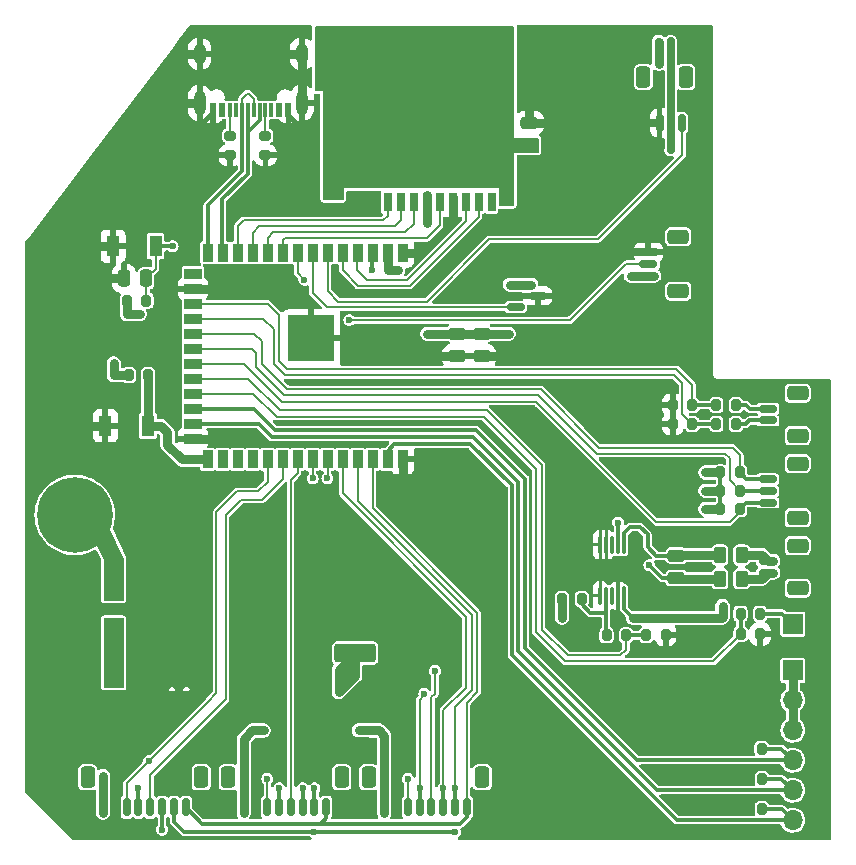
<source format=gbr>
%TF.GenerationSoftware,KiCad,Pcbnew,8.0.5*%
%TF.CreationDate,2024-10-16T11:49:29+02:00*%
%TF.ProjectId,Leiterkarte-v2,4c656974-6572-46b6-9172-74652d76322e,rev?*%
%TF.SameCoordinates,Original*%
%TF.FileFunction,Copper,L1,Top*%
%TF.FilePolarity,Positive*%
%FSLAX46Y46*%
G04 Gerber Fmt 4.6, Leading zero omitted, Abs format (unit mm)*
G04 Created by KiCad (PCBNEW 8.0.5) date 2024-10-16 11:49:29*
%MOMM*%
%LPD*%
G01*
G04 APERTURE LIST*
G04 Aperture macros list*
%AMRoundRect*
0 Rectangle with rounded corners*
0 $1 Rounding radius*
0 $2 $3 $4 $5 $6 $7 $8 $9 X,Y pos of 4 corners*
0 Add a 4 corners polygon primitive as box body*
4,1,4,$2,$3,$4,$5,$6,$7,$8,$9,$2,$3,0*
0 Add four circle primitives for the rounded corners*
1,1,$1+$1,$2,$3*
1,1,$1+$1,$4,$5*
1,1,$1+$1,$6,$7*
1,1,$1+$1,$8,$9*
0 Add four rect primitives between the rounded corners*
20,1,$1+$1,$2,$3,$4,$5,0*
20,1,$1+$1,$4,$5,$6,$7,0*
20,1,$1+$1,$6,$7,$8,$9,0*
20,1,$1+$1,$8,$9,$2,$3,0*%
G04 Aperture macros list end*
%TA.AperFunction,Conductor*%
%ADD10C,0.200000*%
%TD*%
%TA.AperFunction,Conductor*%
%ADD11C,0.100000*%
%TD*%
%TA.AperFunction,SMDPad,CuDef*%
%ADD12RoundRect,0.200000X-0.200000X-0.275000X0.200000X-0.275000X0.200000X0.275000X-0.200000X0.275000X0*%
%TD*%
%TA.AperFunction,SMDPad,CuDef*%
%ADD13RoundRect,0.200000X0.200000X0.275000X-0.200000X0.275000X-0.200000X-0.275000X0.200000X-0.275000X0*%
%TD*%
%TA.AperFunction,SMDPad,CuDef*%
%ADD14R,0.900000X1.500000*%
%TD*%
%TA.AperFunction,SMDPad,CuDef*%
%ADD15R,1.500000X0.900000*%
%TD*%
%TA.AperFunction,HeatsinkPad*%
%ADD16C,0.600000*%
%TD*%
%TA.AperFunction,SMDPad,CuDef*%
%ADD17R,3.900000X3.900000*%
%TD*%
%TA.AperFunction,SMDPad,CuDef*%
%ADD18RoundRect,0.250000X-0.625000X0.375000X-0.625000X-0.375000X0.625000X-0.375000X0.625000X0.375000X0*%
%TD*%
%TA.AperFunction,SMDPad,CuDef*%
%ADD19RoundRect,0.250000X0.475000X-0.250000X0.475000X0.250000X-0.475000X0.250000X-0.475000X-0.250000X0*%
%TD*%
%TA.AperFunction,SMDPad,CuDef*%
%ADD20RoundRect,0.150000X-0.625000X0.150000X-0.625000X-0.150000X0.625000X-0.150000X0.625000X0.150000X0*%
%TD*%
%TA.AperFunction,SMDPad,CuDef*%
%ADD21RoundRect,0.250000X-0.650000X0.350000X-0.650000X-0.350000X0.650000X-0.350000X0.650000X0.350000X0*%
%TD*%
%TA.AperFunction,SMDPad,CuDef*%
%ADD22R,0.700000X1.600000*%
%TD*%
%TA.AperFunction,SMDPad,CuDef*%
%ADD23R,1.200000X2.400000*%
%TD*%
%TA.AperFunction,SMDPad,CuDef*%
%ADD24R,1.600000X1.500000*%
%TD*%
%TA.AperFunction,SMDPad,CuDef*%
%ADD25R,1.200000X2.200000*%
%TD*%
%TA.AperFunction,SMDPad,CuDef*%
%ADD26RoundRect,0.200000X-0.275000X0.200000X-0.275000X-0.200000X0.275000X-0.200000X0.275000X0.200000X0*%
%TD*%
%TA.AperFunction,SMDPad,CuDef*%
%ADD27RoundRect,0.250000X-0.475000X0.250000X-0.475000X-0.250000X0.475000X-0.250000X0.475000X0.250000X0*%
%TD*%
%TA.AperFunction,SMDPad,CuDef*%
%ADD28RoundRect,0.250000X0.262500X0.450000X-0.262500X0.450000X-0.262500X-0.450000X0.262500X-0.450000X0*%
%TD*%
%TA.AperFunction,SMDPad,CuDef*%
%ADD29RoundRect,0.150000X-0.150000X0.587500X-0.150000X-0.587500X0.150000X-0.587500X0.150000X0.587500X0*%
%TD*%
%TA.AperFunction,SMDPad,CuDef*%
%ADD30R,1.100000X1.800000*%
%TD*%
%TA.AperFunction,ComponentPad*%
%ADD31R,1.700000X1.700000*%
%TD*%
%TA.AperFunction,ComponentPad*%
%ADD32O,1.700000X1.700000*%
%TD*%
%TA.AperFunction,SMDPad,CuDef*%
%ADD33R,0.600000X1.150000*%
%TD*%
%TA.AperFunction,SMDPad,CuDef*%
%ADD34R,0.300000X1.150000*%
%TD*%
%TA.AperFunction,ComponentPad*%
%ADD35O,1.000000X2.100000*%
%TD*%
%TA.AperFunction,ComponentPad*%
%ADD36O,1.000000X1.800000*%
%TD*%
%TA.AperFunction,SMDPad,CuDef*%
%ADD37RoundRect,0.150000X-0.150000X-0.625000X0.150000X-0.625000X0.150000X0.625000X-0.150000X0.625000X0*%
%TD*%
%TA.AperFunction,SMDPad,CuDef*%
%ADD38RoundRect,0.250000X-0.350000X-0.650000X0.350000X-0.650000X0.350000X0.650000X-0.350000X0.650000X0*%
%TD*%
%TA.AperFunction,ComponentPad*%
%ADD39C,6.400000*%
%TD*%
%TA.AperFunction,SMDPad,CuDef*%
%ADD40RoundRect,0.250000X-0.250000X-0.475000X0.250000X-0.475000X0.250000X0.475000X-0.250000X0.475000X0*%
%TD*%
%TA.AperFunction,SMDPad,CuDef*%
%ADD41RoundRect,0.035000X-0.105000X0.700000X-0.105000X-0.700000X0.105000X-0.700000X0.105000X0.700000X0*%
%TD*%
%TA.AperFunction,SMDPad,CuDef*%
%ADD42RoundRect,0.150000X0.150000X0.625000X-0.150000X0.625000X-0.150000X-0.625000X0.150000X-0.625000X0*%
%TD*%
%TA.AperFunction,SMDPad,CuDef*%
%ADD43RoundRect,0.250000X0.350000X0.650000X-0.350000X0.650000X-0.350000X-0.650000X0.350000X-0.650000X0*%
%TD*%
%TA.AperFunction,SMDPad,CuDef*%
%ADD44RoundRect,0.250000X-1.500000X-0.550000X1.500000X-0.550000X1.500000X0.550000X-1.500000X0.550000X0*%
%TD*%
%TA.AperFunction,SMDPad,CuDef*%
%ADD45RoundRect,0.150000X-0.587500X-0.150000X0.587500X-0.150000X0.587500X0.150000X-0.587500X0.150000X0*%
%TD*%
%TA.AperFunction,ComponentPad*%
%ADD46C,0.600000*%
%TD*%
%TA.AperFunction,SMDPad,CuDef*%
%ADD47R,2.950000X4.500000*%
%TD*%
%TA.AperFunction,ViaPad*%
%ADD48C,0.600000*%
%TD*%
%TA.AperFunction,Conductor*%
%ADD49C,0.300000*%
%TD*%
%TA.AperFunction,Conductor*%
%ADD50C,0.800000*%
%TD*%
%TA.AperFunction,Conductor*%
%ADD51C,0.400000*%
%TD*%
%TA.AperFunction,Conductor*%
%ADD52C,0.650000*%
%TD*%
G04 APERTURE END LIST*
D10*
%TO.N,Net-(Cshld1-Pad2)*%
X129500000Y-59500000D02*
X127500000Y-59500000D01*
X127500000Y-58400000D01*
X129500000Y-58400000D01*
X129500000Y-59500000D01*
%TA.AperFunction,Conductor*%
G36*
X129500000Y-59500000D02*
G01*
X127500000Y-59500000D01*
X127500000Y-58400000D01*
X129500000Y-58400000D01*
X129500000Y-59500000D01*
G37*
%TD.AperFunction*%
D11*
%TO.N,VCC*%
X94400000Y-104850000D02*
X92800000Y-104850000D01*
X92800000Y-99000000D01*
X94400000Y-99000000D01*
X94400000Y-104850000D01*
%TA.AperFunction,Conductor*%
G36*
X94400000Y-104850000D02*
G01*
X92800000Y-104850000D01*
X92800000Y-99000000D01*
X94400000Y-99000000D01*
X94400000Y-104850000D01*
G37*
%TD.AperFunction*%
%TO.N,Net-(Vcc1-Pin_1)*%
X94400000Y-93950000D02*
X92800000Y-93950000D01*
X91500000Y-91500000D01*
X92900000Y-90750000D01*
X94400000Y-93950000D01*
%TA.AperFunction,Conductor*%
G36*
X94400000Y-93950000D02*
G01*
X92800000Y-93950000D01*
X91500000Y-91500000D01*
X92900000Y-90750000D01*
X94400000Y-93950000D01*
G37*
%TD.AperFunction*%
D10*
%TO.N,Net-(Cshld1-Pad2)*%
X127400000Y-64000000D02*
X126300000Y-64000000D01*
X126300000Y-62500000D01*
X113000000Y-62500000D01*
X113000000Y-63500000D01*
X111400000Y-63500000D01*
X111400000Y-54300000D01*
X110700000Y-54300000D01*
X110700000Y-48900000D01*
X127400000Y-48900000D01*
X127400000Y-64000000D01*
%TA.AperFunction,Conductor*%
G36*
X127400000Y-64000000D02*
G01*
X126300000Y-64000000D01*
X126300000Y-62500000D01*
X113000000Y-62500000D01*
X113000000Y-63500000D01*
X111400000Y-63500000D01*
X111400000Y-54300000D01*
X110700000Y-54300000D01*
X110700000Y-48900000D01*
X127400000Y-48900000D01*
X127400000Y-64000000D01*
G37*
%TD.AperFunction*%
D11*
%TO.N,Net-(Vcc1-Pin_1)*%
X94400000Y-97450000D02*
X92800000Y-97450000D01*
X92800000Y-93950000D01*
X94400000Y-93950000D01*
X94400000Y-97450000D01*
%TA.AperFunction,Conductor*%
G36*
X94400000Y-97450000D02*
G01*
X92800000Y-97450000D01*
X92800000Y-93950000D01*
X94400000Y-93950000D01*
X94400000Y-97450000D01*
G37*
%TD.AperFunction*%
%TD*%
D12*
%TO.P,Rbtn3,1*%
%TO.N,GND*%
X146825000Y-115150000D03*
%TO.P,Rbtn3,2*%
%TO.N,Button3*%
X148475000Y-115150000D03*
%TD*%
D13*
%TO.P,Rbtn2,1*%
%TO.N,Button2*%
X148475000Y-112600000D03*
%TO.P,Rbtn2,2*%
%TO.N,GND*%
X146825000Y-112600000D03*
%TD*%
%TO.P,Rbtn1,1*%
%TO.N,Button1*%
X148450000Y-110050000D03*
%TO.P,Rbtn1,2*%
%TO.N,GND*%
X146800000Y-110050000D03*
%TD*%
D14*
%TO.P,ESP1,1,GND*%
%TO.N,GND*%
X118060000Y-68050000D03*
%TO.P,ESP1,2,3V3*%
%TO.N,+3.3V*%
X116790000Y-68050000D03*
%TO.P,ESP1,3,EN*%
%TO.N,Net-(ESP1-EN)*%
X115520000Y-68050000D03*
%TO.P,ESP1,4,IO4*%
%TO.N,SD_DAT0*%
X114250000Y-68050000D03*
%TO.P,ESP1,5,IO5*%
%TO.N,SD_DAT1*%
X112980000Y-68050000D03*
%TO.P,ESP1,6,IO6*%
%TO.N,FANCTRL*%
X111710000Y-68050000D03*
%TO.P,ESP1,7,IO7*%
%TO.N,TEMP1*%
X110440000Y-68050000D03*
%TO.P,ESP1,8,IO15*%
%TO.N,TEMP2*%
X109170000Y-68050000D03*
%TO.P,ESP1,9,IO16*%
%TO.N,SD_CLK*%
X107900000Y-68050000D03*
%TO.P,ESP1,10,IO17*%
%TO.N,SD_CMD*%
X106630000Y-68050000D03*
%TO.P,ESP1,11,IO18*%
%TO.N,SD_DAT3*%
X105360000Y-68050000D03*
%TO.P,ESP1,12,IO8*%
%TO.N,SD_DAT2*%
X104090000Y-68050000D03*
%TO.P,ESP1,13,IO19*%
%TO.N,USB_D-*%
X102820000Y-68050000D03*
%TO.P,ESP1,14,IO20*%
%TO.N,USB_D+*%
X101550000Y-68050000D03*
D15*
%TO.P,ESP1,15,IO3*%
%TO.N,unconnected-(ESP1-IO3-Pad15)*%
X100300000Y-69815000D03*
%TO.P,ESP1,16,IO46*%
%TO.N,GND*%
X100300000Y-71085000D03*
%TO.P,ESP1,17,IO9*%
%TO.N,LIndicator*%
X100300000Y-72355000D03*
%TO.P,ESP1,18,IO10*%
%TO.N,RIndicator*%
X100300000Y-73625000D03*
%TO.P,ESP1,19,IO11*%
%TO.N,Fuel*%
X100300000Y-74895000D03*
%TO.P,ESP1,20,IO12*%
%TO.N,Oil*%
X100300000Y-76165000D03*
%TO.P,ESP1,21,IO13*%
%TO.N,WTemp*%
X100300000Y-77435000D03*
%TO.P,ESP1,22,IO14*%
%TO.N,Speed*%
X100300000Y-78705000D03*
%TO.P,ESP1,23,IO21*%
%TO.N,RPM*%
X100300000Y-79975000D03*
%TO.P,ESP1,24,IO47*%
%TO.N,Button1*%
X100300000Y-81245000D03*
%TO.P,ESP1,25,IO48*%
%TO.N,Button2*%
X100300000Y-82515000D03*
%TO.P,ESP1,26,IO45*%
%TO.N,GND*%
X100300000Y-83785000D03*
D14*
%TO.P,ESP1,27,IO0*%
%TO.N,Net-(ESP1-IO0)*%
X101550000Y-85550000D03*
%TO.P,ESP1,28,IO35*%
%TO.N,unconnected-(ESP1-IO35-Pad28)*%
X102820000Y-85550000D03*
%TO.P,ESP1,29,IO36*%
%TO.N,unconnected-(ESP1-IO36-Pad29)*%
X104090000Y-85550000D03*
%TO.P,ESP1,30,IO37*%
%TO.N,unconnected-(ESP1-IO37-Pad30)*%
X105360000Y-85550000D03*
%TO.P,ESP1,31,IO38*%
%TO.N,DIN*%
X106630000Y-85550000D03*
%TO.P,ESP1,32,IO39*%
%TO.N,CS1*%
X107900000Y-85550000D03*
%TO.P,ESP1,33,IO40*%
%TO.N,CS2*%
X109170000Y-85550000D03*
%TO.P,ESP1,34,IO41*%
%TO.N,CS3*%
X110440000Y-85550000D03*
%TO.P,ESP1,35,IO42*%
%TO.N,CLK*%
X111710000Y-85550000D03*
%TO.P,ESP1,36,RXD0*%
%TO.N,DC*%
X112980000Y-85550000D03*
%TO.P,ESP1,37,TXD0*%
%TO.N,RST*%
X114250000Y-85550000D03*
%TO.P,ESP1,38,IO2*%
%TO.N,BL*%
X115520000Y-85550000D03*
%TO.P,ESP1,39,IO1*%
%TO.N,Button3*%
X116790000Y-85550000D03*
%TO.P,ESP1,40,GND*%
%TO.N,GND*%
X118060000Y-85550000D03*
D16*
%TO.P,ESP1,41,GND*%
X111040000Y-73900000D03*
X109640000Y-73900000D03*
X111740000Y-74600000D03*
X110340000Y-74600000D03*
X108940000Y-74600000D03*
X111040000Y-75300000D03*
D17*
X110340000Y-75300000D03*
D16*
X109640000Y-75300000D03*
X111740000Y-76000000D03*
X110340000Y-76000000D03*
X108940000Y-76000000D03*
X111040000Y-76700000D03*
X109640000Y-76700000D03*
%TD*%
D18*
%TO.P,F1,1*%
%TO.N,Net-(Vcc1-Pin_1)*%
X93600000Y-96846800D03*
%TO.P,F1,2*%
%TO.N,VCC*%
X93600000Y-99646800D03*
%TD*%
D19*
%TO.P,Cmax1,1*%
%TO.N,Net-(VRCond1-IN-)*%
X141250000Y-95600000D03*
%TO.P,Cmax1,2*%
%TO.N,Net-(VRCond1-IN+)*%
X141250000Y-93700000D03*
%TD*%
D20*
%TO.P,TEMP_S2,1,Pin_1*%
%TO.N,GND*%
X138875000Y-68000000D03*
%TO.P,TEMP_S2,2,Pin_2*%
%TO.N,TEMP2*%
X138875000Y-69000000D03*
%TO.P,TEMP_S2,3,Pin_3*%
%TO.N,+3.3V*%
X138875000Y-70000000D03*
D21*
%TO.P,TEMP_S2,MP*%
%TO.N,N/C*%
X141400000Y-66700000D03*
X141400000Y-71300000D03*
%TD*%
D13*
%TO.P,Rrind1,1*%
%TO.N,Net-(Indics1-Pin_2)*%
X146275000Y-82550000D03*
%TO.P,Rrind1,2*%
%TO.N,RIndicator*%
X144625000Y-82550000D03*
%TD*%
%TO.P,Rlind2,1*%
%TO.N,LIndicator*%
X142575000Y-80950000D03*
%TO.P,Rlind2,2*%
%TO.N,GND*%
X140925000Y-80950000D03*
%TD*%
D22*
%TO.P,SD1,1,DAT2*%
%TO.N,SD_DAT2*%
X116800000Y-63762500D03*
%TO.P,SD1,2,CD/DAT3*%
%TO.N,SD_DAT3*%
X117900000Y-63762500D03*
%TO.P,SD1,3,CMD*%
%TO.N,SD_CMD*%
X119000000Y-63762500D03*
%TO.P,SD1,4,VDD*%
%TO.N,+3.3V*%
X120100000Y-63762500D03*
%TO.P,SD1,5,CLK*%
%TO.N,SD_CLK*%
X121200000Y-63762500D03*
%TO.P,SD1,6,VSS*%
%TO.N,GND*%
X122300000Y-63762500D03*
%TO.P,SD1,7,DAT0*%
%TO.N,SD_DAT0*%
X123400000Y-63762500D03*
%TO.P,SD1,8,DAT1*%
%TO.N,SD_DAT1*%
X124500000Y-63762500D03*
%TO.P,SD1,CD,CD*%
%TO.N,unconnected-(SD1-PadCD)*%
X125600000Y-63762500D03*
D23*
%TO.P,SD1,G1,COVER_GND*%
%TO.N,Net-(Cshld1-Pad2)*%
X126800000Y-62762500D03*
D24*
%TO.P,SD1,G2,COVER_GND*%
X112200000Y-62712500D03*
D25*
%TO.P,SD1,G3,COVER_GND*%
X126800000Y-53162500D03*
%TO.P,SD1,G4,COVER_GND*%
X111300000Y-53162500D03*
%TD*%
D12*
%TO.P,Rspd1,1*%
%TO.N,Net-(VRCond1-COUT)*%
X135325000Y-100450000D03*
%TO.P,Rspd1,2*%
%TO.N,Speed*%
X136975000Y-100450000D03*
%TD*%
D26*
%TO.P,Rusb1,1*%
%TO.N,Net-(USBC1-CC1)*%
X106450000Y-58150000D03*
%TO.P,Rusb1,2*%
%TO.N,GND*%
X106450000Y-59800000D03*
%TD*%
D12*
%TO.P,Rrpm1,1*%
%TO.N,RPM*%
X146675000Y-98600000D03*
%TO.P,Rrpm1,2*%
%TO.N,Net-(RPM1-Pin_1)*%
X148325000Y-98600000D03*
%TD*%
D27*
%TO.P,Cesp2,1*%
%TO.N,+3.3V*%
X122650000Y-74900000D03*
%TO.P,Cesp2,2*%
%TO.N,GND*%
X122650000Y-76800000D03*
%TD*%
D26*
%TO.P,Rusb2,1*%
%TO.N,Net-(USBC1-CC2)*%
X103450000Y-58125000D03*
%TO.P,Rusb2,2*%
%TO.N,GND*%
X103450000Y-59775000D03*
%TD*%
D27*
%TO.P,Cesp1,1*%
%TO.N,+3.3V*%
X124750000Y-74900000D03*
%TO.P,Cesp1,2*%
%TO.N,GND*%
X124750000Y-76800000D03*
%TD*%
D13*
%TO.P,Rboot1,1*%
%TO.N,Net-(ESP1-IO0)*%
X96525000Y-78400000D03*
%TO.P,Rboot1,2*%
%TO.N,+3.3V*%
X94875000Y-78400000D03*
%TD*%
D12*
%TO.P,Roil1,1*%
%TO.N,+3.3V*%
X144975000Y-88200000D03*
%TO.P,Roil1,2*%
%TO.N,Oil*%
X146625000Y-88200000D03*
%TD*%
D28*
%TO.P,R1,1*%
%TO.N,Net-(Speed1-Pin_2)*%
X146762500Y-95650000D03*
%TO.P,R1,2*%
%TO.N,Net-(VRCond1-IN-)*%
X144937500Y-95650000D03*
%TD*%
D29*
%TO.P,Qfan1,1,G*%
%TO.N,FANCTRL*%
X141712500Y-57062500D03*
%TO.P,Qfan1,2,S*%
%TO.N,GND*%
X139812500Y-57062500D03*
%TO.P,Qfan1,3,D*%
%TO.N,Net-(Fan1-Pin_1)*%
X140762500Y-58937500D03*
%TD*%
D30*
%TO.P,ESP_RST1,1,A*%
%TO.N,GND*%
X93550000Y-67500000D03*
%TO.P,ESP_RST1,2,B*%
%TO.N,Net-(ESP1-EN)*%
X97150000Y-67500000D03*
%TD*%
D13*
%TO.P,Rrpm2,1*%
%TO.N,GND*%
X148325000Y-100350000D03*
%TO.P,Rrpm2,2*%
%TO.N,RPM*%
X146675000Y-100350000D03*
%TD*%
%TO.P,Rrind2,1*%
%TO.N,RIndicator*%
X142575000Y-82550000D03*
%TO.P,Rrind2,2*%
%TO.N,GND*%
X140925000Y-82550000D03*
%TD*%
D31*
%TO.P,Buttons1,1,Pin_1*%
%TO.N,+3.3V*%
X151100000Y-103400000D03*
D32*
%TO.P,Buttons1,2,Pin_2*%
X151100000Y-105940000D03*
%TO.P,Buttons1,3,Pin_3*%
X151100000Y-108480000D03*
%TO.P,Buttons1,4,Pin_4*%
%TO.N,Button1*%
X151100000Y-111020000D03*
%TO.P,Buttons1,5,Pin_5*%
%TO.N,Button2*%
X151100000Y-113560000D03*
%TO.P,Buttons1,6,Pin_6*%
%TO.N,Button3*%
X151100000Y-116100000D03*
%TD*%
D33*
%TO.P,USBC1,A1_B12,GND*%
%TO.N,GND*%
X108400000Y-55955000D03*
%TO.P,USBC1,A4_B9,VBUS*%
%TO.N,unconnected-(USBC1-VBUS-PadA4_B9)*%
X107600000Y-55955000D03*
D34*
%TO.P,USBC1,A5,CC1*%
%TO.N,Net-(USBC1-CC1)*%
X106450000Y-55955000D03*
%TO.P,USBC1,A6,DP1*%
%TO.N,USB_D+*%
X105450000Y-55955000D03*
%TO.P,USBC1,A7,DN1*%
%TO.N,USB_D-*%
X104950000Y-55955000D03*
%TO.P,USBC1,A8,SBU1*%
%TO.N,unconnected-(USBC1-SBU1-PadA8)*%
X103950000Y-55955000D03*
D33*
%TO.P,USBC1,B1_A12,GND__1*%
%TO.N,GND*%
X102000000Y-55955000D03*
%TO.P,USBC1,B4_A9,VBUS__1*%
%TO.N,unconnected-(USBC1-VBUS__1-PadB4_A9)*%
X102800000Y-55955000D03*
D34*
%TO.P,USBC1,B5,CC2*%
%TO.N,Net-(USBC1-CC2)*%
X103450000Y-55955000D03*
%TO.P,USBC1,B6,DP2*%
%TO.N,USB_D+*%
X104450000Y-55955000D03*
%TO.P,USBC1,B7,DN2*%
%TO.N,USB_D-*%
X105950000Y-55955000D03*
%TO.P,USBC1,B8,SBU2*%
%TO.N,unconnected-(USBC1-SBU2-PadB8)*%
X106950000Y-55955000D03*
D35*
%TO.P,USBC1,SH1,SHELL_GND*%
%TO.N,GND*%
X109520000Y-55380000D03*
%TO.P,USBC1,SH2,SHELL_GND__1*%
X100880000Y-55380000D03*
D36*
%TO.P,USBC1,SH3,SHELL_GND__2*%
X109520000Y-51200000D03*
%TO.P,USBC1,SH4,SHELL_GND__3*%
X100880000Y-51200000D03*
%TD*%
D37*
%TO.P,SPI2,1,Pin_1*%
%TO.N,+3.3V*%
X104600000Y-115000000D03*
%TO.P,SPI2,2,Pin_2*%
%TO.N,GND*%
X105600000Y-115000000D03*
%TO.P,SPI2,3,Pin_3*%
%TO.N,DIN*%
X106600000Y-115000000D03*
%TO.P,SPI2,4,Pin_4*%
%TO.N,CLK*%
X107600000Y-115000000D03*
%TO.P,SPI2,5,Pin_5*%
%TO.N,CS2*%
X108600000Y-115000000D03*
%TO.P,SPI2,6,Pin_6*%
%TO.N,DC*%
X109600000Y-115000000D03*
%TO.P,SPI2,7,Pin_7*%
%TO.N,RST*%
X110600000Y-115000000D03*
%TO.P,SPI2,8,Pin_8*%
%TO.N,BL*%
X111600000Y-115000000D03*
D38*
%TO.P,SPI2,MP*%
%TO.N,N/C*%
X103300000Y-112475000D03*
X112900000Y-112475000D03*
%TD*%
D12*
%TO.P,Rfuel1,1*%
%TO.N,+3.3V*%
X144975000Y-86650000D03*
%TO.P,Rfuel1,2*%
%TO.N,Fuel*%
X146625000Y-86650000D03*
%TD*%
D37*
%TO.P,SPI3,1,Pin_1*%
%TO.N,+3.3V*%
X116500000Y-115000000D03*
%TO.P,SPI3,2,Pin_2*%
%TO.N,GND*%
X117500000Y-115000000D03*
%TO.P,SPI3,3,Pin_3*%
%TO.N,DIN*%
X118500000Y-115000000D03*
%TO.P,SPI3,4,Pin_4*%
%TO.N,CLK*%
X119500000Y-115000000D03*
%TO.P,SPI3,5,Pin_5*%
%TO.N,CS3*%
X120500000Y-115000000D03*
%TO.P,SPI3,6,Pin_6*%
%TO.N,DC*%
X121500000Y-115000000D03*
%TO.P,SPI3,7,Pin_7*%
%TO.N,RST*%
X122500000Y-115000000D03*
%TO.P,SPI3,8,Pin_8*%
%TO.N,BL*%
X123500000Y-115000000D03*
D38*
%TO.P,SPI3,MP*%
%TO.N,N/C*%
X115200000Y-112475000D03*
X124800000Y-112475000D03*
%TD*%
D12*
%TO.P,Rwtr1,1*%
%TO.N,+3.3V*%
X144975000Y-89750000D03*
%TO.P,Rwtr1,2*%
%TO.N,WTemp*%
X146625000Y-89750000D03*
%TD*%
D39*
%TO.P,Vcc1,1,Pin_1*%
%TO.N,Net-(Vcc1-Pin_1)*%
X90300000Y-90250000D03*
%TD*%
D12*
%TO.P,Resp1,1*%
%TO.N,+3.3V*%
X94725000Y-72100000D03*
%TO.P,Resp1,2*%
%TO.N,Net-(ESP1-EN)*%
X96375000Y-72100000D03*
%TD*%
D40*
%TO.P,Cen1,1*%
%TO.N,GND*%
X94450000Y-70200000D03*
%TO.P,Cen1,2*%
%TO.N,Net-(ESP1-EN)*%
X96350000Y-70200000D03*
%TD*%
D20*
%TO.P,gauges1,1,Pin_1*%
%TO.N,Fuel*%
X148975000Y-87200000D03*
%TO.P,gauges1,2,Pin_2*%
%TO.N,Oil*%
X148975000Y-88200000D03*
%TO.P,gauges1,3,Pin_3*%
%TO.N,WTemp*%
X148975000Y-89200000D03*
D21*
%TO.P,gauges1,MP*%
%TO.N,N/C*%
X151500000Y-85900000D03*
X151500000Y-90500000D03*
%TD*%
D28*
%TO.P,R2,1*%
%TO.N,Net-(Speed1-Pin_1)*%
X146762500Y-93650000D03*
%TO.P,R2,2*%
%TO.N,Net-(VRCond1-IN+)*%
X144937500Y-93650000D03*
%TD*%
D20*
%TO.P,Indics1,1,Pin_1*%
%TO.N,Net-(Indics1-Pin_1)*%
X148975000Y-81250000D03*
%TO.P,Indics1,2,Pin_2*%
%TO.N,Net-(Indics1-Pin_2)*%
X148975000Y-82250000D03*
D21*
%TO.P,Indics1,MP*%
%TO.N,N/C*%
X151500000Y-79950000D03*
X151500000Y-83550000D03*
%TD*%
D20*
%TO.P,Speed1,1,Pin_1*%
%TO.N,Net-(Speed1-Pin_1)*%
X148975000Y-94150000D03*
%TO.P,Speed1,2,Pin_2*%
%TO.N,Net-(Speed1-Pin_2)*%
X148975000Y-95150000D03*
D21*
%TO.P,Speed1,MP*%
%TO.N,N/C*%
X151500000Y-92850000D03*
X151500000Y-96450000D03*
%TD*%
D37*
%TO.P,SPI1,1,Pin_1*%
%TO.N,+3.3V*%
X92700000Y-115000000D03*
%TO.P,SPI1,2,Pin_2*%
%TO.N,GND*%
X93700000Y-115000000D03*
%TO.P,SPI1,3,Pin_3*%
%TO.N,DIN*%
X94700000Y-115000000D03*
%TO.P,SPI1,4,Pin_4*%
%TO.N,CLK*%
X95700000Y-115000000D03*
%TO.P,SPI1,5,Pin_5*%
%TO.N,CS1*%
X96700000Y-115000000D03*
%TO.P,SPI1,6,Pin_6*%
%TO.N,DC*%
X97700000Y-115000000D03*
%TO.P,SPI1,7,Pin_7*%
%TO.N,RST*%
X98700000Y-115000000D03*
%TO.P,SPI1,8,Pin_8*%
%TO.N,BL*%
X99700000Y-115000000D03*
D38*
%TO.P,SPI1,MP*%
%TO.N,N/C*%
X91400000Y-112475000D03*
X101000000Y-112475000D03*
%TD*%
D41*
%TO.P,VRCond1,1,IN+*%
%TO.N,Net-(VRCond1-IN+)*%
X136800000Y-92780000D03*
%TO.P,VRCond1,2,IN-*%
%TO.N,Net-(VRCond1-IN-)*%
X136300000Y-92780000D03*
%TO.P,VRCond1,3*%
%TO.N,N/C*%
X135800000Y-92780000D03*
%TO.P,VRCond1,4,BIAS*%
%TO.N,GND*%
X135300000Y-92780000D03*
%TO.P,VRCond1,5,GND*%
X134800000Y-92780000D03*
%TO.P,VRCond1,6,ZERO_EN*%
X134800000Y-97080000D03*
%TO.P,VRCond1,7,COUT*%
%TO.N,Net-(VRCond1-COUT)*%
X135300000Y-97080000D03*
%TO.P,VRCond1,8,EXT*%
%TO.N,unconnected-(VRCond1-EXT-Pad8)*%
X135800000Y-97080000D03*
%TO.P,VRCond1,9,INT_THRS*%
%TO.N,GND*%
X136300000Y-97080000D03*
%TO.P,VRCond1,10,VCC*%
%TO.N,+5V*%
X136800000Y-97080000D03*
%TD*%
D42*
%TO.P,Fan1,1,Pin_1*%
%TO.N,Net-(Fan1-Pin_1)*%
X140750000Y-50650000D03*
%TO.P,Fan1,2,Pin_2*%
%TO.N,+5V*%
X139750000Y-50650000D03*
D43*
%TO.P,Fan1,MP*%
%TO.N,N/C*%
X142050000Y-53175000D03*
X138450000Y-53175000D03*
%TD*%
D27*
%TO.P,Cshld1,1*%
%TO.N,GND*%
X128800000Y-57050000D03*
%TO.P,Cshld1,2*%
%TO.N,Net-(Cshld1-Pad2)*%
X128800000Y-58950000D03*
%TD*%
D44*
%TO.P,Cout2,1*%
%TO.N,+5V*%
X114050000Y-101950000D03*
%TO.P,Cout2,2*%
%TO.N,GND*%
X119650000Y-101950000D03*
%TD*%
D12*
%TO.P,Rspd2,1*%
%TO.N,Speed*%
X138675000Y-100400000D03*
%TO.P,Rspd2,2*%
%TO.N,GND*%
X140325000Y-100400000D03*
%TD*%
D39*
%TO.P,GND1,1,Pin_1*%
%TO.N,GND*%
X122100000Y-90250000D03*
%TD*%
D30*
%TO.P,ESP_BOOT1,1,A*%
%TO.N,GND*%
X92900000Y-82700000D03*
%TO.P,ESP_BOOT1,2,B*%
%TO.N,Net-(ESP1-IO0)*%
X96500000Y-82700000D03*
%TD*%
D13*
%TO.P,Rlind1,1*%
%TO.N,Net-(Indics1-Pin_1)*%
X146275000Y-80950000D03*
%TO.P,Rlind1,2*%
%TO.N,LIndicator*%
X144625000Y-80950000D03*
%TD*%
%TO.P,Rup1,1*%
%TO.N,Net-(VRCond1-COUT)*%
X133225000Y-97350000D03*
%TO.P,Rup1,2*%
%TO.N,+5V*%
X131575000Y-97350000D03*
%TD*%
D45*
%TO.P,TEMP_S1,3,GND*%
%TO.N,GND*%
X129500000Y-71700000D03*
%TO.P,TEMP_S1,2,V_{OUT}*%
%TO.N,TEMP1*%
X127625000Y-72650000D03*
%TO.P,TEMP_S1,1,V_{DD}*%
%TO.N,+3.3V*%
X127625000Y-70750000D03*
%TD*%
D31*
%TO.P,RPM1,1,Pin_1*%
%TO.N,Net-(RPM1-Pin_1)*%
X151100000Y-99500000D03*
%TD*%
D46*
%TO.P,5V1,9,GNDPAD*%
%TO.N,GND*%
X99750000Y-104350000D03*
X99750000Y-103250000D03*
X99750000Y-101950000D03*
X99750000Y-100750000D03*
D47*
X99150000Y-102550000D03*
D46*
X98550000Y-104350000D03*
X98550000Y-103250000D03*
X98550000Y-101950000D03*
X98550000Y-100750000D03*
%TD*%
D48*
%TO.N,GND*%
X145800000Y-115150000D03*
X145800000Y-110050000D03*
X145800000Y-112600000D03*
X140925000Y-79650000D03*
X140950000Y-83850000D03*
X108200000Y-51200000D03*
X107700000Y-59800000D03*
X102000000Y-71100000D03*
X92250000Y-67500000D03*
X136950000Y-68000000D03*
X143250000Y-94600000D03*
X121200000Y-76800000D03*
X128800000Y-55600000D03*
X148300000Y-101600000D03*
X118050000Y-87050000D03*
X138400000Y-57050000D03*
X107450000Y-104450000D03*
X109500000Y-57450000D03*
X140350000Y-89150000D03*
X138900000Y-88050000D03*
X122300000Y-65200000D03*
X95100000Y-103200000D03*
X99600000Y-55400000D03*
X100900000Y-57250000D03*
X99600000Y-51200000D03*
X141500000Y-100400000D03*
X137650000Y-87150000D03*
X106450000Y-100400000D03*
X93700000Y-116700000D03*
X122550000Y-101950000D03*
X126200000Y-76800000D03*
X119300000Y-68050000D03*
X130500000Y-57050000D03*
X106450000Y-97950000D03*
X103450000Y-60950000D03*
X93250000Y-70200000D03*
X91400000Y-82700000D03*
X131150000Y-71700000D03*
X147700000Y-94650000D03*
%TO.N,+3.3V*%
X143700000Y-89750000D03*
X127050000Y-74900000D03*
X117700000Y-69500000D03*
X115350000Y-108480000D03*
X126300000Y-74900000D03*
X106300000Y-108480000D03*
X95800000Y-73250000D03*
X143700000Y-88200000D03*
X92700000Y-112350000D03*
X116800000Y-69500000D03*
X143700000Y-86650000D03*
X92700000Y-113500000D03*
X120150000Y-74900000D03*
X93600000Y-78400000D03*
X93600000Y-77400000D03*
X121050000Y-74900000D03*
X114350000Y-108480000D03*
X105350000Y-108500000D03*
X94750000Y-73250000D03*
X120100000Y-65500000D03*
%TO.N,Net-(VRCond1-IN-)*%
X136300000Y-90900000D03*
X138950000Y-94500000D03*
%TO.N,VCC*%
X94000000Y-103650000D03*
X94000000Y-104450000D03*
X93150000Y-103650000D03*
X94000000Y-102900000D03*
X93150000Y-104450000D03*
X93150000Y-102900000D03*
%TO.N,+5V*%
X145150000Y-97950000D03*
X112650000Y-103550000D03*
X145150000Y-98900000D03*
%TO.N,+3.3V*%
X128900000Y-70750000D03*
%TO.N,+5V*%
X139750000Y-52050000D03*
X137550000Y-98950000D03*
X112650000Y-105250000D03*
X138450000Y-98950000D03*
X112650000Y-104400000D03*
X139500000Y-98950000D03*
X131550000Y-98950000D03*
X144250000Y-98900000D03*
%TO.N,Net-(ESP1-EN)*%
X115500000Y-69500000D03*
X98600000Y-67500000D03*
%TO.N,CLK*%
X111700000Y-87150000D03*
X119900000Y-105400000D03*
X119500000Y-113400000D03*
X95700000Y-113400000D03*
X107600000Y-113400000D03*
%TO.N,DIN*%
X106600000Y-112600000D03*
X118500000Y-112600000D03*
X96550000Y-111100000D03*
%TO.N,CS3*%
X110450000Y-87150000D03*
X120800000Y-103450000D03*
%TO.N,DC*%
X109600000Y-113400000D03*
X121500000Y-113400000D03*
X97700000Y-116900000D03*
%TO.N,RST*%
X122500000Y-113400000D03*
X110600000Y-113400000D03*
X122500000Y-117100000D03*
X110600000Y-117100000D03*
%TO.N,TEMP2*%
X113550000Y-73750000D03*
X109750000Y-70350000D03*
%TO.N,GND*%
X101750000Y-83800000D03*
%TO.N,+3.3V*%
X137400000Y-70000000D03*
%TD*%
D49*
%TO.N,GND*%
X146825000Y-115150000D02*
X145800000Y-115150000D01*
X146800000Y-110050000D02*
X145800000Y-110050000D01*
X146825000Y-112600000D02*
X145800000Y-112600000D01*
%TO.N,Button1*%
X150130000Y-110050000D02*
X151100000Y-111020000D01*
X148450000Y-110050000D02*
X150130000Y-110050000D01*
%TO.N,Button2*%
X150140000Y-112600000D02*
X151100000Y-113560000D01*
X148475000Y-112600000D02*
X150140000Y-112600000D01*
%TO.N,Button3*%
X150150000Y-115150000D02*
X151100000Y-116100000D01*
X148475000Y-115150000D02*
X150150000Y-115150000D01*
D50*
%TO.N,GND*%
X92900000Y-82700000D02*
X91400000Y-82700000D01*
X124750000Y-76800000D02*
X126200000Y-76800000D01*
D49*
X148325000Y-101575000D02*
X148300000Y-101600000D01*
D10*
X106450000Y-59800000D02*
X107700000Y-59800000D01*
X103450000Y-59775000D02*
X103450000Y-60950000D01*
D51*
X109520000Y-55380000D02*
X109520000Y-57430000D01*
D50*
X100300000Y-71085000D02*
X101985000Y-71085000D01*
D52*
X138875000Y-68000000D02*
X136950000Y-68000000D01*
D51*
X102000000Y-56150000D02*
X100900000Y-57250000D01*
D52*
X139800000Y-57050000D02*
X138400000Y-57050000D01*
D49*
X140925000Y-82550000D02*
X140925000Y-83825000D01*
D51*
X108400000Y-56350000D02*
X109500000Y-57450000D01*
D50*
X118060000Y-87040000D02*
X118050000Y-87050000D01*
X128800000Y-57050000D02*
X130500000Y-57050000D01*
D52*
X93700000Y-115000000D02*
X93700000Y-116700000D01*
D50*
X99620000Y-55380000D02*
X99600000Y-55400000D01*
D52*
X138875000Y-68000000D02*
X139400000Y-68000000D01*
D50*
X118060000Y-68050000D02*
X119300000Y-68050000D01*
X109520000Y-55380000D02*
X109520000Y-51200000D01*
X122650000Y-76800000D02*
X121200000Y-76800000D01*
X118060000Y-85550000D02*
X118060000Y-87040000D01*
D51*
X100880000Y-57230000D02*
X100900000Y-57250000D01*
X100880000Y-55380000D02*
X100880000Y-57230000D01*
D50*
X93550000Y-67500000D02*
X92250000Y-67500000D01*
X122300000Y-63762500D02*
X122300000Y-63300000D01*
X100880000Y-51200000D02*
X99600000Y-51200000D01*
D52*
X93700000Y-115000000D02*
X93700000Y-114450000D01*
D49*
X140900000Y-80950000D02*
X140900000Y-79675000D01*
D50*
X109520000Y-51200000D02*
X108200000Y-51200000D01*
X101985000Y-71085000D02*
X102000000Y-71100000D01*
X128800000Y-57050000D02*
X128800000Y-55600000D01*
D51*
X109520000Y-57430000D02*
X109500000Y-57450000D01*
D49*
X140925000Y-83825000D02*
X140950000Y-83850000D01*
D52*
X139812500Y-57062500D02*
X139800000Y-57050000D01*
D50*
X94450000Y-70200000D02*
X93250000Y-70200000D01*
D51*
X102000000Y-55955000D02*
X102000000Y-56150000D01*
D50*
X119650000Y-101950000D02*
X122550000Y-101950000D01*
X122300000Y-63762500D02*
X122300000Y-65200000D01*
D49*
X148325000Y-100350000D02*
X148325000Y-101575000D01*
D51*
X108400000Y-55955000D02*
X108400000Y-56350000D01*
D50*
X100880000Y-55380000D02*
X99620000Y-55380000D01*
D49*
X140325000Y-100400000D02*
X141500000Y-100400000D01*
X129500000Y-71700000D02*
X131150000Y-71700000D01*
D50*
%TO.N,+3.3V*%
X120100000Y-63762500D02*
X120100000Y-65500000D01*
X144975000Y-86650000D02*
X143700000Y-86650000D01*
X105350000Y-108500000D02*
X106280000Y-108500000D01*
X104600000Y-115000000D02*
X104600000Y-112950000D01*
X116790000Y-69490000D02*
X116800000Y-69500000D01*
D49*
X144975000Y-89750000D02*
X144975000Y-88200000D01*
D50*
X144975000Y-88200000D02*
X143700000Y-88200000D01*
X144975000Y-89750000D02*
X143700000Y-89750000D01*
X116500000Y-108950000D02*
X116050000Y-108500000D01*
X122650000Y-74900000D02*
X121050000Y-74900000D01*
X124750000Y-74900000D02*
X126300000Y-74900000D01*
X151100000Y-108480000D02*
X151100000Y-103400000D01*
X116500000Y-115000000D02*
X116500000Y-108950000D01*
X104600000Y-109250000D02*
X105350000Y-108500000D01*
X106280000Y-108500000D02*
X106300000Y-108480000D01*
X92700000Y-115000000D02*
X92700000Y-113500000D01*
X93600000Y-77400000D02*
X93600000Y-78400000D01*
X104600000Y-112950000D02*
X104600000Y-109250000D01*
X126300000Y-74900000D02*
X127050000Y-74900000D01*
X92700000Y-115000000D02*
X92700000Y-115450000D01*
X116500000Y-115000000D02*
X116500000Y-115500000D01*
X116800000Y-69500000D02*
X117700000Y-69500000D01*
X115370000Y-108500000D02*
X115350000Y-108480000D01*
X94725000Y-73225000D02*
X94750000Y-73250000D01*
X92700000Y-113500000D02*
X92700000Y-112350000D01*
X120100000Y-63762500D02*
X120100000Y-63200000D01*
X94875000Y-78400000D02*
X93600000Y-78400000D01*
X124750000Y-74900000D02*
X122650000Y-74900000D01*
X116790000Y-68050000D02*
X116790000Y-69490000D01*
D49*
X144975000Y-88200000D02*
X144975000Y-86650000D01*
D50*
X115350000Y-108480000D02*
X114350000Y-108480000D01*
X95800000Y-73250000D02*
X94750000Y-73250000D01*
X94725000Y-72100000D02*
X94725000Y-73225000D01*
X121050000Y-74900000D02*
X120150000Y-74900000D01*
X116050000Y-108500000D02*
X115370000Y-108500000D01*
X104600000Y-115000000D02*
X104600000Y-115500000D01*
D49*
%TO.N,Net-(VRCond1-IN-)*%
X141300000Y-95650000D02*
X141250000Y-95600000D01*
X141250000Y-95600000D02*
X140050000Y-95600000D01*
D50*
X144937500Y-95650000D02*
X141300000Y-95650000D01*
D49*
X136300000Y-90900000D02*
X136300000Y-92780000D01*
X140050000Y-95600000D02*
X138950000Y-94500000D01*
%TO.N,Net-(VRCond1-IN+)*%
X141300000Y-93650000D02*
X141250000Y-93700000D01*
X136800000Y-92780000D02*
X136800000Y-91800000D01*
D50*
X144937500Y-93650000D02*
X141300000Y-93650000D01*
D49*
X136800000Y-91800000D02*
X137300000Y-91300000D01*
X139550000Y-93700000D02*
X141250000Y-93700000D01*
X138800000Y-92950000D02*
X139550000Y-93700000D01*
X137300000Y-91300000D02*
X138200000Y-91300000D01*
X138800000Y-91900000D02*
X138800000Y-92950000D01*
X138200000Y-91300000D02*
X138800000Y-91900000D01*
%TO.N,Net-(VRCond1-COUT)*%
X135300000Y-98550000D02*
X133950000Y-98550000D01*
X135300000Y-100425000D02*
X135325000Y-100450000D01*
X135300000Y-97080000D02*
X135300000Y-98550000D01*
X133950000Y-98550000D02*
X133225000Y-97825000D01*
X135300000Y-98550000D02*
X135300000Y-100425000D01*
X133225000Y-97825000D02*
X133225000Y-97350000D01*
D10*
%TO.N,Fuel*%
X100300000Y-74895000D02*
X105495000Y-74895000D01*
X106150000Y-77450000D02*
X108300000Y-79600000D01*
D49*
X148975000Y-87200000D02*
X147175000Y-87200000D01*
D10*
X106150000Y-75550000D02*
X106150000Y-77450000D01*
X108300000Y-79600000D02*
X129750000Y-79600000D01*
X134700000Y-84550000D02*
X146000000Y-84550000D01*
D49*
X147175000Y-87200000D02*
X146625000Y-86650000D01*
D10*
X146625000Y-85175000D02*
X146625000Y-86650000D01*
X129750000Y-79600000D02*
X134700000Y-84550000D01*
X146000000Y-84550000D02*
X146625000Y-85175000D01*
X105495000Y-74895000D02*
X106150000Y-75550000D01*
%TO.N,SD_CMD*%
X107100000Y-66300000D02*
X118300000Y-66300000D01*
X118300000Y-66300000D02*
X119000000Y-65600000D01*
X119000000Y-65600000D02*
X119000000Y-63762500D01*
X106630000Y-68050000D02*
X106630000Y-66770000D01*
X106630000Y-66770000D02*
X107100000Y-66300000D01*
%TO.N,SD_DAT0*%
X123400000Y-65400000D02*
X118450000Y-70350000D01*
X114200000Y-68100000D02*
X114250000Y-68050000D01*
X123400000Y-63762500D02*
X123400000Y-65400000D01*
X114200000Y-69500000D02*
X114200000Y-68100000D01*
X115050000Y-70350000D02*
X114200000Y-69500000D01*
X118450000Y-70350000D02*
X115050000Y-70350000D01*
%TO.N,SD_DAT3*%
X105900000Y-65800000D02*
X117400000Y-65800000D01*
X105360000Y-66340000D02*
X105900000Y-65800000D01*
X117400000Y-65800000D02*
X117900000Y-65300000D01*
X105360000Y-68050000D02*
X105360000Y-66340000D01*
X117900000Y-65300000D02*
X117900000Y-63762500D01*
%TO.N,SD_DAT1*%
X114300000Y-70850000D02*
X112980000Y-69530000D01*
X118650000Y-70850000D02*
X114300000Y-70850000D01*
X124500000Y-65000000D02*
X118650000Y-70850000D01*
X112980000Y-69530000D02*
X112980000Y-68050000D01*
X124500000Y-63762500D02*
X124500000Y-65000000D01*
%TO.N,SD_CLK*%
X121200000Y-65700000D02*
X120100000Y-66800000D01*
X121200000Y-63762500D02*
X121200000Y-65700000D01*
X108100000Y-66800000D02*
X107900000Y-67000000D01*
X120100000Y-66800000D02*
X108100000Y-66800000D01*
X107900000Y-67000000D02*
X107900000Y-68050000D01*
%TO.N,SD_DAT2*%
X116400000Y-65300000D02*
X104600000Y-65300000D01*
X104090000Y-65810000D02*
X104090000Y-68050000D01*
X104600000Y-65300000D02*
X104090000Y-65810000D01*
X116800000Y-63762500D02*
X116800000Y-64900000D01*
X116800000Y-64900000D02*
X116400000Y-65300000D01*
D50*
%TO.N,+3.3V*%
X138875000Y-70000000D02*
X139350000Y-70000000D01*
%TO.N,+5V*%
X112650000Y-105250000D02*
X112650000Y-103350000D01*
X131550000Y-98950000D02*
X131550000Y-97375000D01*
X112650000Y-103350000D02*
X113250000Y-102750000D01*
X139750000Y-50650000D02*
X139750000Y-52050000D01*
X112650000Y-103350000D02*
X114050000Y-101950000D01*
X145100000Y-98950000D02*
X145150000Y-98900000D01*
%TO.N,+3.3V*%
X128950000Y-70750000D02*
X128900000Y-70750000D01*
%TO.N,+5V*%
X112650000Y-103550000D02*
X112650000Y-103350000D01*
X137550000Y-98950000D02*
X145100000Y-98950000D01*
X139750000Y-50650000D02*
X139750000Y-50200000D01*
X112650000Y-105250000D02*
X113250000Y-104650000D01*
%TO.N,+3.3V*%
X127625000Y-70750000D02*
X128950000Y-70750000D01*
%TO.N,+5V*%
X145150000Y-98900000D02*
X145150000Y-97950000D01*
X112650000Y-105250000D02*
X114050000Y-103850000D01*
X113250000Y-102750000D02*
X114050000Y-101950000D01*
X114050000Y-103850000D02*
X114050000Y-101950000D01*
%TO.N,+3.3V*%
X127625000Y-70750000D02*
X127150000Y-70750000D01*
D49*
%TO.N,+5V*%
X136800000Y-98200000D02*
X137550000Y-98950000D01*
D50*
X131550000Y-97375000D02*
X131575000Y-97350000D01*
D49*
X136800000Y-97080000D02*
X136800000Y-98200000D01*
D50*
X113250000Y-104650000D02*
X113250000Y-102750000D01*
D49*
X136800000Y-97080000D02*
X136800000Y-96450000D01*
D10*
%TO.N,Net-(ESP1-EN)*%
X115520000Y-69480000D02*
X115500000Y-69500000D01*
X96350000Y-70200000D02*
X96350000Y-72075000D01*
D49*
X115500000Y-69500000D02*
X115500000Y-68070000D01*
D10*
X97150000Y-69400000D02*
X97150000Y-67500000D01*
D49*
X115500000Y-68070000D02*
X115520000Y-68050000D01*
D10*
X96350000Y-72075000D02*
X96375000Y-72100000D01*
D49*
X97150000Y-67500000D02*
X98600000Y-67500000D01*
D10*
X96350000Y-70200000D02*
X97150000Y-69400000D01*
%TO.N,CLK*%
X119500000Y-113400000D02*
X119500000Y-105900000D01*
X111710000Y-85550000D02*
X111710000Y-87140000D01*
D49*
X107600000Y-113400000D02*
X107600000Y-115000000D01*
X95700000Y-115000000D02*
X95700000Y-113400000D01*
D10*
X119500000Y-105900000D02*
X119900000Y-105500000D01*
D49*
X119500000Y-113400000D02*
X119500000Y-115000000D01*
D10*
X111710000Y-87140000D02*
X111700000Y-87150000D01*
X119900000Y-105500000D02*
X119900000Y-105400000D01*
%TO.N,DIN*%
X94700000Y-115000000D02*
X94700000Y-112950000D01*
X106600000Y-115000000D02*
X106600000Y-112600000D01*
X105850000Y-88250000D02*
X106630000Y-87470000D01*
X96550000Y-111100000D02*
X101575000Y-106075000D01*
X104050000Y-88250000D02*
X105850000Y-88250000D01*
X101575000Y-106075000D02*
X102300000Y-105350000D01*
X94700000Y-112950000D02*
X96550000Y-111100000D01*
X118500000Y-115000000D02*
X118500000Y-112600000D01*
X102300000Y-105350000D02*
X102300000Y-90000000D01*
X102300000Y-90000000D02*
X104050000Y-88250000D01*
X106630000Y-87470000D02*
X106630000Y-85550000D01*
%TO.N,BL*%
X123500000Y-106150000D02*
X124400000Y-105250000D01*
X123500000Y-115000000D02*
X123500000Y-106150000D01*
X124400000Y-98550000D02*
X115520000Y-89670000D01*
D49*
X111150000Y-116375000D02*
X111600000Y-115925000D01*
X111600000Y-115925000D02*
X111600000Y-115000000D01*
X101075000Y-116375000D02*
X111150000Y-116375000D01*
X111150000Y-116375000D02*
X122950000Y-116375000D01*
X123500000Y-115000000D02*
X123500000Y-115825000D01*
D10*
X115520000Y-89670000D02*
X115520000Y-85550000D01*
X124400000Y-105250000D02*
X124400000Y-98550000D01*
D49*
X123500000Y-115825000D02*
X122950000Y-116375000D01*
X99700000Y-115000000D02*
X101075000Y-116375000D01*
%TO.N,Oil*%
X146625000Y-88200000D02*
X148975000Y-88200000D01*
D10*
X105650000Y-77700000D02*
X108050000Y-80100000D01*
X105315000Y-76165000D02*
X105650000Y-76500000D01*
X145750000Y-85450000D02*
X145750000Y-87325000D01*
X108050000Y-80100000D02*
X129550000Y-80100000D01*
X134500000Y-85050000D02*
X145350000Y-85050000D01*
X105650000Y-76500000D02*
X105650000Y-77700000D01*
X145750000Y-87325000D02*
X146625000Y-88200000D01*
X100300000Y-76165000D02*
X105315000Y-76165000D01*
X129550000Y-80100000D02*
X134500000Y-85050000D01*
X145350000Y-85050000D02*
X145750000Y-85450000D01*
D49*
%TO.N,WTemp*%
X147175000Y-89200000D02*
X146625000Y-89750000D01*
D10*
X107850000Y-80650000D02*
X129350000Y-80650000D01*
X100300000Y-77435000D02*
X104635000Y-77435000D01*
X145750000Y-90850000D02*
X146625000Y-89975000D01*
X146625000Y-89975000D02*
X146625000Y-89750000D01*
X129350000Y-80650000D02*
X139550000Y-90850000D01*
X104635000Y-77435000D02*
X107850000Y-80650000D01*
D49*
X148975000Y-89200000D02*
X147175000Y-89200000D01*
D10*
X139550000Y-90850000D02*
X145750000Y-90850000D01*
D49*
%TO.N,LIndicator*%
X144625000Y-80950000D02*
X142575000Y-80950000D01*
D10*
X107600000Y-77200000D02*
X107600000Y-73300000D01*
X142575000Y-79225000D02*
X141250000Y-77900000D01*
X106655000Y-72355000D02*
X100300000Y-72355000D01*
X141250000Y-77900000D02*
X108300000Y-77900000D01*
X142575000Y-80950000D02*
X142575000Y-79225000D01*
X107600000Y-73300000D02*
X106655000Y-72355000D01*
X108300000Y-77900000D02*
X107600000Y-77200000D01*
%TO.N,RIndicator*%
X142575000Y-82525000D02*
X141750000Y-81700000D01*
X108100000Y-78400000D02*
X107150000Y-77450000D01*
X107150000Y-77450000D02*
X107150000Y-74500000D01*
X142575000Y-82550000D02*
X142575000Y-82525000D01*
X106275000Y-73625000D02*
X100300000Y-73625000D01*
X141750000Y-79100000D02*
X141050000Y-78400000D01*
X141050000Y-78400000D02*
X108100000Y-78400000D01*
X141750000Y-81700000D02*
X141750000Y-79100000D01*
X107150000Y-74500000D02*
X106275000Y-73625000D01*
D49*
X144625000Y-82550000D02*
X142575000Y-82550000D01*
D10*
%TO.N,CS1*%
X107900000Y-87200000D02*
X107900000Y-85550000D01*
X103100000Y-105850000D02*
X103100000Y-90250000D01*
X96700000Y-115000000D02*
X96700000Y-112250000D01*
X103100000Y-90250000D02*
X104400000Y-88950000D01*
X104400000Y-88950000D02*
X106150000Y-88950000D01*
X106150000Y-88950000D02*
X107900000Y-87200000D01*
X96700000Y-112250000D02*
X103100000Y-105850000D01*
%TO.N,RPM*%
X129350000Y-100200000D02*
X129350000Y-86350000D01*
X124950000Y-81950000D02*
X107400000Y-81950000D01*
X146675000Y-100350000D02*
X144375000Y-102650000D01*
X107400000Y-81950000D02*
X105425000Y-79975000D01*
X105425000Y-79975000D02*
X100300000Y-79975000D01*
D49*
X146675000Y-98600000D02*
X146675000Y-100350000D01*
D10*
X129350000Y-86350000D02*
X124950000Y-81950000D01*
X144375000Y-102650000D02*
X131800000Y-102650000D01*
X131800000Y-102650000D02*
X129350000Y-100200000D01*
D49*
%TO.N,Net-(RPM1-Pin_1)*%
X148325000Y-98600000D02*
X150200000Y-98600000D01*
X150200000Y-98600000D02*
X151100000Y-99500000D01*
D50*
%TO.N,Net-(Speed1-Pin_2)*%
X146762500Y-95650000D02*
X148475000Y-95650000D01*
X148975000Y-95150000D02*
X149450000Y-95150000D01*
X148975000Y-95150000D02*
X148475000Y-95650000D01*
D10*
%TO.N,Speed*%
X107700000Y-81400000D02*
X125200000Y-81400000D01*
X136975000Y-101675000D02*
X136975000Y-100450000D01*
X129850000Y-99950000D02*
X132050000Y-102150000D01*
D49*
X138625000Y-100450000D02*
X138675000Y-100400000D01*
D10*
X132050000Y-102150000D02*
X136500000Y-102150000D01*
X105005000Y-78705000D02*
X107700000Y-81400000D01*
D49*
X136975000Y-100450000D02*
X138625000Y-100450000D01*
D10*
X129850000Y-86050000D02*
X129850000Y-99950000D01*
X136500000Y-102150000D02*
X136975000Y-101675000D01*
X100300000Y-78705000D02*
X105005000Y-78705000D01*
X125200000Y-81400000D02*
X129850000Y-86050000D01*
%TO.N,CS2*%
X108600000Y-87250000D02*
X108600000Y-115000000D01*
X109170000Y-85550000D02*
X109170000Y-86680000D01*
X109170000Y-86680000D02*
X108600000Y-87250000D01*
X109150000Y-85570000D02*
X109170000Y-85550000D01*
%TO.N,CS3*%
X120500000Y-115000000D02*
X120500000Y-106100000D01*
X120500000Y-105700000D02*
X120800000Y-105400000D01*
X120500000Y-106100000D02*
X120500000Y-105700000D01*
X110450000Y-87150000D02*
X110450000Y-85560000D01*
X110450000Y-85560000D02*
X110440000Y-85550000D01*
X120800000Y-105400000D02*
X120800000Y-103450000D01*
D49*
%TO.N,Button1*%
X128450000Y-101550000D02*
X137920000Y-111020000D01*
X137920000Y-111020000D02*
X151100000Y-111020000D01*
X124300000Y-83050000D02*
X128450000Y-87200000D01*
X107250000Y-83050000D02*
X124300000Y-83050000D01*
X105445000Y-81245000D02*
X107250000Y-83050000D01*
X128450000Y-87200000D02*
X128450000Y-101550000D01*
%TO.N,Button2*%
X107000000Y-83650000D02*
X105865000Y-82515000D01*
X105865000Y-82515000D02*
X100300000Y-82515000D01*
X124050000Y-83650000D02*
X107000000Y-83650000D01*
X127850000Y-87450000D02*
X124050000Y-83650000D01*
X139610000Y-113560000D02*
X127850000Y-101800000D01*
X151100000Y-113560000D02*
X139610000Y-113560000D01*
X127850000Y-101800000D02*
X127850000Y-87450000D01*
D10*
%TO.N,DC*%
X112980000Y-88430000D02*
X112980000Y-85550000D01*
X123400000Y-104900000D02*
X123400000Y-98850000D01*
D49*
X97700000Y-116900000D02*
X97700000Y-115000000D01*
D10*
X121500000Y-106800000D02*
X123400000Y-104900000D01*
D49*
X121500000Y-115000000D02*
X121500000Y-113400000D01*
D10*
X121500000Y-113400000D02*
X121500000Y-106800000D01*
X123400000Y-98850000D02*
X112980000Y-88430000D01*
D49*
X109600000Y-115000000D02*
X109600000Y-113400000D01*
%TO.N,Button3*%
X142650000Y-116100000D02*
X141400000Y-116100000D01*
X151100000Y-116100000D02*
X142650000Y-116100000D01*
D10*
%TO.N,RST*%
X123900000Y-98700000D02*
X114250000Y-89050000D01*
X122500000Y-106500000D02*
X123900000Y-105100000D01*
D49*
X110600000Y-117100000D02*
X122500000Y-117100000D01*
X98700000Y-115000000D02*
X98700000Y-116225000D01*
D10*
X122500000Y-113400000D02*
X122500000Y-106500000D01*
D49*
X99300000Y-116825000D02*
X99575000Y-117100000D01*
D10*
X114250000Y-89050000D02*
X114250000Y-85550000D01*
D49*
X122500000Y-113400000D02*
X122500000Y-115000000D01*
X99575000Y-117100000D02*
X110600000Y-117100000D01*
X110600000Y-113400000D02*
X110600000Y-115000000D01*
X98700000Y-116225000D02*
X99300000Y-116825000D01*
D10*
X123900000Y-105100000D02*
X123900000Y-98700000D01*
D49*
%TO.N,USB_D-*%
X102800000Y-63500000D02*
X102800000Y-68030000D01*
X104950000Y-57850000D02*
X104950000Y-61350000D01*
X104950000Y-61350000D02*
X102800000Y-63500000D01*
X105950000Y-55955000D02*
X105950000Y-56850000D01*
D10*
X104950000Y-55955000D02*
X104950000Y-55500000D01*
D49*
X104950000Y-55955000D02*
X104950000Y-57850000D01*
X105950000Y-56850000D02*
X104950000Y-57850000D01*
X102800000Y-68030000D02*
X102820000Y-68050000D01*
D10*
%TO.N,USB_D+*%
X104450000Y-55955000D02*
X104450000Y-55000000D01*
D49*
X104450000Y-55955000D02*
X104450000Y-61150000D01*
D10*
X105450000Y-55000000D02*
X105450000Y-55955000D01*
X104850000Y-54600000D02*
X105050000Y-54600000D01*
D49*
X101550000Y-64050000D02*
X101550000Y-68050000D01*
D10*
X105050000Y-54600000D02*
X105450000Y-55000000D01*
X104450000Y-55955000D02*
X104450000Y-55500000D01*
X104450000Y-55000000D02*
X104850000Y-54600000D01*
D49*
X104450000Y-61150000D02*
X101550000Y-64050000D01*
D10*
%TO.N,TEMP2*%
X132250000Y-73750000D02*
X113550000Y-73750000D01*
X109170000Y-69770000D02*
X109170000Y-68050000D01*
X109750000Y-70350000D02*
X109170000Y-69770000D01*
X137000000Y-69000000D02*
X132250000Y-73750000D01*
X138875000Y-69000000D02*
X137000000Y-69000000D01*
%TO.N,TEMP1*%
X110440000Y-71440000D02*
X111200000Y-72200000D01*
X127625000Y-72650000D02*
X111650000Y-72650000D01*
X111650000Y-72650000D02*
X111200000Y-72200000D01*
X110440000Y-68050000D02*
X110440000Y-71440000D01*
%TO.N,FANCTRL*%
X125400000Y-66900000D02*
X120100000Y-72200000D01*
X112600000Y-72200000D02*
X111710000Y-71310000D01*
X120100000Y-72200000D02*
X112600000Y-72200000D01*
X141712500Y-59787500D02*
X134600000Y-66900000D01*
X141850000Y-57200000D02*
X141712500Y-57062500D01*
X134600000Y-66900000D02*
X125400000Y-66900000D01*
X141712500Y-57062500D02*
X141712500Y-59787500D01*
X111710000Y-71310000D02*
X111710000Y-68050000D01*
D49*
%TO.N,Net-(Indics1-Pin_1)*%
X148975000Y-81250000D02*
X147450000Y-81250000D01*
X147450000Y-81250000D02*
X147150000Y-80950000D01*
X147150000Y-80950000D02*
X146275000Y-80950000D01*
%TO.N,Net-(Indics1-Pin_2)*%
X147400000Y-82250000D02*
X148975000Y-82250000D01*
X146275000Y-82550000D02*
X147100000Y-82550000D01*
X147100000Y-82550000D02*
X147400000Y-82250000D01*
D52*
%TO.N,Net-(Fan1-Pin_1)*%
X140762500Y-59337500D02*
X140750000Y-59350000D01*
X140762500Y-50662500D02*
X140750000Y-50650000D01*
X140750000Y-50650000D02*
X140750000Y-50100000D01*
X140762500Y-58937500D02*
X140762500Y-50612500D01*
X140762500Y-58937500D02*
X140762500Y-59337500D01*
D10*
%TO.N,Net-(USBC1-CC1)*%
X106450000Y-58150000D02*
X106450000Y-55955000D01*
%TO.N,Net-(USBC1-CC2)*%
X103450000Y-58125000D02*
X103450000Y-55955000D01*
D50*
%TO.N,Net-(ESP1-IO0)*%
X98150000Y-83250000D02*
X98150000Y-84300000D01*
X96500000Y-82700000D02*
X96500000Y-78425000D01*
X96500000Y-82700000D02*
X97600000Y-82700000D01*
X96500000Y-78425000D02*
X96525000Y-78400000D01*
X98150000Y-84300000D02*
X99400000Y-85550000D01*
X99400000Y-85550000D02*
X101550000Y-85550000D01*
X97600000Y-82700000D02*
X98150000Y-83250000D01*
D49*
%TO.N,Button1*%
X100300000Y-81245000D02*
X105445000Y-81245000D01*
%TO.N,Button3*%
X141300000Y-116100000D02*
X127300000Y-102100000D01*
X142650000Y-116100000D02*
X141300000Y-116100000D01*
X127300000Y-87750000D02*
X123800000Y-84250000D01*
X127300000Y-102100000D02*
X127300000Y-87750000D01*
X123800000Y-84250000D02*
X117350000Y-84250000D01*
X117350000Y-84250000D02*
X116790000Y-84810000D01*
X116790000Y-84810000D02*
X116790000Y-85550000D01*
D50*
%TO.N,GND*%
X100300000Y-83785000D02*
X101735000Y-83785000D01*
X101735000Y-83785000D02*
X101750000Y-83800000D01*
%TO.N,+3.3V*%
X137400000Y-70000000D02*
X138875000Y-70000000D01*
%TO.N,Net-(Speed1-Pin_1)*%
X148975000Y-94150000D02*
X149450000Y-94150000D01*
X146762500Y-93650000D02*
X148475000Y-93650000D01*
X148475000Y-93650000D02*
X148975000Y-94150000D01*
%TD*%
%TA.AperFunction,Conductor*%
%TO.N,GND*%
G36*
X139503853Y-94050499D02*
G01*
X139503856Y-94050500D01*
X140244901Y-94050500D01*
X140311940Y-94070185D01*
X140357695Y-94122989D01*
X140361934Y-94133525D01*
X140372207Y-94162882D01*
X140452850Y-94272150D01*
X140562118Y-94352793D01*
X140573064Y-94356623D01*
X140690299Y-94397646D01*
X140720730Y-94400500D01*
X140720734Y-94400500D01*
X141779270Y-94400500D01*
X141809699Y-94397646D01*
X141809701Y-94397646D01*
X141873790Y-94375219D01*
X141937882Y-94352793D01*
X141945861Y-94346904D01*
X142043655Y-94274730D01*
X142109284Y-94250759D01*
X142117288Y-94250500D01*
X144164520Y-94250500D01*
X144231559Y-94270185D01*
X144265031Y-94306628D01*
X144266689Y-94305405D01*
X144272206Y-94312880D01*
X144272207Y-94312882D01*
X144352850Y-94422150D01*
X144462118Y-94502793D01*
X144479034Y-94508712D01*
X144548326Y-94532959D01*
X144605102Y-94573681D01*
X144630849Y-94638634D01*
X144617392Y-94707195D01*
X144569005Y-94757598D01*
X144548326Y-94767041D01*
X144462119Y-94797206D01*
X144462117Y-94797207D01*
X144352850Y-94877850D01*
X144301663Y-94947207D01*
X144266689Y-94994595D01*
X144264714Y-94993137D01*
X144225420Y-95033515D01*
X144164520Y-95049500D01*
X142117288Y-95049500D01*
X142050249Y-95029815D01*
X142043655Y-95025270D01*
X141937886Y-94947209D01*
X141937880Y-94947206D01*
X141809700Y-94902353D01*
X141779270Y-94899500D01*
X141779266Y-94899500D01*
X140720734Y-94899500D01*
X140720730Y-94899500D01*
X140690300Y-94902353D01*
X140690298Y-94902353D01*
X140562119Y-94947206D01*
X140562117Y-94947207D01*
X140452850Y-95027850D01*
X140372208Y-95137116D01*
X140362367Y-95165239D01*
X140321644Y-95222014D01*
X140256690Y-95247760D01*
X140188129Y-95234302D01*
X140157645Y-95211963D01*
X139486503Y-94540821D01*
X139453018Y-94479498D01*
X139451449Y-94470805D01*
X139435165Y-94357543D01*
X139375377Y-94226627D01*
X139375376Y-94226626D01*
X139374594Y-94224913D01*
X139364650Y-94155755D01*
X139393675Y-94092199D01*
X139452453Y-94054424D01*
X139495729Y-94051072D01*
X139495729Y-94050500D01*
X139503121Y-94050500D01*
X139503586Y-94050464D01*
X139503853Y-94050499D01*
G37*
%TD.AperFunction*%
%TA.AperFunction,Conductor*%
G36*
X147947239Y-94270185D02*
G01*
X147992994Y-94322989D01*
X148002903Y-94356616D01*
X148006570Y-94381783D01*
X148009427Y-94401394D01*
X148060803Y-94506485D01*
X148116637Y-94562319D01*
X148150122Y-94623642D01*
X148145138Y-94693334D01*
X148116637Y-94737681D01*
X148060803Y-94793514D01*
X148009427Y-94898605D01*
X148009427Y-94898607D01*
X148002903Y-94943380D01*
X147973761Y-95006878D01*
X147914912Y-95044542D01*
X147880200Y-95049500D01*
X147535480Y-95049500D01*
X147468441Y-95029815D01*
X147434968Y-94993371D01*
X147433311Y-94994595D01*
X147407744Y-94959953D01*
X147347150Y-94877850D01*
X147237882Y-94797207D01*
X147237880Y-94797206D01*
X147151673Y-94767041D01*
X147094897Y-94726319D01*
X147069150Y-94661367D01*
X147082606Y-94592805D01*
X147130994Y-94542402D01*
X147151673Y-94532959D01*
X147176410Y-94524302D01*
X147237882Y-94502793D01*
X147347150Y-94422150D01*
X147427793Y-94312882D01*
X147427794Y-94312880D01*
X147433311Y-94305405D01*
X147435285Y-94306862D01*
X147474580Y-94266485D01*
X147535480Y-94250500D01*
X147880200Y-94250500D01*
X147947239Y-94270185D01*
G37*
%TD.AperFunction*%
%TA.AperFunction,Conductor*%
G36*
X110341534Y-48762826D02*
G01*
X110387289Y-48815630D01*
X110397233Y-48884788D01*
X110396387Y-48889904D01*
X110394500Y-48900000D01*
X110394500Y-48900001D01*
X110394500Y-49960923D01*
X110374815Y-50027962D01*
X110322011Y-50073717D01*
X110252853Y-50083661D01*
X110189297Y-50054636D01*
X110182819Y-50048604D01*
X110157466Y-50023251D01*
X110157462Y-50023248D01*
X109993684Y-49913814D01*
X109993671Y-49913807D01*
X109811691Y-49838429D01*
X109811683Y-49838427D01*
X109770000Y-49830135D01*
X109770000Y-50633011D01*
X109760060Y-50615795D01*
X109704205Y-50559940D01*
X109635796Y-50520444D01*
X109559496Y-50500000D01*
X109480504Y-50500000D01*
X109404204Y-50520444D01*
X109335795Y-50559940D01*
X109279940Y-50615795D01*
X109270000Y-50633011D01*
X109270000Y-49830136D01*
X109269999Y-49830135D01*
X109228316Y-49838427D01*
X109228308Y-49838429D01*
X109046328Y-49913807D01*
X109046315Y-49913814D01*
X108882537Y-50023248D01*
X108882533Y-50023251D01*
X108743251Y-50162533D01*
X108743248Y-50162537D01*
X108633814Y-50326315D01*
X108633807Y-50326328D01*
X108558430Y-50508306D01*
X108558427Y-50508318D01*
X108520000Y-50701504D01*
X108520000Y-50950000D01*
X109220000Y-50950000D01*
X109220000Y-51450000D01*
X108520000Y-51450000D01*
X108520000Y-51698495D01*
X108558427Y-51891681D01*
X108558430Y-51891693D01*
X108633807Y-52073671D01*
X108633814Y-52073684D01*
X108743248Y-52237462D01*
X108743251Y-52237466D01*
X108882533Y-52376748D01*
X108882537Y-52376751D01*
X109046315Y-52486185D01*
X109046328Y-52486192D01*
X109228308Y-52561569D01*
X109270000Y-52569862D01*
X109270000Y-51766988D01*
X109279940Y-51784205D01*
X109335795Y-51840060D01*
X109404204Y-51879556D01*
X109480504Y-51900000D01*
X109559496Y-51900000D01*
X109635796Y-51879556D01*
X109704205Y-51840060D01*
X109760060Y-51784205D01*
X109770000Y-51766988D01*
X109770000Y-52569862D01*
X109811690Y-52561569D01*
X109811692Y-52561569D01*
X109993671Y-52486192D01*
X109993684Y-52486185D01*
X110157462Y-52376751D01*
X110157466Y-52376748D01*
X110182819Y-52351396D01*
X110244142Y-52317911D01*
X110313834Y-52322895D01*
X110369767Y-52364767D01*
X110394184Y-52430231D01*
X110394500Y-52439077D01*
X110394500Y-53990923D01*
X110374815Y-54057962D01*
X110322011Y-54103717D01*
X110252853Y-54113661D01*
X110189297Y-54084636D01*
X110182819Y-54078604D01*
X110157466Y-54053251D01*
X110157462Y-54053248D01*
X109993684Y-53943814D01*
X109993671Y-53943807D01*
X109811691Y-53868429D01*
X109811683Y-53868427D01*
X109770000Y-53860135D01*
X109770000Y-54663011D01*
X109760060Y-54645795D01*
X109704205Y-54589940D01*
X109635796Y-54550444D01*
X109559496Y-54530000D01*
X109480504Y-54530000D01*
X109404204Y-54550444D01*
X109335795Y-54589940D01*
X109279940Y-54645795D01*
X109270000Y-54663011D01*
X109270000Y-53860136D01*
X109269999Y-53860135D01*
X109228316Y-53868427D01*
X109228308Y-53868429D01*
X109046328Y-53943807D01*
X109046315Y-53943814D01*
X108882537Y-54053248D01*
X108882533Y-54053251D01*
X108743251Y-54192533D01*
X108743248Y-54192537D01*
X108668229Y-54304810D01*
X108614616Y-54349615D01*
X108545291Y-54358322D01*
X108496237Y-54339022D01*
X108409972Y-54281382D01*
X108409971Y-54281381D01*
X108409969Y-54281380D01*
X108409966Y-54281378D01*
X108409961Y-54281376D01*
X108287040Y-54230461D01*
X108287030Y-54230458D01*
X108156533Y-54204500D01*
X108156531Y-54204500D01*
X108023469Y-54204500D01*
X108023467Y-54204500D01*
X107892969Y-54230458D01*
X107892959Y-54230461D01*
X107770038Y-54281376D01*
X107770020Y-54281386D01*
X107659398Y-54355301D01*
X107659392Y-54355306D01*
X107565307Y-54449390D01*
X107565301Y-54449398D01*
X107491386Y-54560020D01*
X107491376Y-54560038D01*
X107440461Y-54682959D01*
X107440458Y-54682969D01*
X107414500Y-54813466D01*
X107414500Y-54813469D01*
X107414500Y-54946531D01*
X107414500Y-54946533D01*
X107414499Y-54946533D01*
X107431363Y-55031308D01*
X107425136Y-55100900D01*
X107382273Y-55156077D01*
X107316383Y-55179322D01*
X107309746Y-55179500D01*
X107280252Y-55179500D01*
X107224190Y-55190651D01*
X107175810Y-55190651D01*
X107119748Y-55179500D01*
X106780252Y-55179500D01*
X106724190Y-55190651D01*
X106675810Y-55190651D01*
X106619748Y-55179500D01*
X106280252Y-55179500D01*
X106224190Y-55190651D01*
X106175810Y-55190651D01*
X106119748Y-55179500D01*
X105874500Y-55179500D01*
X105807461Y-55159815D01*
X105761706Y-55107011D01*
X105750500Y-55055500D01*
X105750500Y-54960439D01*
X105746774Y-54946533D01*
X105730021Y-54884011D01*
X105730017Y-54884004D01*
X105690464Y-54815495D01*
X105690458Y-54815487D01*
X105634511Y-54759540D01*
X105234514Y-54359542D01*
X105234511Y-54359540D01*
X105227176Y-54355305D01*
X105227176Y-54355304D01*
X105165989Y-54319979D01*
X105165990Y-54319979D01*
X105140513Y-54313152D01*
X105089562Y-54299500D01*
X104810438Y-54299500D01*
X104759486Y-54313152D01*
X104734010Y-54319979D01*
X104672823Y-54355304D01*
X104672824Y-54355305D01*
X104665488Y-54359540D01*
X104665485Y-54359542D01*
X104265489Y-54759540D01*
X104209541Y-54815487D01*
X104209535Y-54815495D01*
X104169982Y-54884004D01*
X104169979Y-54884009D01*
X104156326Y-54934962D01*
X104153227Y-54946531D01*
X104149500Y-54960439D01*
X104149500Y-55055500D01*
X104129815Y-55122539D01*
X104077011Y-55168294D01*
X104025500Y-55179500D01*
X103780252Y-55179500D01*
X103724190Y-55190651D01*
X103675810Y-55190651D01*
X103619748Y-55179500D01*
X103280252Y-55179500D01*
X103224190Y-55190651D01*
X103175810Y-55190651D01*
X103119748Y-55179500D01*
X103090254Y-55179500D01*
X103023215Y-55159815D01*
X102977460Y-55107011D01*
X102967516Y-55037853D01*
X102968637Y-55031308D01*
X102985500Y-54946533D01*
X102985500Y-54813466D01*
X102959541Y-54682969D01*
X102959540Y-54682968D01*
X102959540Y-54682964D01*
X102957479Y-54677989D01*
X102908623Y-54560038D01*
X102908622Y-54560037D01*
X102908620Y-54560031D01*
X102902214Y-54550444D01*
X102834698Y-54449398D01*
X102834692Y-54449390D01*
X102740608Y-54355306D01*
X102740601Y-54355301D01*
X102629979Y-54281386D01*
X102629972Y-54281382D01*
X102629969Y-54281380D01*
X102629965Y-54281378D01*
X102629961Y-54281376D01*
X102507040Y-54230461D01*
X102507030Y-54230458D01*
X102376533Y-54204500D01*
X102376531Y-54204500D01*
X102243469Y-54204500D01*
X102243467Y-54204500D01*
X102112969Y-54230458D01*
X102112959Y-54230461D01*
X101990038Y-54281376D01*
X101990027Y-54281382D01*
X101903762Y-54339022D01*
X101837084Y-54359899D01*
X101769704Y-54341414D01*
X101731770Y-54304810D01*
X101656751Y-54192537D01*
X101656748Y-54192533D01*
X101517466Y-54053251D01*
X101517462Y-54053248D01*
X101353684Y-53943814D01*
X101353671Y-53943807D01*
X101171691Y-53868429D01*
X101171683Y-53868427D01*
X101130000Y-53860135D01*
X101130000Y-54663011D01*
X101120060Y-54645795D01*
X101064205Y-54589940D01*
X100995796Y-54550444D01*
X100919496Y-54530000D01*
X100840504Y-54530000D01*
X100764204Y-54550444D01*
X100695795Y-54589940D01*
X100639940Y-54645795D01*
X100630000Y-54663011D01*
X100630000Y-53860136D01*
X100629999Y-53860135D01*
X100588316Y-53868427D01*
X100588308Y-53868429D01*
X100406328Y-53943807D01*
X100406315Y-53943814D01*
X100242537Y-54053248D01*
X100242533Y-54053251D01*
X100103251Y-54192533D01*
X100103248Y-54192537D01*
X99993814Y-54356315D01*
X99993807Y-54356328D01*
X99918430Y-54538306D01*
X99918427Y-54538318D01*
X99880000Y-54731504D01*
X99880000Y-55130000D01*
X100580000Y-55130000D01*
X100580000Y-55630000D01*
X99880000Y-55630000D01*
X99880000Y-56028495D01*
X99918427Y-56221681D01*
X99918430Y-56221693D01*
X99993807Y-56403671D01*
X99993814Y-56403684D01*
X100103248Y-56567462D01*
X100103251Y-56567466D01*
X100242533Y-56706748D01*
X100242537Y-56706751D01*
X100406315Y-56816185D01*
X100406328Y-56816192D01*
X100588308Y-56891569D01*
X100630000Y-56899862D01*
X100630000Y-56096988D01*
X100639940Y-56114205D01*
X100695795Y-56170060D01*
X100764204Y-56209556D01*
X100840504Y-56230000D01*
X100919496Y-56230000D01*
X100995796Y-56209556D01*
X101064205Y-56170060D01*
X101120060Y-56114205D01*
X101130000Y-56096988D01*
X101130000Y-56899862D01*
X101171691Y-56891569D01*
X101171696Y-56891568D01*
X101220385Y-56871400D01*
X101289854Y-56863930D01*
X101342151Y-56886694D01*
X101457910Y-56973352D01*
X101457913Y-56973354D01*
X101592620Y-57023596D01*
X101592627Y-57023598D01*
X101652155Y-57029999D01*
X101652172Y-57030000D01*
X101750000Y-57030000D01*
X101750000Y-55829000D01*
X101769685Y-55761961D01*
X101822489Y-55716206D01*
X101874000Y-55705000D01*
X102126000Y-55705000D01*
X102193039Y-55724685D01*
X102238794Y-55777489D01*
X102250000Y-55829000D01*
X102250000Y-57030000D01*
X102347828Y-57030000D01*
X102347844Y-57029999D01*
X102407372Y-57023598D01*
X102407379Y-57023596D01*
X102542086Y-56973354D01*
X102542093Y-56973350D01*
X102657187Y-56887190D01*
X102657190Y-56887187D01*
X102737290Y-56780189D01*
X102793223Y-56738318D01*
X102836556Y-56730500D01*
X103025500Y-56730500D01*
X103092539Y-56750185D01*
X103138294Y-56802989D01*
X103149500Y-56854500D01*
X103149500Y-57417640D01*
X103129815Y-57484679D01*
X103077011Y-57530434D01*
X103058842Y-57535911D01*
X103058981Y-57536337D01*
X103049699Y-57539352D01*
X103029783Y-57549500D01*
X102936658Y-57596950D01*
X102936657Y-57596951D01*
X102936652Y-57596954D01*
X102846954Y-57686652D01*
X102846951Y-57686657D01*
X102846950Y-57686658D01*
X102834215Y-57711652D01*
X102789352Y-57799698D01*
X102774500Y-57893475D01*
X102774500Y-58356517D01*
X102783332Y-58412279D01*
X102789354Y-58450304D01*
X102846950Y-58563342D01*
X102846952Y-58563344D01*
X102846954Y-58563347D01*
X102936652Y-58653045D01*
X102936654Y-58653046D01*
X102936658Y-58653050D01*
X102985612Y-58677993D01*
X103036408Y-58725968D01*
X103053203Y-58793789D01*
X103030665Y-58859924D01*
X102975950Y-58903375D01*
X102966208Y-58906863D01*
X102885603Y-58931981D01*
X102740122Y-59019927D01*
X102619927Y-59140122D01*
X102531980Y-59285604D01*
X102481409Y-59447893D01*
X102475000Y-59518427D01*
X102475000Y-59525000D01*
X103576000Y-59525000D01*
X103643039Y-59544685D01*
X103688794Y-59597489D01*
X103700000Y-59649000D01*
X103700000Y-60674999D01*
X103781581Y-60674999D01*
X103852102Y-60668591D01*
X103852104Y-60668591D01*
X103938608Y-60641635D01*
X104008469Y-60640483D01*
X104067861Y-60677283D01*
X104097930Y-60740352D01*
X104099500Y-60760020D01*
X104099500Y-60953456D01*
X104079815Y-61020495D01*
X104063181Y-61041137D01*
X101269531Y-63834786D01*
X101269527Y-63834791D01*
X101223387Y-63914709D01*
X101223386Y-63914712D01*
X101199500Y-64003856D01*
X101199500Y-66975500D01*
X101179815Y-67042539D01*
X101127011Y-67088294D01*
X101086142Y-67097184D01*
X101086312Y-67098903D01*
X101080247Y-67099500D01*
X101021770Y-67111131D01*
X101021769Y-67111132D01*
X100955447Y-67155447D01*
X100911132Y-67221769D01*
X100911131Y-67221770D01*
X100899500Y-67280247D01*
X100899500Y-68819752D01*
X100911131Y-68878229D01*
X100911132Y-68878230D01*
X100955448Y-68944553D01*
X100963714Y-68952819D01*
X100997199Y-69014142D01*
X100992215Y-69083834D01*
X100950343Y-69139767D01*
X100884879Y-69164184D01*
X100876033Y-69164500D01*
X99530247Y-69164500D01*
X99471770Y-69176131D01*
X99471769Y-69176132D01*
X99405447Y-69220447D01*
X99361132Y-69286769D01*
X99361131Y-69286770D01*
X99349500Y-69345247D01*
X99349500Y-70098443D01*
X99329815Y-70165482D01*
X99299812Y-70197709D01*
X99192809Y-70277812D01*
X99106649Y-70392906D01*
X99106645Y-70392913D01*
X99056403Y-70527620D01*
X99056401Y-70527627D01*
X99050000Y-70587155D01*
X99050000Y-70835000D01*
X101550000Y-70835000D01*
X101550000Y-70587172D01*
X101549999Y-70587155D01*
X101543598Y-70527627D01*
X101543596Y-70527620D01*
X101493354Y-70392913D01*
X101493350Y-70392906D01*
X101407190Y-70277812D01*
X101300188Y-70197709D01*
X101258318Y-70141775D01*
X101250500Y-70098443D01*
X101250500Y-69345249D01*
X101250499Y-69345247D01*
X101238868Y-69286770D01*
X101238867Y-69286769D01*
X101194551Y-69220446D01*
X101186286Y-69212181D01*
X101152801Y-69150858D01*
X101157785Y-69081166D01*
X101199657Y-69025233D01*
X101265121Y-69000816D01*
X101273967Y-69000500D01*
X102019750Y-69000500D01*
X102019751Y-69000499D01*
X102041039Y-68996265D01*
X102078229Y-68988868D01*
X102078231Y-68988867D01*
X102116108Y-68963558D01*
X102182785Y-68942679D01*
X102250165Y-68961163D01*
X102253892Y-68963558D01*
X102291768Y-68988867D01*
X102291770Y-68988868D01*
X102350247Y-69000499D01*
X102350250Y-69000500D01*
X102350252Y-69000500D01*
X103289750Y-69000500D01*
X103289751Y-69000499D01*
X103311039Y-68996265D01*
X103348229Y-68988868D01*
X103348231Y-68988867D01*
X103386108Y-68963558D01*
X103452785Y-68942679D01*
X103520165Y-68961163D01*
X103523892Y-68963558D01*
X103561768Y-68988867D01*
X103561770Y-68988868D01*
X103620247Y-69000499D01*
X103620250Y-69000500D01*
X103620252Y-69000500D01*
X104559750Y-69000500D01*
X104559751Y-69000499D01*
X104581039Y-68996265D01*
X104618229Y-68988868D01*
X104618231Y-68988867D01*
X104656108Y-68963558D01*
X104722785Y-68942679D01*
X104790165Y-68961163D01*
X104793892Y-68963558D01*
X104831768Y-68988867D01*
X104831770Y-68988868D01*
X104890247Y-69000499D01*
X104890250Y-69000500D01*
X104890252Y-69000500D01*
X105829750Y-69000500D01*
X105829751Y-69000499D01*
X105851039Y-68996265D01*
X105888229Y-68988868D01*
X105888231Y-68988867D01*
X105926108Y-68963558D01*
X105992785Y-68942679D01*
X106060165Y-68961163D01*
X106063892Y-68963558D01*
X106101768Y-68988867D01*
X106101770Y-68988868D01*
X106160247Y-69000499D01*
X106160250Y-69000500D01*
X106160252Y-69000500D01*
X107099750Y-69000500D01*
X107099751Y-69000499D01*
X107121039Y-68996265D01*
X107158229Y-68988868D01*
X107158231Y-68988867D01*
X107196108Y-68963558D01*
X107262785Y-68942679D01*
X107330165Y-68961163D01*
X107333892Y-68963558D01*
X107371768Y-68988867D01*
X107371770Y-68988868D01*
X107430247Y-69000499D01*
X107430250Y-69000500D01*
X107430252Y-69000500D01*
X108369750Y-69000500D01*
X108369751Y-69000499D01*
X108391039Y-68996265D01*
X108428229Y-68988868D01*
X108428231Y-68988867D01*
X108466108Y-68963558D01*
X108532785Y-68942679D01*
X108600165Y-68961163D01*
X108603892Y-68963558D01*
X108641768Y-68988867D01*
X108641770Y-68988868D01*
X108700247Y-69000499D01*
X108700250Y-69000500D01*
X108700252Y-69000500D01*
X108745500Y-69000500D01*
X108812539Y-69020185D01*
X108858294Y-69072989D01*
X108869500Y-69124500D01*
X108869500Y-69809562D01*
X108889979Y-69885989D01*
X108892322Y-69890047D01*
X108910160Y-69920943D01*
X108929539Y-69954509D01*
X108929541Y-69954512D01*
X109210604Y-70235575D01*
X109244089Y-70296898D01*
X109245661Y-70340902D01*
X109244353Y-70349999D01*
X109264834Y-70492456D01*
X109308090Y-70587172D01*
X109324623Y-70623373D01*
X109418872Y-70732143D01*
X109539947Y-70809953D01*
X109539950Y-70809954D01*
X109539949Y-70809954D01*
X109678036Y-70850499D01*
X109678038Y-70850500D01*
X109678039Y-70850500D01*
X109821962Y-70850500D01*
X109821962Y-70850499D01*
X109912332Y-70823965D01*
X109960047Y-70809955D01*
X109960048Y-70809954D01*
X109960053Y-70809953D01*
X109960056Y-70809950D01*
X109963985Y-70808157D01*
X109968271Y-70807540D01*
X109968563Y-70807455D01*
X109968575Y-70807496D01*
X110033144Y-70798212D01*
X110096700Y-70827235D01*
X110134476Y-70886012D01*
X110139500Y-70920950D01*
X110139500Y-71479562D01*
X110159979Y-71555989D01*
X110191450Y-71610498D01*
X110191451Y-71610502D01*
X110199536Y-71624505D01*
X110199542Y-71624513D01*
X111213348Y-72638319D01*
X111246833Y-72699642D01*
X111241849Y-72769334D01*
X111199977Y-72825267D01*
X111134513Y-72849684D01*
X111125667Y-72850000D01*
X110590000Y-72850000D01*
X110590000Y-73996444D01*
X110651934Y-73934511D01*
X110651935Y-73934511D01*
X110706337Y-73880109D01*
X110940000Y-73880109D01*
X110940000Y-73919891D01*
X110955224Y-73956645D01*
X110983355Y-73984776D01*
X111020109Y-74000000D01*
X111059891Y-74000000D01*
X111096645Y-73984776D01*
X111124776Y-73956645D01*
X111140000Y-73919891D01*
X111140000Y-73880109D01*
X111124776Y-73843355D01*
X111096645Y-73815224D01*
X111059891Y-73800000D01*
X111020109Y-73800000D01*
X110983355Y-73815224D01*
X110955224Y-73843355D01*
X110940000Y-73880109D01*
X110706337Y-73880109D01*
X110759314Y-73827132D01*
X110952318Y-73634127D01*
X111013641Y-73600642D01*
X111083332Y-73605626D01*
X111127680Y-73634127D01*
X111338121Y-73844568D01*
X111338127Y-73844573D01*
X111754280Y-74260726D01*
X111754282Y-74260730D01*
X112005871Y-74512318D01*
X112039356Y-74573641D01*
X112034372Y-74643332D01*
X112005871Y-74687680D01*
X111776560Y-74916990D01*
X111776548Y-74917006D01*
X111674240Y-75019314D01*
X111674240Y-75019315D01*
X111643555Y-75050000D01*
X112790000Y-75050000D01*
X112790000Y-73750000D01*
X113044353Y-73750000D01*
X113064834Y-73892456D01*
X113085043Y-73936706D01*
X113124623Y-74023373D01*
X113218872Y-74132143D01*
X113339947Y-74209953D01*
X113339950Y-74209954D01*
X113339949Y-74209954D01*
X113478036Y-74250499D01*
X113478038Y-74250500D01*
X113478039Y-74250500D01*
X113621962Y-74250500D01*
X113621962Y-74250499D01*
X113760053Y-74209953D01*
X113881128Y-74132143D01*
X113914788Y-74093296D01*
X113973567Y-74055523D01*
X114008501Y-74050500D01*
X121851815Y-74050500D01*
X121918854Y-74070185D01*
X121964609Y-74122989D01*
X121974553Y-74192147D01*
X121945528Y-74255703D01*
X121925447Y-74274271D01*
X121924092Y-74275271D01*
X121858463Y-74299241D01*
X121850460Y-74299500D01*
X120070943Y-74299500D01*
X119918216Y-74340423D01*
X119918209Y-74340426D01*
X119781290Y-74419475D01*
X119781282Y-74419481D01*
X119669481Y-74531282D01*
X119669475Y-74531290D01*
X119590426Y-74668209D01*
X119590423Y-74668216D01*
X119549500Y-74820943D01*
X119549500Y-74979056D01*
X119590423Y-75131783D01*
X119590426Y-75131790D01*
X119669475Y-75268709D01*
X119669479Y-75268714D01*
X119669480Y-75268716D01*
X119781284Y-75380520D01*
X119781286Y-75380521D01*
X119781290Y-75380524D01*
X119873934Y-75434011D01*
X119918216Y-75459577D01*
X120070943Y-75500500D01*
X120970943Y-75500500D01*
X121850460Y-75500500D01*
X121917499Y-75520185D01*
X121924093Y-75524730D01*
X121962113Y-75552790D01*
X121962115Y-75552791D01*
X121962118Y-75552793D01*
X122026033Y-75575158D01*
X122082807Y-75615878D01*
X122108555Y-75680830D01*
X122095099Y-75749392D01*
X122046712Y-75799795D01*
X122024082Y-75809904D01*
X121855878Y-75865642D01*
X121855875Y-75865643D01*
X121706654Y-75957684D01*
X121582684Y-76081654D01*
X121490643Y-76230875D01*
X121490641Y-76230880D01*
X121435494Y-76397302D01*
X121435493Y-76397309D01*
X121425000Y-76500013D01*
X121425000Y-76550000D01*
X125974999Y-76550000D01*
X125974999Y-76500028D01*
X125974998Y-76500013D01*
X125964505Y-76397302D01*
X125909358Y-76230880D01*
X125909356Y-76230875D01*
X125817315Y-76081654D01*
X125693345Y-75957684D01*
X125544124Y-75865643D01*
X125544119Y-75865641D01*
X125375917Y-75809905D01*
X125318472Y-75770133D01*
X125291649Y-75705617D01*
X125303964Y-75636841D01*
X125351507Y-75585641D01*
X125373966Y-75575158D01*
X125373972Y-75575156D01*
X125437882Y-75552793D01*
X125441666Y-75550000D01*
X125475907Y-75524730D01*
X125541536Y-75500759D01*
X125549540Y-75500500D01*
X127129055Y-75500500D01*
X127129057Y-75500500D01*
X127281784Y-75459577D01*
X127418716Y-75380520D01*
X127530520Y-75268716D01*
X127609577Y-75131784D01*
X127650500Y-74979057D01*
X127650500Y-74820943D01*
X127609577Y-74668216D01*
X127570193Y-74600000D01*
X127530524Y-74531290D01*
X127530518Y-74531282D01*
X127418717Y-74419481D01*
X127418709Y-74419475D01*
X127281790Y-74340426D01*
X127281786Y-74340424D01*
X127281784Y-74340423D01*
X127129057Y-74299500D01*
X127129056Y-74299500D01*
X125549540Y-74299500D01*
X125482501Y-74279815D01*
X125475908Y-74275271D01*
X125474553Y-74274271D01*
X125432301Y-74218625D01*
X125426842Y-74148968D01*
X125459908Y-74087419D01*
X125521002Y-74053516D01*
X125548185Y-74050500D01*
X132289560Y-74050500D01*
X132289562Y-74050500D01*
X132365989Y-74030021D01*
X132434511Y-73990460D01*
X132490460Y-73934511D01*
X135529241Y-70895730D01*
X140299500Y-70895730D01*
X140299500Y-71704269D01*
X140302353Y-71734699D01*
X140302353Y-71734701D01*
X140347206Y-71862880D01*
X140347207Y-71862882D01*
X140427850Y-71972150D01*
X140537118Y-72052793D01*
X140579845Y-72067744D01*
X140665299Y-72097646D01*
X140695730Y-72100500D01*
X140695734Y-72100500D01*
X142104270Y-72100500D01*
X142134699Y-72097646D01*
X142134701Y-72097646D01*
X142209260Y-72071556D01*
X142262882Y-72052793D01*
X142372150Y-71972150D01*
X142452793Y-71862882D01*
X142477077Y-71793481D01*
X142497646Y-71734701D01*
X142497646Y-71734699D01*
X142500500Y-71704269D01*
X142500500Y-70895730D01*
X142497646Y-70865300D01*
X142497646Y-70865298D01*
X142460694Y-70759699D01*
X142452793Y-70737118D01*
X142372150Y-70627850D01*
X142262882Y-70547207D01*
X142262880Y-70547206D01*
X142134700Y-70502353D01*
X142104270Y-70499500D01*
X142104266Y-70499500D01*
X140695734Y-70499500D01*
X140695730Y-70499500D01*
X140665300Y-70502353D01*
X140665298Y-70502353D01*
X140537119Y-70547206D01*
X140537117Y-70547207D01*
X140427850Y-70627850D01*
X140347207Y-70737117D01*
X140347206Y-70737119D01*
X140302353Y-70865298D01*
X140302353Y-70865300D01*
X140299500Y-70895730D01*
X135529241Y-70895730D01*
X136587819Y-69837152D01*
X136649142Y-69803667D01*
X136718834Y-69808651D01*
X136774767Y-69850523D01*
X136799184Y-69915987D01*
X136799500Y-69924833D01*
X136799500Y-70079057D01*
X136829341Y-70190423D01*
X136840423Y-70231783D01*
X136840426Y-70231790D01*
X136919475Y-70368709D01*
X136919479Y-70368714D01*
X136919480Y-70368716D01*
X137031284Y-70480520D01*
X137031286Y-70480521D01*
X137031290Y-70480524D01*
X137150762Y-70549500D01*
X137168216Y-70559577D01*
X137320943Y-70600500D01*
X137320945Y-70600500D01*
X139429055Y-70600500D01*
X139429057Y-70600500D01*
X139581784Y-70559577D01*
X139718716Y-70480520D01*
X139830520Y-70368716D01*
X139909577Y-70231784D01*
X139950500Y-70079057D01*
X139950500Y-69920943D01*
X139909577Y-69768216D01*
X139885566Y-69726627D01*
X139830524Y-69631290D01*
X139830518Y-69631282D01*
X139760139Y-69560903D01*
X139726654Y-69499580D01*
X139731638Y-69429888D01*
X139760137Y-69385543D01*
X139789198Y-69356483D01*
X139840573Y-69251393D01*
X139850500Y-69183260D01*
X139850500Y-68816740D01*
X139846544Y-68789589D01*
X139856357Y-68720413D01*
X139896509Y-68673896D01*
X139895396Y-68672460D01*
X139901563Y-68667676D01*
X140017678Y-68551561D01*
X140017685Y-68551552D01*
X140101281Y-68410198D01*
X140147100Y-68252486D01*
X140147295Y-68250001D01*
X140147295Y-68250000D01*
X137602705Y-68250000D01*
X137602704Y-68250001D01*
X137602899Y-68252486D01*
X137648718Y-68410198D01*
X137709148Y-68512379D01*
X137726331Y-68580103D01*
X137704171Y-68646365D01*
X137649705Y-68690129D01*
X137602416Y-68699500D01*
X136960438Y-68699500D01*
X136929867Y-68707691D01*
X136884008Y-68719979D01*
X136884007Y-68719980D01*
X136834427Y-68748606D01*
X136834426Y-68748607D01*
X136815490Y-68759539D01*
X136815487Y-68759541D01*
X132161848Y-73413181D01*
X132100525Y-73446666D01*
X132074167Y-73449500D01*
X114008501Y-73449500D01*
X113941462Y-73429815D01*
X113914788Y-73406703D01*
X113881128Y-73367857D01*
X113760053Y-73290047D01*
X113760051Y-73290046D01*
X113760049Y-73290045D01*
X113760050Y-73290045D01*
X113621963Y-73249500D01*
X113621961Y-73249500D01*
X113478039Y-73249500D01*
X113478036Y-73249500D01*
X113339949Y-73290045D01*
X113218873Y-73367856D01*
X113124623Y-73476626D01*
X113124622Y-73476628D01*
X113064834Y-73607543D01*
X113044353Y-73750000D01*
X112790000Y-73750000D01*
X112790000Y-73302172D01*
X112789999Y-73302155D01*
X112783598Y-73242627D01*
X112783596Y-73242620D01*
X112737054Y-73117833D01*
X112732070Y-73048142D01*
X112765555Y-72986818D01*
X112826878Y-72953334D01*
X112853236Y-72950500D01*
X126644503Y-72950500D01*
X126711542Y-72970185D01*
X126745423Y-73002450D01*
X126748305Y-73006487D01*
X126831014Y-73089196D01*
X126831015Y-73089196D01*
X126831017Y-73089198D01*
X126936107Y-73140573D01*
X126970173Y-73145536D01*
X127004239Y-73150500D01*
X127004240Y-73150500D01*
X128245761Y-73150500D01*
X128268471Y-73147191D01*
X128313893Y-73140573D01*
X128418983Y-73089198D01*
X128501698Y-73006483D01*
X128553073Y-72901393D01*
X128563000Y-72833260D01*
X128563000Y-72590489D01*
X128582685Y-72523450D01*
X128635489Y-72477695D01*
X128704647Y-72467751D01*
X128721596Y-72471413D01*
X128810007Y-72497099D01*
X128810010Y-72497100D01*
X128846850Y-72499999D01*
X128846866Y-72500000D01*
X129250000Y-72500000D01*
X129750000Y-72500000D01*
X130153134Y-72500000D01*
X130153149Y-72499999D01*
X130189989Y-72497100D01*
X130189995Y-72497099D01*
X130347693Y-72451283D01*
X130347696Y-72451282D01*
X130489052Y-72367685D01*
X130489061Y-72367678D01*
X130605178Y-72251561D01*
X130605185Y-72251552D01*
X130688781Y-72110198D01*
X130734600Y-71952486D01*
X130734795Y-71950001D01*
X130734795Y-71950000D01*
X129750000Y-71950000D01*
X129750000Y-72500000D01*
X129250000Y-72500000D01*
X129250000Y-71950000D01*
X128265205Y-71950000D01*
X128265204Y-71950001D01*
X128265399Y-71952486D01*
X128276561Y-71990905D01*
X128276361Y-72060775D01*
X128238418Y-72119445D01*
X128174780Y-72148288D01*
X128157484Y-72149500D01*
X127004239Y-72149500D01*
X126936108Y-72159426D01*
X126831014Y-72210803D01*
X126748305Y-72293512D01*
X126745423Y-72297550D01*
X126690449Y-72340674D01*
X126644503Y-72349500D01*
X120674833Y-72349500D01*
X120607794Y-72329815D01*
X120562039Y-72277011D01*
X120552095Y-72207853D01*
X120581120Y-72144297D01*
X120587152Y-72137819D01*
X122054028Y-70670943D01*
X126549500Y-70670943D01*
X126549500Y-70829057D01*
X126581563Y-70948716D01*
X126590423Y-70981783D01*
X126590426Y-70981790D01*
X126669475Y-71118709D01*
X126669479Y-71118714D01*
X126669480Y-71118716D01*
X126781284Y-71230520D01*
X126781286Y-71230521D01*
X126781290Y-71230524D01*
X126918209Y-71309573D01*
X126918216Y-71309577D01*
X127070943Y-71350500D01*
X127070945Y-71350500D01*
X128138893Y-71350500D01*
X128205932Y-71370185D01*
X128251687Y-71422989D01*
X128254394Y-71438305D01*
X128265205Y-71450000D01*
X130734795Y-71450000D01*
X130734795Y-71449998D01*
X130734600Y-71447513D01*
X130688781Y-71289801D01*
X130605185Y-71148447D01*
X130605178Y-71148438D01*
X130489061Y-71032321D01*
X130489052Y-71032314D01*
X130347696Y-70948717D01*
X130347693Y-70948716D01*
X130189995Y-70902900D01*
X130189989Y-70902899D01*
X130153149Y-70900000D01*
X129674500Y-70900000D01*
X129607461Y-70880315D01*
X129561706Y-70827511D01*
X129550500Y-70776000D01*
X129550500Y-70670945D01*
X129550500Y-70670943D01*
X129509577Y-70518216D01*
X129500419Y-70502353D01*
X129430524Y-70381290D01*
X129430518Y-70381282D01*
X129318717Y-70269481D01*
X129318709Y-70269475D01*
X129181790Y-70190426D01*
X129181786Y-70190424D01*
X129181784Y-70190423D01*
X129029057Y-70149500D01*
X127704057Y-70149500D01*
X127070943Y-70149500D01*
X126918216Y-70190423D01*
X126918209Y-70190426D01*
X126781290Y-70269475D01*
X126781282Y-70269481D01*
X126669481Y-70381282D01*
X126669475Y-70381290D01*
X126590426Y-70518209D01*
X126590423Y-70518216D01*
X126549500Y-70670943D01*
X122054028Y-70670943D01*
X124974973Y-67749998D01*
X137602704Y-67749998D01*
X137602705Y-67750000D01*
X138625000Y-67750000D01*
X139125000Y-67750000D01*
X140147295Y-67750000D01*
X140147295Y-67749998D01*
X140147100Y-67747513D01*
X140101281Y-67589801D01*
X140017685Y-67448447D01*
X140017678Y-67448438D01*
X139901561Y-67332321D01*
X139901552Y-67332314D01*
X139760196Y-67248717D01*
X139760193Y-67248716D01*
X139602495Y-67202900D01*
X139602489Y-67202899D01*
X139565649Y-67200000D01*
X139125000Y-67200000D01*
X139125000Y-67750000D01*
X138625000Y-67750000D01*
X138625000Y-67200000D01*
X138184350Y-67200000D01*
X138147510Y-67202899D01*
X138147504Y-67202900D01*
X137989806Y-67248716D01*
X137989803Y-67248717D01*
X137848447Y-67332314D01*
X137848438Y-67332321D01*
X137732321Y-67448438D01*
X137732314Y-67448447D01*
X137648718Y-67589801D01*
X137602899Y-67747513D01*
X137602704Y-67749998D01*
X124974973Y-67749998D01*
X125488152Y-67236819D01*
X125549475Y-67203334D01*
X125575833Y-67200500D01*
X134639560Y-67200500D01*
X134639562Y-67200500D01*
X134715989Y-67180021D01*
X134784511Y-67140460D01*
X134840460Y-67084511D01*
X135629241Y-66295730D01*
X140299500Y-66295730D01*
X140299500Y-67104269D01*
X140302353Y-67134699D01*
X140302353Y-67134701D01*
X140342250Y-67248716D01*
X140347207Y-67262882D01*
X140427850Y-67372150D01*
X140537118Y-67452793D01*
X140579845Y-67467744D01*
X140665299Y-67497646D01*
X140695730Y-67500500D01*
X140695734Y-67500500D01*
X142104270Y-67500500D01*
X142134699Y-67497646D01*
X142134701Y-67497646D01*
X142198790Y-67475219D01*
X142262882Y-67452793D01*
X142372150Y-67372150D01*
X142452793Y-67262882D01*
X142492909Y-67148237D01*
X142497646Y-67134701D01*
X142497646Y-67134699D01*
X142500500Y-67104269D01*
X142500500Y-66295730D01*
X142497646Y-66265300D01*
X142497646Y-66265298D01*
X142459221Y-66155489D01*
X142452793Y-66137118D01*
X142372150Y-66027850D01*
X142262882Y-65947207D01*
X142262880Y-65947206D01*
X142134700Y-65902353D01*
X142104270Y-65899500D01*
X142104266Y-65899500D01*
X140695734Y-65899500D01*
X140695730Y-65899500D01*
X140665300Y-65902353D01*
X140665298Y-65902353D01*
X140537119Y-65947206D01*
X140537117Y-65947207D01*
X140427850Y-66027850D01*
X140347207Y-66137117D01*
X140347206Y-66137119D01*
X140302353Y-66265298D01*
X140302353Y-66265300D01*
X140299500Y-66295730D01*
X135629241Y-66295730D01*
X141952960Y-59972011D01*
X141992521Y-59903489D01*
X142013000Y-59827062D01*
X142013000Y-58042997D01*
X142032685Y-57975958D01*
X142064950Y-57942077D01*
X142068977Y-57939200D01*
X142068983Y-57939198D01*
X142151698Y-57856483D01*
X142203073Y-57751393D01*
X142213000Y-57683260D01*
X142213000Y-56441740D01*
X142203073Y-56373607D01*
X142151698Y-56268517D01*
X142151696Y-56268515D01*
X142151696Y-56268514D01*
X142068985Y-56185803D01*
X141963891Y-56134426D01*
X141895761Y-56124500D01*
X141895760Y-56124500D01*
X141529240Y-56124500D01*
X141529239Y-56124500D01*
X141461107Y-56134426D01*
X141451905Y-56137270D01*
X141451032Y-56134444D01*
X141397578Y-56143568D01*
X141333283Y-56116220D01*
X141293980Y-56058453D01*
X141288000Y-56020409D01*
X141288000Y-54326467D01*
X141307685Y-54259428D01*
X141360489Y-54213673D01*
X141429647Y-54203729D01*
X141478688Y-54223848D01*
X141478899Y-54223449D01*
X141483007Y-54225620D01*
X141485634Y-54226697D01*
X141487118Y-54227793D01*
X141529845Y-54242744D01*
X141615299Y-54272646D01*
X141645730Y-54275500D01*
X141645734Y-54275500D01*
X142454270Y-54275500D01*
X142484699Y-54272646D01*
X142484701Y-54272646D01*
X142548790Y-54250219D01*
X142612882Y-54227793D01*
X142722150Y-54147150D01*
X142802793Y-54037882D01*
X142835711Y-53943807D01*
X142847646Y-53909701D01*
X142847646Y-53909699D01*
X142850500Y-53879269D01*
X142850500Y-52470730D01*
X142847646Y-52440300D01*
X142847646Y-52440298D01*
X142802793Y-52312119D01*
X142802792Y-52312117D01*
X142722150Y-52202850D01*
X142612882Y-52122207D01*
X142612880Y-52122206D01*
X142484700Y-52077353D01*
X142454270Y-52074500D01*
X142454266Y-52074500D01*
X141645734Y-52074500D01*
X141645730Y-52074500D01*
X141615300Y-52077353D01*
X141615298Y-52077353D01*
X141487119Y-52122206D01*
X141487115Y-52122208D01*
X141485630Y-52123305D01*
X141483723Y-52124001D01*
X141478899Y-52126551D01*
X141478550Y-52125890D01*
X141420000Y-52147274D01*
X141351830Y-52131955D01*
X141302764Y-52082213D01*
X141288000Y-52023532D01*
X141288000Y-50741686D01*
X141288001Y-50741673D01*
X141288001Y-50585722D01*
X141288000Y-50585704D01*
X141288000Y-50543319D01*
X141287999Y-50543315D01*
X141279725Y-50512433D01*
X141275500Y-50480341D01*
X141275500Y-50030819D01*
X141275500Y-50030817D01*
X141239688Y-49897164D01*
X141170505Y-49777335D01*
X141072665Y-49679495D01*
X141072664Y-49679494D01*
X141072661Y-49679492D01*
X140952838Y-49610313D01*
X140952837Y-49610312D01*
X140952836Y-49610312D01*
X140819183Y-49574500D01*
X140680817Y-49574500D01*
X140547164Y-49610312D01*
X140547161Y-49610313D01*
X140427338Y-49679492D01*
X140427333Y-49679496D01*
X140340714Y-49766116D01*
X140279391Y-49799601D01*
X140209699Y-49794617D01*
X140165352Y-49766116D01*
X140118717Y-49719481D01*
X140118709Y-49719475D01*
X139981790Y-49640426D01*
X139981786Y-49640424D01*
X139981784Y-49640423D01*
X139829057Y-49599500D01*
X139670943Y-49599500D01*
X139518216Y-49640423D01*
X139518209Y-49640426D01*
X139381290Y-49719475D01*
X139381282Y-49719481D01*
X139269481Y-49831282D01*
X139269475Y-49831290D01*
X139190426Y-49968209D01*
X139190423Y-49968216D01*
X139149500Y-50120943D01*
X139149500Y-51995250D01*
X139129815Y-52062289D01*
X139077011Y-52108044D01*
X139007853Y-52117988D01*
X138984545Y-52112291D01*
X138884701Y-52077354D01*
X138884699Y-52077353D01*
X138854270Y-52074500D01*
X138854266Y-52074500D01*
X138045734Y-52074500D01*
X138045730Y-52074500D01*
X138015300Y-52077353D01*
X138015298Y-52077353D01*
X137887119Y-52122206D01*
X137887117Y-52122207D01*
X137777850Y-52202850D01*
X137697207Y-52312117D01*
X137697206Y-52312119D01*
X137652353Y-52440298D01*
X137652353Y-52440300D01*
X137649500Y-52470730D01*
X137649500Y-53879269D01*
X137652353Y-53909699D01*
X137652353Y-53909701D01*
X137697206Y-54037880D01*
X137697207Y-54037882D01*
X137777850Y-54147150D01*
X137887118Y-54227793D01*
X137929845Y-54242744D01*
X138015299Y-54272646D01*
X138045730Y-54275500D01*
X138045734Y-54275500D01*
X138854270Y-54275500D01*
X138884699Y-54272646D01*
X138884701Y-54272646D01*
X138948790Y-54250219D01*
X139012882Y-54227793D01*
X139122150Y-54147150D01*
X139202793Y-54037882D01*
X139235711Y-53943807D01*
X139247646Y-53909701D01*
X139247646Y-53909699D01*
X139250500Y-53879269D01*
X139250500Y-52669785D01*
X139270185Y-52602746D01*
X139322989Y-52556991D01*
X139392147Y-52547047D01*
X139436497Y-52562396D01*
X139518216Y-52609577D01*
X139670943Y-52650500D01*
X139670945Y-52650500D01*
X139829055Y-52650500D01*
X139829057Y-52650500D01*
X139981784Y-52609577D01*
X140051001Y-52569614D01*
X140118900Y-52553142D01*
X140184927Y-52575994D01*
X140228118Y-52630916D01*
X140237000Y-52677002D01*
X140237000Y-55712720D01*
X140217315Y-55779759D01*
X140164511Y-55825514D01*
X140095353Y-55835458D01*
X140078408Y-55831797D01*
X140064994Y-55827900D01*
X140064997Y-55827900D01*
X140062500Y-55827703D01*
X140062500Y-58297295D01*
X140062501Y-58297295D01*
X140064988Y-58297100D01*
X140064994Y-58297099D01*
X140078405Y-58293203D01*
X140148274Y-58293402D01*
X140206944Y-58331344D01*
X140235788Y-58394982D01*
X140237000Y-58412279D01*
X140237000Y-59217837D01*
X140232775Y-59249930D01*
X140224499Y-59280816D01*
X140224499Y-59280817D01*
X140224499Y-59419183D01*
X140257788Y-59543417D01*
X140260398Y-59553156D01*
X140263327Y-59567372D01*
X140271926Y-59626391D01*
X140323303Y-59731485D01*
X140406014Y-59814196D01*
X140406015Y-59814196D01*
X140406017Y-59814198D01*
X140511107Y-59865573D01*
X140545173Y-59870536D01*
X140579239Y-59875500D01*
X140579240Y-59875500D01*
X140673205Y-59875500D01*
X140673221Y-59875501D01*
X140680817Y-59875501D01*
X140826779Y-59875501D01*
X140826795Y-59875500D01*
X140900167Y-59875500D01*
X140967206Y-59895185D01*
X141012961Y-59947989D01*
X141022905Y-60017147D01*
X140993880Y-60080703D01*
X140987848Y-60087181D01*
X134511848Y-66563181D01*
X134450525Y-66596666D01*
X134424167Y-66599500D01*
X125360438Y-66599500D01*
X125329867Y-66607691D01*
X125284008Y-66619979D01*
X125284007Y-66619980D01*
X125225068Y-66654009D01*
X125225067Y-66654010D01*
X125215488Y-66659540D01*
X125215486Y-66659541D01*
X120011848Y-71863181D01*
X119950525Y-71896666D01*
X119924167Y-71899500D01*
X112775833Y-71899500D01*
X112708794Y-71879815D01*
X112688152Y-71863181D01*
X112046819Y-71221848D01*
X112013334Y-71160525D01*
X112010500Y-71134167D01*
X112010500Y-69124500D01*
X112030185Y-69057461D01*
X112082989Y-69011706D01*
X112134500Y-69000500D01*
X112179750Y-69000500D01*
X112179751Y-69000499D01*
X112201039Y-68996265D01*
X112238229Y-68988868D01*
X112238231Y-68988867D01*
X112276108Y-68963558D01*
X112342785Y-68942679D01*
X112410165Y-68961163D01*
X112413892Y-68963558D01*
X112451768Y-68988867D01*
X112451770Y-68988868D01*
X112510247Y-69000499D01*
X112510250Y-69000500D01*
X112510252Y-69000500D01*
X112555500Y-69000500D01*
X112622539Y-69020185D01*
X112668294Y-69072989D01*
X112679500Y-69124500D01*
X112679500Y-69569562D01*
X112699979Y-69645989D01*
X112722220Y-69684511D01*
X112739540Y-69714511D01*
X114059540Y-71034511D01*
X114115489Y-71090460D01*
X114115491Y-71090461D01*
X114115495Y-71090464D01*
X114171237Y-71122646D01*
X114184011Y-71130021D01*
X114260438Y-71150500D01*
X114260440Y-71150500D01*
X118689560Y-71150500D01*
X118689562Y-71150500D01*
X118765989Y-71130021D01*
X118834511Y-71090460D01*
X118890460Y-71034511D01*
X124740460Y-65184511D01*
X124754877Y-65159540D01*
X124780021Y-65115989D01*
X124800500Y-65039562D01*
X124800500Y-64878538D01*
X124820185Y-64811499D01*
X124872989Y-64765744D01*
X124900305Y-64756921D01*
X124928231Y-64751367D01*
X124981108Y-64716034D01*
X125047785Y-64695156D01*
X125115165Y-64713640D01*
X125118892Y-64716035D01*
X125171768Y-64751367D01*
X125171770Y-64751368D01*
X125230247Y-64762999D01*
X125230250Y-64763000D01*
X125230252Y-64763000D01*
X125969750Y-64763000D01*
X125969751Y-64762999D01*
X125984568Y-64760052D01*
X126028229Y-64751368D01*
X126028229Y-64751367D01*
X126028231Y-64751367D01*
X126094552Y-64707052D01*
X126138867Y-64640731D01*
X126138867Y-64640729D01*
X126138868Y-64640729D01*
X126150499Y-64582252D01*
X126150500Y-64582250D01*
X126150500Y-64426881D01*
X126170185Y-64359842D01*
X126222989Y-64314087D01*
X126292147Y-64304143D01*
X126297287Y-64304993D01*
X126297996Y-64305125D01*
X126300000Y-64305500D01*
X126300001Y-64305500D01*
X127399998Y-64305500D01*
X127400000Y-64305500D01*
X127428188Y-64304197D01*
X127536173Y-64273472D01*
X127625767Y-64205814D01*
X127684870Y-64110359D01*
X127705500Y-64000000D01*
X127705500Y-59929500D01*
X127725185Y-59862461D01*
X127777989Y-59816706D01*
X127829500Y-59805500D01*
X129499998Y-59805500D01*
X129500000Y-59805500D01*
X129528188Y-59804197D01*
X129636173Y-59773472D01*
X129725767Y-59705814D01*
X129784870Y-59610359D01*
X129805500Y-59500000D01*
X129805500Y-58400000D01*
X129804197Y-58371812D01*
X129773472Y-58263827D01*
X129705814Y-58174233D01*
X129667048Y-58150230D01*
X129620413Y-58098201D01*
X129609309Y-58029220D01*
X129637263Y-57965185D01*
X129667230Y-57939264D01*
X129743343Y-57892317D01*
X129867315Y-57768345D01*
X129899818Y-57715649D01*
X139012500Y-57715649D01*
X139015399Y-57752489D01*
X139015400Y-57752495D01*
X139061216Y-57910193D01*
X139061217Y-57910196D01*
X139144814Y-58051552D01*
X139144821Y-58051561D01*
X139260938Y-58167678D01*
X139260947Y-58167685D01*
X139402301Y-58251281D01*
X139560014Y-58297100D01*
X139560011Y-58297100D01*
X139562498Y-58297295D01*
X139562500Y-58297295D01*
X139562500Y-57312500D01*
X139012500Y-57312500D01*
X139012500Y-57715649D01*
X129899818Y-57715649D01*
X129959356Y-57619124D01*
X129959358Y-57619119D01*
X130014505Y-57452697D01*
X130014506Y-57452690D01*
X130024999Y-57349986D01*
X130025000Y-57349973D01*
X130025000Y-57300000D01*
X128674000Y-57300000D01*
X128606961Y-57280315D01*
X128561206Y-57227511D01*
X128550000Y-57176000D01*
X128550000Y-56800000D01*
X129050000Y-56800000D01*
X130024999Y-56800000D01*
X130024999Y-56750028D01*
X130024998Y-56750013D01*
X130014505Y-56647302D01*
X129959358Y-56480880D01*
X129959356Y-56480875D01*
X129915239Y-56409350D01*
X139012500Y-56409350D01*
X139012500Y-56812500D01*
X139562500Y-56812500D01*
X139562500Y-55827703D01*
X139560003Y-55827900D01*
X139402306Y-55873716D01*
X139402303Y-55873717D01*
X139260947Y-55957314D01*
X139260938Y-55957321D01*
X139144821Y-56073438D01*
X139144814Y-56073447D01*
X139061217Y-56214803D01*
X139061216Y-56214806D01*
X139015400Y-56372504D01*
X139015399Y-56372510D01*
X139012500Y-56409350D01*
X129915239Y-56409350D01*
X129867315Y-56331654D01*
X129743345Y-56207684D01*
X129594124Y-56115643D01*
X129594119Y-56115641D01*
X129427697Y-56060494D01*
X129427690Y-56060493D01*
X129324986Y-56050000D01*
X129050000Y-56050000D01*
X129050000Y-56800000D01*
X128550000Y-56800000D01*
X128550000Y-56050000D01*
X128275029Y-56050000D01*
X128275012Y-56050001D01*
X128172302Y-56060494D01*
X128005880Y-56115641D01*
X128005875Y-56115643D01*
X127894597Y-56184281D01*
X127827204Y-56202721D01*
X127760541Y-56181798D01*
X127715771Y-56128156D01*
X127705500Y-56078742D01*
X127705500Y-48900000D01*
X127704246Y-48872865D01*
X127720815Y-48804988D01*
X127771451Y-48756845D01*
X127828114Y-48743141D01*
X144218141Y-48743141D01*
X144285180Y-48762826D01*
X144330935Y-48815630D01*
X144342141Y-48867141D01*
X144342141Y-78308533D01*
X144345466Y-78320943D01*
X144376249Y-78435828D01*
X144401207Y-78479056D01*
X144442141Y-78549955D01*
X144535327Y-78643141D01*
X144599205Y-78680021D01*
X144645100Y-78706519D01*
X144649455Y-78709033D01*
X144776749Y-78743141D01*
X144908533Y-78743141D01*
X154218141Y-78743141D01*
X154285180Y-78762826D01*
X154330935Y-78815630D01*
X154342141Y-78867141D01*
X154342141Y-117618141D01*
X154322456Y-117685180D01*
X154269652Y-117730935D01*
X154218141Y-117742141D01*
X122848868Y-117742141D01*
X122781829Y-117722456D01*
X122736074Y-117669652D01*
X122726130Y-117600494D01*
X122755155Y-117536938D01*
X122781826Y-117513826D01*
X122831128Y-117482143D01*
X122925377Y-117373373D01*
X122985165Y-117242457D01*
X123005647Y-117100000D01*
X122985165Y-116957543D01*
X122952840Y-116886763D01*
X122942897Y-116817607D01*
X122971921Y-116754051D01*
X123030699Y-116716276D01*
X123033464Y-116715500D01*
X123085288Y-116701614D01*
X123165212Y-116655470D01*
X123780469Y-116040213D01*
X123826614Y-115960288D01*
X123826616Y-115960280D01*
X123828644Y-115955386D01*
X123855525Y-115915155D01*
X123856481Y-115914198D01*
X123856483Y-115914198D01*
X123939198Y-115831483D01*
X123990573Y-115726393D01*
X124000500Y-115658260D01*
X124000500Y-114341740D01*
X123990573Y-114273607D01*
X123939198Y-114168517D01*
X123939196Y-114168515D01*
X123939196Y-114168514D01*
X123856483Y-114085801D01*
X123852445Y-114082918D01*
X123809324Y-114027942D01*
X123800500Y-113982002D01*
X123800500Y-113362644D01*
X123820185Y-113295605D01*
X123872989Y-113249850D01*
X123942147Y-113239906D01*
X124005703Y-113268931D01*
X124041540Y-113321688D01*
X124047207Y-113337882D01*
X124127850Y-113447150D01*
X124237118Y-113527793D01*
X124265454Y-113537708D01*
X124365299Y-113572646D01*
X124395730Y-113575500D01*
X124395734Y-113575500D01*
X125204270Y-113575500D01*
X125234699Y-113572646D01*
X125234701Y-113572646D01*
X125301038Y-113549433D01*
X125362882Y-113527793D01*
X125472150Y-113447150D01*
X125552793Y-113337882D01*
X125583597Y-113249850D01*
X125597646Y-113209701D01*
X125597646Y-113209699D01*
X125600500Y-113179269D01*
X125600500Y-111770730D01*
X125597646Y-111740300D01*
X125597646Y-111740298D01*
X125558459Y-111628311D01*
X125552793Y-111612118D01*
X125472150Y-111502850D01*
X125362882Y-111422207D01*
X125362880Y-111422206D01*
X125234700Y-111377353D01*
X125204270Y-111374500D01*
X125204266Y-111374500D01*
X124395734Y-111374500D01*
X124395730Y-111374500D01*
X124365300Y-111377353D01*
X124365298Y-111377353D01*
X124237119Y-111422206D01*
X124237117Y-111422207D01*
X124127850Y-111502850D01*
X124047207Y-111612117D01*
X124041541Y-111628311D01*
X124000818Y-111685087D01*
X123935865Y-111710833D01*
X123867304Y-111697376D01*
X123816902Y-111648988D01*
X123800500Y-111587355D01*
X123800500Y-106325833D01*
X123820185Y-106258794D01*
X123836819Y-106238152D01*
X124224470Y-105850501D01*
X124640460Y-105434511D01*
X124660385Y-105400000D01*
X124680021Y-105365989D01*
X124700500Y-105289562D01*
X124700500Y-98510438D01*
X124680021Y-98434011D01*
X124680017Y-98434004D01*
X124640464Y-98365495D01*
X124640458Y-98365487D01*
X115856819Y-89581848D01*
X115823334Y-89520525D01*
X115820500Y-89494167D01*
X115820500Y-86624500D01*
X115840185Y-86557461D01*
X115892989Y-86511706D01*
X115944500Y-86500500D01*
X115989750Y-86500500D01*
X115989751Y-86500499D01*
X116004568Y-86497552D01*
X116048229Y-86488868D01*
X116048231Y-86488867D01*
X116086108Y-86463558D01*
X116152785Y-86442679D01*
X116220165Y-86461163D01*
X116223892Y-86463558D01*
X116261768Y-86488867D01*
X116261770Y-86488868D01*
X116320247Y-86500499D01*
X116320250Y-86500500D01*
X117073444Y-86500500D01*
X117140483Y-86520185D01*
X117172710Y-86550189D01*
X117252809Y-86657187D01*
X117252812Y-86657190D01*
X117367906Y-86743350D01*
X117367913Y-86743354D01*
X117502620Y-86793596D01*
X117502627Y-86793598D01*
X117562155Y-86799999D01*
X117562172Y-86800000D01*
X117810000Y-86800000D01*
X118310000Y-86800000D01*
X118557828Y-86800000D01*
X118557844Y-86799999D01*
X118617372Y-86793598D01*
X118617379Y-86793596D01*
X118752086Y-86743354D01*
X118752093Y-86743350D01*
X118867187Y-86657190D01*
X118867190Y-86657187D01*
X118953350Y-86542093D01*
X118953354Y-86542086D01*
X119003596Y-86407379D01*
X119003598Y-86407372D01*
X119009999Y-86347844D01*
X119010000Y-86347827D01*
X119010000Y-85800000D01*
X118310000Y-85800000D01*
X118310000Y-86800000D01*
X117810000Y-86800000D01*
X117810000Y-85424000D01*
X117829685Y-85356961D01*
X117882489Y-85311206D01*
X117934000Y-85300000D01*
X119010000Y-85300000D01*
X119010000Y-84752172D01*
X119009999Y-84752171D01*
X119008450Y-84737755D01*
X119020856Y-84668996D01*
X119068466Y-84617858D01*
X119131740Y-84600500D01*
X123603456Y-84600500D01*
X123670495Y-84620185D01*
X123691137Y-84636819D01*
X126913181Y-87858863D01*
X126946666Y-87920186D01*
X126949500Y-87946544D01*
X126949500Y-102146143D01*
X126973386Y-102235287D01*
X126973387Y-102235290D01*
X127019527Y-102315208D01*
X127019529Y-102315211D01*
X127019530Y-102315212D01*
X141084788Y-116380470D01*
X141155238Y-116421144D01*
X141164712Y-116426614D01*
X141253856Y-116450500D01*
X141353856Y-116450500D01*
X142603856Y-116450500D01*
X150021873Y-116450500D01*
X150088912Y-116470185D01*
X150131231Y-116516046D01*
X150155261Y-116561002D01*
X150222315Y-116686450D01*
X150253761Y-116724767D01*
X150353589Y-116846410D01*
X150402763Y-116886765D01*
X150513550Y-116977685D01*
X150696046Y-117075232D01*
X150894066Y-117135300D01*
X150894065Y-117135300D01*
X150912529Y-117137118D01*
X151100000Y-117155583D01*
X151305934Y-117135300D01*
X151503954Y-117075232D01*
X151686450Y-116977685D01*
X151846410Y-116846410D01*
X151977685Y-116686450D01*
X152075232Y-116503954D01*
X152135300Y-116305934D01*
X152155583Y-116100000D01*
X152135300Y-115894066D01*
X152075232Y-115696046D01*
X151977685Y-115513550D01*
X151925702Y-115450209D01*
X151846410Y-115353589D01*
X151686452Y-115222317D01*
X151686453Y-115222317D01*
X151686450Y-115222315D01*
X151503954Y-115124768D01*
X151305934Y-115064700D01*
X151305932Y-115064699D01*
X151305934Y-115064699D01*
X151100000Y-115044417D01*
X150894067Y-115064699D01*
X150709166Y-115120788D01*
X150639299Y-115121411D01*
X150585490Y-115089808D01*
X150365213Y-114869531D01*
X150365208Y-114869527D01*
X150285290Y-114823387D01*
X150285289Y-114823386D01*
X150285288Y-114823386D01*
X150196144Y-114799500D01*
X150196143Y-114799500D01*
X149162010Y-114799500D01*
X149094971Y-114779815D01*
X149051526Y-114731796D01*
X149026426Y-114682537D01*
X149003050Y-114636658D01*
X149003047Y-114636655D01*
X149003045Y-114636652D01*
X148913347Y-114546954D01*
X148913344Y-114546952D01*
X148913342Y-114546950D01*
X148836517Y-114507805D01*
X148800301Y-114489352D01*
X148706524Y-114474500D01*
X148243482Y-114474500D01*
X148162519Y-114487323D01*
X148149696Y-114489354D01*
X148036658Y-114546950D01*
X148036657Y-114546951D01*
X148036652Y-114546954D01*
X147946954Y-114636652D01*
X147946951Y-114636657D01*
X147946950Y-114636658D01*
X147927751Y-114674337D01*
X147889352Y-114749698D01*
X147874500Y-114843475D01*
X147874500Y-115456517D01*
X147889354Y-115550304D01*
X147898985Y-115569206D01*
X147911881Y-115637876D01*
X147885604Y-115702616D01*
X147828497Y-115742872D01*
X147788500Y-115749500D01*
X141496544Y-115749500D01*
X141429505Y-115729815D01*
X141408863Y-115713181D01*
X139817863Y-114122181D01*
X139784378Y-114060858D01*
X139789362Y-113991166D01*
X139831234Y-113935233D01*
X139896698Y-113910816D01*
X139905544Y-113910500D01*
X150021873Y-113910500D01*
X150088912Y-113930185D01*
X150131231Y-113976046D01*
X150222315Y-114146450D01*
X150240425Y-114168517D01*
X150353589Y-114306410D01*
X150450209Y-114385702D01*
X150513550Y-114437685D01*
X150696046Y-114535232D01*
X150894066Y-114595300D01*
X150894065Y-114595300D01*
X150912529Y-114597118D01*
X151100000Y-114615583D01*
X151305934Y-114595300D01*
X151503954Y-114535232D01*
X151686450Y-114437685D01*
X151846410Y-114306410D01*
X151977685Y-114146450D01*
X152075232Y-113963954D01*
X152135300Y-113765934D01*
X152155583Y-113560000D01*
X152135300Y-113354066D01*
X152075232Y-113156046D01*
X151977685Y-112973550D01*
X151916914Y-112899500D01*
X151846410Y-112813589D01*
X151686452Y-112682317D01*
X151686453Y-112682317D01*
X151686450Y-112682315D01*
X151503954Y-112584768D01*
X151305934Y-112524700D01*
X151305932Y-112524699D01*
X151305934Y-112524699D01*
X151100000Y-112504417D01*
X150894067Y-112524699D01*
X150709166Y-112580788D01*
X150639299Y-112581411D01*
X150585490Y-112549808D01*
X150355213Y-112319531D01*
X150355208Y-112319527D01*
X150275290Y-112273387D01*
X150275289Y-112273386D01*
X150275288Y-112273386D01*
X150186144Y-112249500D01*
X150186143Y-112249500D01*
X149162010Y-112249500D01*
X149094971Y-112229815D01*
X149051526Y-112181796D01*
X149009593Y-112099500D01*
X149003050Y-112086658D01*
X149003047Y-112086655D01*
X149003045Y-112086652D01*
X148913347Y-111996954D01*
X148913344Y-111996952D01*
X148913342Y-111996950D01*
X148836517Y-111957805D01*
X148800301Y-111939352D01*
X148706524Y-111924500D01*
X148243482Y-111924500D01*
X148162519Y-111937323D01*
X148149696Y-111939354D01*
X148036658Y-111996950D01*
X148036657Y-111996951D01*
X148036652Y-111996954D01*
X147946954Y-112086652D01*
X147946951Y-112086657D01*
X147946950Y-112086658D01*
X147940407Y-112099500D01*
X147889352Y-112199698D01*
X147874500Y-112293475D01*
X147874500Y-112906517D01*
X147879811Y-112940047D01*
X147889354Y-113000304D01*
X147904080Y-113029206D01*
X147916977Y-113097873D01*
X147890701Y-113162614D01*
X147833595Y-113202872D01*
X147793596Y-113209500D01*
X139806544Y-113209500D01*
X139739505Y-113189815D01*
X139718863Y-113173181D01*
X138127863Y-111582181D01*
X138094378Y-111520858D01*
X138099362Y-111451166D01*
X138141234Y-111395233D01*
X138206698Y-111370816D01*
X138215544Y-111370500D01*
X150021873Y-111370500D01*
X150088912Y-111390185D01*
X150131231Y-111436046D01*
X150222315Y-111606450D01*
X150233587Y-111620185D01*
X150353589Y-111766410D01*
X150442511Y-111839385D01*
X150513550Y-111897685D01*
X150696046Y-111995232D01*
X150894066Y-112055300D01*
X150894065Y-112055300D01*
X150912529Y-112057118D01*
X151100000Y-112075583D01*
X151305934Y-112055300D01*
X151503954Y-111995232D01*
X151686450Y-111897685D01*
X151846410Y-111766410D01*
X151977685Y-111606450D01*
X152075232Y-111423954D01*
X152135300Y-111225934D01*
X152155583Y-111020000D01*
X152135300Y-110814066D01*
X152075232Y-110616046D01*
X151977685Y-110433550D01*
X151914466Y-110356517D01*
X151846410Y-110273589D01*
X151686452Y-110142317D01*
X151686453Y-110142317D01*
X151686450Y-110142315D01*
X151503954Y-110044768D01*
X151305934Y-109984700D01*
X151305932Y-109984699D01*
X151305934Y-109984699D01*
X151100000Y-109964417D01*
X150894067Y-109984699D01*
X150709166Y-110040788D01*
X150639299Y-110041411D01*
X150585490Y-110009808D01*
X150345213Y-109769531D01*
X150345208Y-109769527D01*
X150265290Y-109723387D01*
X150265289Y-109723386D01*
X150265288Y-109723386D01*
X150176144Y-109699500D01*
X150176143Y-109699500D01*
X149137010Y-109699500D01*
X149069971Y-109679815D01*
X149026526Y-109631796D01*
X149001426Y-109582537D01*
X148978050Y-109536658D01*
X148978047Y-109536655D01*
X148978045Y-109536652D01*
X148888347Y-109446954D01*
X148888344Y-109446952D01*
X148888342Y-109446950D01*
X148811517Y-109407805D01*
X148775301Y-109389352D01*
X148681524Y-109374500D01*
X148218482Y-109374500D01*
X148137519Y-109387323D01*
X148124696Y-109389354D01*
X148011658Y-109446950D01*
X148011657Y-109446951D01*
X148011652Y-109446954D01*
X147921954Y-109536652D01*
X147921951Y-109536657D01*
X147921950Y-109536658D01*
X147902751Y-109574337D01*
X147864352Y-109649698D01*
X147849500Y-109743475D01*
X147849500Y-110356517D01*
X147856466Y-110400500D01*
X147864354Y-110450304D01*
X147884176Y-110489207D01*
X147897072Y-110557874D01*
X147870796Y-110622615D01*
X147813689Y-110662872D01*
X147773691Y-110669500D01*
X138116543Y-110669500D01*
X138049504Y-110649815D01*
X138028862Y-110633181D01*
X133335682Y-105940000D01*
X150044417Y-105940000D01*
X150064699Y-106145932D01*
X150064700Y-106145934D01*
X150124768Y-106343954D01*
X150222315Y-106526450D01*
X150222317Y-106526452D01*
X150353587Y-106686407D01*
X150353588Y-106686408D01*
X150353590Y-106686410D01*
X150454165Y-106768949D01*
X150493499Y-106826692D01*
X150499500Y-106864801D01*
X150499500Y-107555197D01*
X150479815Y-107622236D01*
X150454165Y-107651050D01*
X150353590Y-107733589D01*
X150233846Y-107879499D01*
X150222315Y-107893550D01*
X150197261Y-107940423D01*
X150124769Y-108076043D01*
X150064699Y-108274067D01*
X150044417Y-108480000D01*
X150064699Y-108685932D01*
X150090042Y-108769478D01*
X150124768Y-108883954D01*
X150222315Y-109066450D01*
X150237313Y-109084725D01*
X150353589Y-109226410D01*
X150450209Y-109305702D01*
X150513550Y-109357685D01*
X150696046Y-109455232D01*
X150894066Y-109515300D01*
X150894065Y-109515300D01*
X150912529Y-109517118D01*
X151100000Y-109535583D01*
X151305934Y-109515300D01*
X151503954Y-109455232D01*
X151686450Y-109357685D01*
X151846410Y-109226410D01*
X151977685Y-109066450D01*
X152075232Y-108883954D01*
X152135300Y-108685934D01*
X152155583Y-108480000D01*
X152135300Y-108274066D01*
X152075232Y-108076046D01*
X151977685Y-107893550D01*
X151846410Y-107733590D01*
X151745835Y-107651050D01*
X151706501Y-107593305D01*
X151700500Y-107555197D01*
X151700500Y-106864801D01*
X151720185Y-106797762D01*
X151745832Y-106768951D01*
X151846410Y-106686410D01*
X151977685Y-106526450D01*
X152075232Y-106343954D01*
X152135300Y-106145934D01*
X152155583Y-105940000D01*
X152135300Y-105734066D01*
X152075232Y-105536046D01*
X151977685Y-105353550D01*
X151846410Y-105193590D01*
X151822743Y-105174167D01*
X151745835Y-105111050D01*
X151706501Y-105053305D01*
X151700500Y-105015197D01*
X151700500Y-104574500D01*
X151720185Y-104507461D01*
X151772989Y-104461706D01*
X151824500Y-104450500D01*
X151969750Y-104450500D01*
X151969751Y-104450499D01*
X151984568Y-104447552D01*
X152028229Y-104438868D01*
X152028229Y-104438867D01*
X152028231Y-104438867D01*
X152094552Y-104394552D01*
X152138867Y-104328231D01*
X152138867Y-104328229D01*
X152138868Y-104328229D01*
X152150499Y-104269752D01*
X152150500Y-104269750D01*
X152150500Y-102530249D01*
X152150499Y-102530247D01*
X152138868Y-102471770D01*
X152138867Y-102471769D01*
X152094552Y-102405447D01*
X152028230Y-102361132D01*
X152028229Y-102361131D01*
X151969752Y-102349500D01*
X151969748Y-102349500D01*
X150230252Y-102349500D01*
X150230247Y-102349500D01*
X150171770Y-102361131D01*
X150171769Y-102361132D01*
X150105447Y-102405447D01*
X150061132Y-102471769D01*
X150061131Y-102471770D01*
X150049500Y-102530247D01*
X150049500Y-104269752D01*
X150061131Y-104328229D01*
X150061132Y-104328230D01*
X150105447Y-104394552D01*
X150171769Y-104438867D01*
X150171770Y-104438868D01*
X150230247Y-104450499D01*
X150230250Y-104450500D01*
X150230252Y-104450500D01*
X150375500Y-104450500D01*
X150442539Y-104470185D01*
X150488294Y-104522989D01*
X150499500Y-104574500D01*
X150499500Y-105015197D01*
X150479815Y-105082236D01*
X150454165Y-105111050D01*
X150353590Y-105193589D01*
X150222317Y-105353547D01*
X150124769Y-105536043D01*
X150124768Y-105536045D01*
X150124768Y-105536046D01*
X150120380Y-105550511D01*
X150064699Y-105734067D01*
X150044417Y-105940000D01*
X133335682Y-105940000D01*
X128836819Y-101441137D01*
X128803334Y-101379814D01*
X128800500Y-101353456D01*
X128800500Y-87153858D01*
X128800500Y-87153856D01*
X128776614Y-87064712D01*
X128766003Y-87046333D01*
X128730473Y-86984794D01*
X128730470Y-86984791D01*
X128730469Y-86984788D01*
X128665212Y-86919531D01*
X124515212Y-82769530D01*
X124515211Y-82769529D01*
X124515208Y-82769527D01*
X124435290Y-82723387D01*
X124435289Y-82723386D01*
X124435288Y-82723386D01*
X124346144Y-82699500D01*
X124346143Y-82699500D01*
X107446544Y-82699500D01*
X107379505Y-82679815D01*
X107358863Y-82663181D01*
X107102250Y-82406568D01*
X107068765Y-82345245D01*
X107073749Y-82275553D01*
X107115621Y-82219620D01*
X107181085Y-82195203D01*
X107249358Y-82210055D01*
X107251932Y-82211501D01*
X107284006Y-82230019D01*
X107284007Y-82230019D01*
X107284012Y-82230022D01*
X107360438Y-82250500D01*
X107439562Y-82250500D01*
X124774167Y-82250500D01*
X124841206Y-82270185D01*
X124861848Y-82286819D01*
X129013181Y-86438152D01*
X129046666Y-86499475D01*
X129049500Y-86525833D01*
X129049500Y-100239562D01*
X129069979Y-100315989D01*
X129101017Y-100369748D01*
X129101020Y-100369753D01*
X129109539Y-100384511D01*
X129109541Y-100384513D01*
X130439589Y-101714560D01*
X131559540Y-102834511D01*
X131615489Y-102890460D01*
X131615491Y-102890461D01*
X131615495Y-102890464D01*
X131636850Y-102902793D01*
X131684011Y-102930021D01*
X131760438Y-102950500D01*
X131760440Y-102950500D01*
X144414560Y-102950500D01*
X144414562Y-102950500D01*
X144490989Y-102930021D01*
X144559511Y-102890460D01*
X144615460Y-102834511D01*
X146388153Y-101061816D01*
X146449474Y-101028333D01*
X146475823Y-101025499D01*
X146906518Y-101025499D01*
X147000304Y-101010646D01*
X147113342Y-100953050D01*
X147203050Y-100863342D01*
X147227995Y-100814384D01*
X147275967Y-100763591D01*
X147343788Y-100746796D01*
X147409923Y-100769333D01*
X147453375Y-100824048D01*
X147456863Y-100833791D01*
X147481981Y-100914396D01*
X147569927Y-101059877D01*
X147690122Y-101180072D01*
X147835604Y-101268019D01*
X147835603Y-101268019D01*
X147997894Y-101318590D01*
X147997893Y-101318590D01*
X148068408Y-101324998D01*
X148068426Y-101324999D01*
X148575000Y-101324999D01*
X148581581Y-101324999D01*
X148652102Y-101318591D01*
X148652107Y-101318590D01*
X148814396Y-101268018D01*
X148959877Y-101180072D01*
X149080072Y-101059877D01*
X149168019Y-100914395D01*
X149218590Y-100752106D01*
X149225000Y-100681572D01*
X149225000Y-100600000D01*
X148575000Y-100600000D01*
X148575000Y-101324999D01*
X148068426Y-101324999D01*
X148074999Y-101324998D01*
X148075000Y-101324998D01*
X148075000Y-100224000D01*
X148094685Y-100156961D01*
X148147489Y-100111206D01*
X148199000Y-100100000D01*
X149224999Y-100100000D01*
X149224999Y-100018417D01*
X149218591Y-99947897D01*
X149218590Y-99947892D01*
X149168018Y-99785603D01*
X149080072Y-99640122D01*
X148959877Y-99519927D01*
X148814397Y-99431981D01*
X148794003Y-99425626D01*
X148735856Y-99386887D01*
X148707883Y-99322861D01*
X148718966Y-99253876D01*
X148758018Y-99206917D01*
X148763335Y-99203053D01*
X148763342Y-99203050D01*
X148853050Y-99113342D01*
X148895997Y-99029055D01*
X148901526Y-99018204D01*
X148949500Y-98967409D01*
X149012010Y-98950500D01*
X149925500Y-98950500D01*
X149992539Y-98970185D01*
X150038294Y-99022989D01*
X150049500Y-99074500D01*
X150049500Y-100369752D01*
X150061131Y-100428229D01*
X150061132Y-100428230D01*
X150105447Y-100494552D01*
X150171769Y-100538867D01*
X150171770Y-100538868D01*
X150230247Y-100550499D01*
X150230250Y-100550500D01*
X150230252Y-100550500D01*
X151969750Y-100550500D01*
X151969751Y-100550499D01*
X151984568Y-100547552D01*
X152028229Y-100538868D01*
X152028229Y-100538867D01*
X152028231Y-100538867D01*
X152094552Y-100494552D01*
X152138867Y-100428231D01*
X152138867Y-100428229D01*
X152138868Y-100428229D01*
X152150499Y-100369752D01*
X152150500Y-100369747D01*
X152150500Y-98630249D01*
X152150499Y-98630247D01*
X152138868Y-98571770D01*
X152138867Y-98571769D01*
X152094552Y-98505447D01*
X152028230Y-98461132D01*
X152028229Y-98461131D01*
X151969752Y-98449500D01*
X151969748Y-98449500D01*
X150596544Y-98449500D01*
X150529505Y-98429815D01*
X150508863Y-98413181D01*
X150415213Y-98319531D01*
X150415208Y-98319527D01*
X150335290Y-98273387D01*
X150335289Y-98273386D01*
X150335288Y-98273386D01*
X150246144Y-98249500D01*
X150246143Y-98249500D01*
X149012010Y-98249500D01*
X148944971Y-98229815D01*
X148901526Y-98181796D01*
X148855332Y-98091137D01*
X148853050Y-98086658D01*
X148853047Y-98086655D01*
X148853045Y-98086652D01*
X148763347Y-97996954D01*
X148763344Y-97996952D01*
X148763342Y-97996950D01*
X148670778Y-97949786D01*
X148650301Y-97939352D01*
X148556524Y-97924500D01*
X148093482Y-97924500D01*
X148012519Y-97937323D01*
X147999696Y-97939354D01*
X147886658Y-97996950D01*
X147886657Y-97996951D01*
X147886652Y-97996954D01*
X147796954Y-98086652D01*
X147796951Y-98086657D01*
X147796950Y-98086658D01*
X147794668Y-98091137D01*
X147739352Y-98199698D01*
X147724500Y-98293475D01*
X147724500Y-98906517D01*
X147731466Y-98950500D01*
X147739354Y-99000304D01*
X147796950Y-99113342D01*
X147796952Y-99113344D01*
X147796954Y-99113347D01*
X147886651Y-99203044D01*
X147886654Y-99203046D01*
X147886658Y-99203050D01*
X147886662Y-99203052D01*
X147891985Y-99206919D01*
X147934653Y-99262247D01*
X147940635Y-99331860D01*
X147908033Y-99393657D01*
X147855998Y-99425625D01*
X147835603Y-99431980D01*
X147690122Y-99519927D01*
X147569927Y-99640122D01*
X147481981Y-99785603D01*
X147456863Y-99866209D01*
X147418125Y-99924356D01*
X147354100Y-99952330D01*
X147285115Y-99941248D01*
X147233072Y-99894629D01*
X147228002Y-99885630D01*
X147203050Y-99836658D01*
X147203048Y-99836656D01*
X147203045Y-99836652D01*
X147113347Y-99746954D01*
X147113343Y-99746951D01*
X147113342Y-99746950D01*
X147097626Y-99738942D01*
X147093204Y-99736689D01*
X147042409Y-99688714D01*
X147025500Y-99626205D01*
X147025500Y-99323795D01*
X147045185Y-99256756D01*
X147093207Y-99213309D01*
X147113342Y-99203050D01*
X147203050Y-99113342D01*
X147260646Y-99000304D01*
X147260646Y-99000302D01*
X147260647Y-99000301D01*
X147271282Y-98933147D01*
X147275500Y-98906519D01*
X147275499Y-98293482D01*
X147260646Y-98199696D01*
X147203050Y-98086658D01*
X147203046Y-98086654D01*
X147203045Y-98086652D01*
X147113347Y-97996954D01*
X147113344Y-97996952D01*
X147113342Y-97996950D01*
X147020778Y-97949786D01*
X147000301Y-97939352D01*
X146906524Y-97924500D01*
X146443482Y-97924500D01*
X146362519Y-97937323D01*
X146349696Y-97939354D01*
X146236658Y-97996950D01*
X146236657Y-97996951D01*
X146236652Y-97996954D01*
X146146954Y-98086652D01*
X146146951Y-98086657D01*
X146146950Y-98086658D01*
X146144668Y-98091137D01*
X146089352Y-98199698D01*
X146074500Y-98293475D01*
X146074500Y-98906517D01*
X146081466Y-98950500D01*
X146089354Y-99000304D01*
X146146950Y-99113342D01*
X146236658Y-99203050D01*
X146244251Y-99206919D01*
X146256793Y-99213309D01*
X146307590Y-99261283D01*
X146324500Y-99323795D01*
X146324500Y-99626205D01*
X146304815Y-99693244D01*
X146256796Y-99736689D01*
X146236659Y-99746949D01*
X146236652Y-99746954D01*
X146146954Y-99836652D01*
X146146952Y-99836656D01*
X146146950Y-99836658D01*
X146141704Y-99846954D01*
X146089352Y-99949698D01*
X146074500Y-100043475D01*
X146074500Y-100474166D01*
X146054815Y-100541205D01*
X146038181Y-100561847D01*
X144286848Y-102313181D01*
X144225525Y-102346666D01*
X144199167Y-102349500D01*
X137024833Y-102349500D01*
X136957794Y-102329815D01*
X136912039Y-102277011D01*
X136902095Y-102207853D01*
X136931120Y-102144297D01*
X136937152Y-102137819D01*
X137215460Y-101859511D01*
X137238543Y-101819530D01*
X137255021Y-101790989D01*
X137275500Y-101714562D01*
X137275500Y-101199271D01*
X137295185Y-101132232D01*
X137343203Y-101088787D01*
X137413342Y-101053050D01*
X137503050Y-100963342D01*
X137534592Y-100901436D01*
X137551526Y-100868204D01*
X137599500Y-100817409D01*
X137662010Y-100800500D01*
X138013467Y-100800500D01*
X138080506Y-100820185D01*
X138123950Y-100868203D01*
X138146950Y-100913342D01*
X138146952Y-100913344D01*
X138146954Y-100913347D01*
X138236652Y-101003045D01*
X138236654Y-101003046D01*
X138236658Y-101003050D01*
X138334788Y-101053050D01*
X138349698Y-101060647D01*
X138443475Y-101075499D01*
X138443481Y-101075500D01*
X138906518Y-101075499D01*
X139000304Y-101060646D01*
X139113342Y-101003050D01*
X139203050Y-100913342D01*
X139227995Y-100864384D01*
X139275967Y-100813591D01*
X139343788Y-100796796D01*
X139409923Y-100819333D01*
X139453375Y-100874048D01*
X139456863Y-100883791D01*
X139481981Y-100964396D01*
X139569927Y-101109877D01*
X139690122Y-101230072D01*
X139835604Y-101318019D01*
X139835603Y-101318019D01*
X139997894Y-101368590D01*
X139997893Y-101368590D01*
X140068408Y-101374998D01*
X140068426Y-101374999D01*
X140575000Y-101374999D01*
X140581581Y-101374999D01*
X140652102Y-101368591D01*
X140652107Y-101368590D01*
X140814396Y-101318018D01*
X140959877Y-101230072D01*
X141080072Y-101109877D01*
X141168019Y-100964395D01*
X141218590Y-100802106D01*
X141225000Y-100731572D01*
X141225000Y-100650000D01*
X140575000Y-100650000D01*
X140575000Y-101374999D01*
X140068426Y-101374999D01*
X140074999Y-101374998D01*
X140075000Y-101374998D01*
X140075000Y-100274000D01*
X140094685Y-100206961D01*
X140147489Y-100161206D01*
X140199000Y-100150000D01*
X141224999Y-100150000D01*
X141224999Y-100068417D01*
X141218591Y-99997897D01*
X141218590Y-99997892D01*
X141168018Y-99835603D01*
X141109408Y-99738650D01*
X141091572Y-99671096D01*
X141113089Y-99604622D01*
X141167130Y-99560334D01*
X141215525Y-99550500D01*
X145013331Y-99550500D01*
X145013347Y-99550501D01*
X145020943Y-99550501D01*
X145179054Y-99550501D01*
X145179057Y-99550501D01*
X145331785Y-99509577D01*
X145428296Y-99453856D01*
X145468716Y-99430520D01*
X145580520Y-99318716D01*
X145630520Y-99268716D01*
X145709577Y-99131784D01*
X145713531Y-99117030D01*
X145722036Y-99085288D01*
X145737103Y-99029057D01*
X145750501Y-98979057D01*
X145750501Y-98820942D01*
X145750501Y-98813347D01*
X145750500Y-98813329D01*
X145750500Y-97870945D01*
X145750500Y-97870943D01*
X145709577Y-97718216D01*
X145709573Y-97718209D01*
X145630524Y-97581290D01*
X145630518Y-97581282D01*
X145518717Y-97469481D01*
X145518709Y-97469475D01*
X145381790Y-97390426D01*
X145381786Y-97390424D01*
X145381784Y-97390423D01*
X145229057Y-97349500D01*
X145070943Y-97349500D01*
X144918216Y-97390423D01*
X144918209Y-97390426D01*
X144781290Y-97469475D01*
X144781282Y-97469481D01*
X144669481Y-97581282D01*
X144669475Y-97581290D01*
X144590426Y-97718209D01*
X144590423Y-97718216D01*
X144549500Y-97870943D01*
X144549500Y-98225500D01*
X144529815Y-98292539D01*
X144477011Y-98338294D01*
X144425500Y-98349500D01*
X137496544Y-98349500D01*
X137429505Y-98329815D01*
X137408863Y-98313181D01*
X137186819Y-98091137D01*
X137153334Y-98029814D01*
X137150500Y-98003456D01*
X137150500Y-96403858D01*
X137150500Y-96403856D01*
X137144645Y-96382005D01*
X137141017Y-96362061D01*
X137140499Y-96356796D01*
X137126837Y-96288115D01*
X137126836Y-96288114D01*
X137126836Y-96288112D01*
X137074786Y-96210214D01*
X137074781Y-96210210D01*
X137027433Y-96178573D01*
X137020839Y-96173848D01*
X137015214Y-96169532D01*
X137009068Y-96165983D01*
X137002193Y-96161707D01*
X136995682Y-96157357D01*
X136985025Y-96152102D01*
X136935287Y-96123385D01*
X136909240Y-96116406D01*
X136849581Y-96080040D01*
X136842532Y-96071557D01*
X136786859Y-95998140D01*
X136669676Y-95909278D01*
X136532857Y-95855324D01*
X136532858Y-95855324D01*
X136446884Y-95845000D01*
X136440000Y-95845000D01*
X136440000Y-98315000D01*
X136476319Y-98351319D01*
X136474610Y-98353027D01*
X136497468Y-98377000D01*
X136519527Y-98415208D01*
X136519531Y-98415213D01*
X136913181Y-98808863D01*
X136946666Y-98870186D01*
X136949500Y-98896544D01*
X136949500Y-99029057D01*
X136973073Y-99117030D01*
X136990423Y-99181783D01*
X136990426Y-99181790D01*
X137069475Y-99318709D01*
X137069479Y-99318714D01*
X137069480Y-99318716D01*
X137181284Y-99430520D01*
X137181286Y-99430521D01*
X137181290Y-99430524D01*
X137221705Y-99453857D01*
X137318216Y-99509577D01*
X137470943Y-99550500D01*
X138203847Y-99550500D01*
X138270886Y-99570185D01*
X138316641Y-99622989D01*
X138326585Y-99692147D01*
X138297560Y-99755703D01*
X138260144Y-99784982D01*
X138237237Y-99796654D01*
X138236656Y-99796951D01*
X138236652Y-99796954D01*
X138146954Y-99886652D01*
X138146951Y-99886657D01*
X138089352Y-99999698D01*
X138086337Y-100008980D01*
X138083825Y-100008163D01*
X138060180Y-100058037D01*
X138000866Y-100094966D01*
X137967640Y-100099500D01*
X137662010Y-100099500D01*
X137594971Y-100079815D01*
X137551526Y-100031796D01*
X137509693Y-99949696D01*
X137503050Y-99936658D01*
X137503047Y-99936655D01*
X137503045Y-99936652D01*
X137413347Y-99846954D01*
X137413344Y-99846952D01*
X137413342Y-99846950D01*
X137332936Y-99805981D01*
X137300301Y-99789352D01*
X137206524Y-99774500D01*
X136743482Y-99774500D01*
X136662519Y-99787323D01*
X136649696Y-99789354D01*
X136536658Y-99846950D01*
X136536657Y-99846951D01*
X136536652Y-99846954D01*
X136446954Y-99936652D01*
X136446951Y-99936657D01*
X136446950Y-99936658D01*
X136440307Y-99949696D01*
X136389352Y-100049698D01*
X136374500Y-100143475D01*
X136374500Y-100756517D01*
X136380880Y-100796796D01*
X136389354Y-100850304D01*
X136446950Y-100963342D01*
X136446952Y-100963344D01*
X136446954Y-100963347D01*
X136536652Y-101053045D01*
X136536654Y-101053046D01*
X136536658Y-101053050D01*
X136606796Y-101088787D01*
X136657591Y-101136761D01*
X136674500Y-101199271D01*
X136674500Y-101499167D01*
X136654815Y-101566206D01*
X136638181Y-101586848D01*
X136411848Y-101813181D01*
X136350525Y-101846666D01*
X136324167Y-101849500D01*
X132225833Y-101849500D01*
X132158794Y-101829815D01*
X132138152Y-101813181D01*
X130186819Y-99861848D01*
X130153334Y-99800525D01*
X130150500Y-99774167D01*
X130150500Y-97295943D01*
X130949499Y-97295943D01*
X130949499Y-97464046D01*
X130949500Y-97464059D01*
X130949500Y-99029057D01*
X130973073Y-99117030D01*
X130990423Y-99181783D01*
X130990426Y-99181790D01*
X131069475Y-99318709D01*
X131069479Y-99318714D01*
X131069480Y-99318716D01*
X131181284Y-99430520D01*
X131181286Y-99430521D01*
X131181290Y-99430524D01*
X131221705Y-99453857D01*
X131318216Y-99509577D01*
X131470943Y-99550500D01*
X131470945Y-99550500D01*
X131629055Y-99550500D01*
X131629057Y-99550500D01*
X131781784Y-99509577D01*
X131918716Y-99430520D01*
X132030520Y-99318716D01*
X132109577Y-99181784D01*
X132150500Y-99029057D01*
X132150500Y-97799987D01*
X132160014Y-97760360D01*
X132157630Y-97759586D01*
X132160644Y-97750307D01*
X132160646Y-97750304D01*
X132160647Y-97750299D01*
X132175500Y-97656524D01*
X132175500Y-97260954D01*
X132175499Y-97260940D01*
X132175499Y-97043482D01*
X132175498Y-97043475D01*
X132624500Y-97043475D01*
X132624500Y-97656517D01*
X132629178Y-97686051D01*
X132639354Y-97750304D01*
X132696950Y-97863342D01*
X132696952Y-97863344D01*
X132696954Y-97863347D01*
X132786652Y-97953045D01*
X132786655Y-97953047D01*
X132786658Y-97953050D01*
X132840759Y-97980616D01*
X132908393Y-98015078D01*
X132907405Y-98017015D01*
X132943363Y-98039045D01*
X132944530Y-98040212D01*
X133734788Y-98830470D01*
X133814712Y-98876614D01*
X133903856Y-98900500D01*
X133996144Y-98900500D01*
X134825500Y-98900500D01*
X134892539Y-98920185D01*
X134938294Y-98972989D01*
X134949500Y-99024500D01*
X134949500Y-99738942D01*
X134929815Y-99805981D01*
X134893095Y-99839209D01*
X134894552Y-99841214D01*
X134886657Y-99846950D01*
X134796954Y-99936652D01*
X134796951Y-99936657D01*
X134796950Y-99936658D01*
X134790307Y-99949696D01*
X134739352Y-100049698D01*
X134724500Y-100143475D01*
X134724500Y-100756517D01*
X134730880Y-100796796D01*
X134739354Y-100850304D01*
X134796950Y-100963342D01*
X134796952Y-100963344D01*
X134796954Y-100963347D01*
X134886652Y-101053045D01*
X134886654Y-101053046D01*
X134886658Y-101053050D01*
X134998187Y-101109877D01*
X134999698Y-101110647D01*
X135093475Y-101125499D01*
X135093481Y-101125500D01*
X135556518Y-101125499D01*
X135650304Y-101110646D01*
X135763342Y-101053050D01*
X135853050Y-100963342D01*
X135910646Y-100850304D01*
X135910646Y-100850302D01*
X135910647Y-100850301D01*
X135925499Y-100756524D01*
X135925500Y-100756519D01*
X135925499Y-100143482D01*
X135910646Y-100049696D01*
X135853050Y-99936658D01*
X135853046Y-99936654D01*
X135853045Y-99936652D01*
X135763343Y-99846950D01*
X135718204Y-99823950D01*
X135667409Y-99775975D01*
X135650500Y-99713466D01*
X135650500Y-98288178D01*
X135670185Y-98221139D01*
X135722989Y-98175384D01*
X135792147Y-98165440D01*
X135849425Y-98189374D01*
X135930323Y-98250721D01*
X136067142Y-98304675D01*
X136067141Y-98304675D01*
X136153116Y-98315000D01*
X136160000Y-98315000D01*
X136160000Y-95845000D01*
X136153116Y-95845000D01*
X136067141Y-95855324D01*
X135930323Y-95909278D01*
X135813142Y-95998139D01*
X135735988Y-96099882D01*
X135679795Y-96141405D01*
X135661377Y-96146573D01*
X135603112Y-96158163D01*
X135597455Y-96160507D01*
X135527986Y-96167977D01*
X135502545Y-96160507D01*
X135496887Y-96158163D01*
X135438622Y-96146573D01*
X135376712Y-96114187D01*
X135364011Y-96099881D01*
X135286859Y-95998140D01*
X135169676Y-95909278D01*
X135032857Y-95855324D01*
X135032858Y-95855324D01*
X134946884Y-95845000D01*
X134940000Y-95845000D01*
X134940000Y-97096000D01*
X134920315Y-97163039D01*
X134867511Y-97208794D01*
X134816000Y-97220000D01*
X134160000Y-97220000D01*
X134160000Y-97821884D01*
X134170324Y-97907858D01*
X134170325Y-97907860D01*
X134190234Y-97958346D01*
X134196515Y-98027932D01*
X134164178Y-98089868D01*
X134103489Y-98124489D01*
X134033716Y-98120804D01*
X133987198Y-98091516D01*
X133818770Y-97923088D01*
X133785285Y-97861765D01*
X133790269Y-97792073D01*
X133795962Y-97779121D01*
X133810646Y-97750304D01*
X133810646Y-97750301D01*
X133810647Y-97750301D01*
X133825499Y-97656524D01*
X133825500Y-97656519D01*
X133825499Y-97043482D01*
X133810646Y-96949696D01*
X133753050Y-96836658D01*
X133753046Y-96836654D01*
X133753045Y-96836652D01*
X133663347Y-96746954D01*
X133663344Y-96746952D01*
X133663342Y-96746950D01*
X133586517Y-96707805D01*
X133550301Y-96689352D01*
X133456524Y-96674500D01*
X132993482Y-96674500D01*
X132912519Y-96687323D01*
X132899696Y-96689354D01*
X132786658Y-96746950D01*
X132786657Y-96746951D01*
X132786652Y-96746954D01*
X132696954Y-96836652D01*
X132696951Y-96836657D01*
X132639352Y-96949698D01*
X132624500Y-97043475D01*
X132175498Y-97043475D01*
X132160646Y-96949696D01*
X132103050Y-96836658D01*
X132103046Y-96836654D01*
X132103045Y-96836652D01*
X132013347Y-96746954D01*
X132013344Y-96746952D01*
X132013342Y-96746950D01*
X131936517Y-96707805D01*
X131900301Y-96689352D01*
X131806524Y-96674500D01*
X131343482Y-96674500D01*
X131262519Y-96687323D01*
X131249696Y-96689354D01*
X131136658Y-96746950D01*
X131136657Y-96746951D01*
X131136652Y-96746954D01*
X131046954Y-96836652D01*
X131046951Y-96836657D01*
X130989352Y-96949698D01*
X130974500Y-97043475D01*
X130974500Y-97186312D01*
X130970275Y-97218405D01*
X130949499Y-97295943D01*
X130150500Y-97295943D01*
X130150500Y-96338115D01*
X134160000Y-96338115D01*
X134160000Y-96940000D01*
X134660000Y-96940000D01*
X134660000Y-95845000D01*
X134653116Y-95845000D01*
X134567141Y-95855324D01*
X134430323Y-95909278D01*
X134313140Y-95998140D01*
X134224278Y-96115323D01*
X134170324Y-96252141D01*
X134160000Y-96338115D01*
X130150500Y-96338115D01*
X130150500Y-93521884D01*
X134160000Y-93521884D01*
X134170324Y-93607858D01*
X134224278Y-93744676D01*
X134313140Y-93861859D01*
X134430323Y-93950721D01*
X134567142Y-94004675D01*
X134567141Y-94004675D01*
X134653116Y-94015000D01*
X134660000Y-94015000D01*
X134940000Y-94015000D01*
X134946884Y-94015000D01*
X135035215Y-94004392D01*
X135064785Y-94004392D01*
X135153116Y-94015000D01*
X135160000Y-94015000D01*
X135160000Y-91545000D01*
X135440000Y-91545000D01*
X135440000Y-94015000D01*
X135446884Y-94015000D01*
X135532858Y-94004675D01*
X135669676Y-93950721D01*
X135786859Y-93861859D01*
X135864011Y-93760118D01*
X135920203Y-93718595D01*
X135938624Y-93713426D01*
X135996886Y-93701837D01*
X136002545Y-93699493D01*
X136072014Y-93692023D01*
X136097455Y-93699493D01*
X136103110Y-93701834D01*
X136103112Y-93701836D01*
X136120285Y-93705252D01*
X136171801Y-93715500D01*
X136171804Y-93715500D01*
X136428198Y-93715500D01*
X136462542Y-93708668D01*
X136496888Y-93701836D01*
X136496891Y-93701833D01*
X136502545Y-93699493D01*
X136572014Y-93692023D01*
X136597455Y-93699493D01*
X136603110Y-93701834D01*
X136603112Y-93701836D01*
X136620285Y-93705252D01*
X136671801Y-93715500D01*
X136671804Y-93715500D01*
X136928198Y-93715500D01*
X136996884Y-93701837D01*
X136996884Y-93701836D01*
X136996888Y-93701836D01*
X137074786Y-93649786D01*
X137126836Y-93571888D01*
X137126837Y-93571884D01*
X137140500Y-93503198D01*
X137140500Y-92879789D01*
X137144725Y-92847696D01*
X137145303Y-92845538D01*
X137150500Y-92826144D01*
X137150500Y-91996544D01*
X137170185Y-91929505D01*
X137186819Y-91908863D01*
X137408863Y-91686819D01*
X137470186Y-91653334D01*
X137496544Y-91650500D01*
X138003456Y-91650500D01*
X138070495Y-91670185D01*
X138091137Y-91686819D01*
X138413181Y-92008863D01*
X138446666Y-92070186D01*
X138449500Y-92096544D01*
X138449500Y-92996144D01*
X138463796Y-93049499D01*
X138463797Y-93049501D01*
X138473385Y-93085286D01*
X138519527Y-93165208D01*
X138519531Y-93165213D01*
X139148233Y-93793915D01*
X139181718Y-93855238D01*
X139176734Y-93924930D01*
X139134862Y-93980863D01*
X139069398Y-94005280D01*
X139025620Y-94000574D01*
X139021962Y-93999500D01*
X139021961Y-93999500D01*
X138878039Y-93999500D01*
X138878036Y-93999500D01*
X138739949Y-94040045D01*
X138618873Y-94117856D01*
X138524623Y-94226626D01*
X138524622Y-94226628D01*
X138464834Y-94357543D01*
X138444353Y-94500000D01*
X138464834Y-94642456D01*
X138472585Y-94659427D01*
X138524623Y-94773373D01*
X138618872Y-94882143D01*
X138739947Y-94959953D01*
X138739950Y-94959954D01*
X138739949Y-94959954D01*
X138878036Y-95000499D01*
X138878038Y-95000500D01*
X138878039Y-95000500D01*
X138903456Y-95000500D01*
X138970495Y-95020185D01*
X138991137Y-95036819D01*
X139834788Y-95880470D01*
X139834789Y-95880471D01*
X139834791Y-95880472D01*
X139846304Y-95887119D01*
X139914712Y-95926614D01*
X140003856Y-95950500D01*
X140244901Y-95950500D01*
X140311940Y-95970185D01*
X140357695Y-96022989D01*
X140361934Y-96033525D01*
X140372207Y-96062882D01*
X140452850Y-96172150D01*
X140562118Y-96252793D01*
X140575453Y-96257459D01*
X140690299Y-96297646D01*
X140720730Y-96300500D01*
X140720734Y-96300500D01*
X141779270Y-96300500D01*
X141809699Y-96297646D01*
X141848025Y-96284235D01*
X141924549Y-96257459D01*
X141965504Y-96250500D01*
X144164520Y-96250500D01*
X144231559Y-96270185D01*
X144265031Y-96306628D01*
X144266689Y-96305405D01*
X144272206Y-96312880D01*
X144272207Y-96312882D01*
X144352850Y-96422150D01*
X144462118Y-96502793D01*
X144504845Y-96517744D01*
X144590299Y-96547646D01*
X144620730Y-96550500D01*
X144620734Y-96550500D01*
X145254270Y-96550500D01*
X145284699Y-96547646D01*
X145284701Y-96547646D01*
X145348790Y-96525219D01*
X145412882Y-96502793D01*
X145522150Y-96422150D01*
X145602793Y-96312882D01*
X145638718Y-96210214D01*
X145647646Y-96184701D01*
X145647646Y-96184699D01*
X145650500Y-96154269D01*
X145650500Y-95145730D01*
X145647646Y-95115300D01*
X145647646Y-95115298D01*
X145609707Y-95006878D01*
X145602793Y-94987118D01*
X145522150Y-94877850D01*
X145412882Y-94797207D01*
X145412880Y-94797206D01*
X145326673Y-94767041D01*
X145269897Y-94726319D01*
X145244150Y-94661367D01*
X145257606Y-94592805D01*
X145305994Y-94542402D01*
X145326673Y-94532959D01*
X145351410Y-94524302D01*
X145412882Y-94502793D01*
X145522150Y-94422150D01*
X145602793Y-94312882D01*
X145632125Y-94229055D01*
X145647646Y-94184701D01*
X145647646Y-94184699D01*
X145650500Y-94154269D01*
X145650500Y-93145730D01*
X146049500Y-93145730D01*
X146049500Y-94154269D01*
X146052353Y-94184699D01*
X146052353Y-94184701D01*
X146097206Y-94312880D01*
X146097207Y-94312882D01*
X146177850Y-94422150D01*
X146287118Y-94502793D01*
X146304034Y-94508712D01*
X146373326Y-94532959D01*
X146430102Y-94573681D01*
X146455849Y-94638634D01*
X146442392Y-94707195D01*
X146394005Y-94757598D01*
X146373326Y-94767041D01*
X146287119Y-94797206D01*
X146287117Y-94797207D01*
X146177850Y-94877850D01*
X146097207Y-94987117D01*
X146097206Y-94987119D01*
X146052353Y-95115298D01*
X146052353Y-95115300D01*
X146049500Y-95145730D01*
X146049500Y-96154269D01*
X146052353Y-96184699D01*
X146052353Y-96184701D01*
X146097206Y-96312880D01*
X146097207Y-96312882D01*
X146177850Y-96422150D01*
X146287118Y-96502793D01*
X146329845Y-96517744D01*
X146415299Y-96547646D01*
X146445730Y-96550500D01*
X146445734Y-96550500D01*
X147079270Y-96550500D01*
X147109699Y-96547646D01*
X147109701Y-96547646D01*
X147173790Y-96525219D01*
X147237882Y-96502793D01*
X147347150Y-96422150D01*
X147427793Y-96312882D01*
X147427794Y-96312880D01*
X147433311Y-96305405D01*
X147435285Y-96306862D01*
X147474580Y-96266485D01*
X147535480Y-96250500D01*
X148388331Y-96250500D01*
X148388347Y-96250501D01*
X148395943Y-96250501D01*
X148554054Y-96250501D01*
X148554057Y-96250501D01*
X148706785Y-96209577D01*
X148776146Y-96169531D01*
X148782292Y-96165983D01*
X148843709Y-96130524D01*
X148843708Y-96130524D01*
X148843716Y-96130520D01*
X148928506Y-96045730D01*
X150399500Y-96045730D01*
X150399500Y-96854269D01*
X150402353Y-96884699D01*
X150402353Y-96884701D01*
X150447206Y-97012880D01*
X150447207Y-97012882D01*
X150527850Y-97122150D01*
X150637118Y-97202793D01*
X150679845Y-97217744D01*
X150765299Y-97247646D01*
X150795730Y-97250500D01*
X150795734Y-97250500D01*
X152204270Y-97250500D01*
X152234699Y-97247646D01*
X152234701Y-97247646D01*
X152318265Y-97218405D01*
X152362882Y-97202793D01*
X152472150Y-97122150D01*
X152552793Y-97012882D01*
X152575219Y-96948790D01*
X152597646Y-96884701D01*
X152597646Y-96884699D01*
X152600500Y-96854269D01*
X152600500Y-96045730D01*
X152597646Y-96015300D01*
X152597646Y-96015298D01*
X152552793Y-95887119D01*
X152552792Y-95887117D01*
X152547888Y-95880472D01*
X152472150Y-95777850D01*
X152362882Y-95697207D01*
X152362880Y-95697206D01*
X152234700Y-95652353D01*
X152204270Y-95649500D01*
X152204266Y-95649500D01*
X150795734Y-95649500D01*
X150795730Y-95649500D01*
X150765300Y-95652353D01*
X150765298Y-95652353D01*
X150637119Y-95697206D01*
X150637117Y-95697207D01*
X150527850Y-95777850D01*
X150447207Y-95887117D01*
X150447206Y-95887119D01*
X150402353Y-96015298D01*
X150402353Y-96015300D01*
X150399500Y-96045730D01*
X148928506Y-96045730D01*
X148955520Y-96018716D01*
X148955521Y-96018714D01*
X149187418Y-95786816D01*
X149248740Y-95753334D01*
X149275098Y-95750500D01*
X149529055Y-95750500D01*
X149529057Y-95750500D01*
X149681784Y-95709577D01*
X149818716Y-95630520D01*
X149930520Y-95518716D01*
X150009577Y-95381784D01*
X150050500Y-95229057D01*
X150050500Y-95070943D01*
X150009577Y-94918216D01*
X150000419Y-94902353D01*
X149930524Y-94781290D01*
X149930518Y-94781282D01*
X149886917Y-94737681D01*
X149853432Y-94676358D01*
X149858416Y-94606666D01*
X149886917Y-94562319D01*
X149908415Y-94540821D01*
X149930520Y-94518716D01*
X150009577Y-94381784D01*
X150050500Y-94229057D01*
X150050500Y-94070943D01*
X150009577Y-93918216D01*
X149998045Y-93898242D01*
X149930524Y-93781290D01*
X149930518Y-93781282D01*
X149818717Y-93669481D01*
X149818709Y-93669475D01*
X149681790Y-93590426D01*
X149681786Y-93590424D01*
X149681784Y-93590423D01*
X149529057Y-93549500D01*
X149529056Y-93549500D01*
X149275098Y-93549500D01*
X149208059Y-93529815D01*
X149187417Y-93513181D01*
X148843717Y-93169481D01*
X148843716Y-93169480D01*
X148734828Y-93106614D01*
X148734827Y-93106613D01*
X148706783Y-93090422D01*
X148650881Y-93075443D01*
X148554057Y-93049499D01*
X148395943Y-93049499D01*
X148388347Y-93049499D01*
X148388331Y-93049500D01*
X147535480Y-93049500D01*
X147468441Y-93029815D01*
X147434968Y-92993371D01*
X147433311Y-92994595D01*
X147427792Y-92987117D01*
X147347150Y-92877850D01*
X147237882Y-92797207D01*
X147237880Y-92797206D01*
X147109700Y-92752353D01*
X147079270Y-92749500D01*
X147079266Y-92749500D01*
X146445734Y-92749500D01*
X146445730Y-92749500D01*
X146415300Y-92752353D01*
X146415298Y-92752353D01*
X146287119Y-92797206D01*
X146287117Y-92797207D01*
X146177850Y-92877850D01*
X146097207Y-92987117D01*
X146097206Y-92987119D01*
X146052353Y-93115298D01*
X146052353Y-93115300D01*
X146049500Y-93145730D01*
X145650500Y-93145730D01*
X145647646Y-93115300D01*
X145647646Y-93115298D01*
X145608124Y-93002353D01*
X145602793Y-92987118D01*
X145522150Y-92877850D01*
X145412882Y-92797207D01*
X145412880Y-92797206D01*
X145284700Y-92752353D01*
X145254270Y-92749500D01*
X145254266Y-92749500D01*
X144620734Y-92749500D01*
X144620730Y-92749500D01*
X144590300Y-92752353D01*
X144590298Y-92752353D01*
X144462119Y-92797206D01*
X144462117Y-92797207D01*
X144352850Y-92877850D01*
X144266689Y-92994595D01*
X144264714Y-92993137D01*
X144225420Y-93033515D01*
X144164520Y-93049500D01*
X141965504Y-93049500D01*
X141924549Y-93042541D01*
X141809701Y-93002354D01*
X141809699Y-93002353D01*
X141779270Y-92999500D01*
X141779266Y-92999500D01*
X140720734Y-92999500D01*
X140720730Y-92999500D01*
X140690300Y-93002353D01*
X140690298Y-93002353D01*
X140562119Y-93047206D01*
X140562117Y-93047207D01*
X140452850Y-93127850D01*
X140422127Y-93169479D01*
X140372207Y-93237118D01*
X140361940Y-93266456D01*
X140321221Y-93323230D01*
X140256269Y-93348978D01*
X140244901Y-93349500D01*
X139746544Y-93349500D01*
X139679505Y-93329815D01*
X139658863Y-93313181D01*
X139186819Y-92841137D01*
X139153334Y-92779814D01*
X139150500Y-92753456D01*
X139150500Y-92445730D01*
X150399500Y-92445730D01*
X150399500Y-93254269D01*
X150402353Y-93284699D01*
X150402353Y-93284701D01*
X150447206Y-93412880D01*
X150447207Y-93412882D01*
X150527850Y-93522150D01*
X150637118Y-93602793D01*
X150659521Y-93610632D01*
X150765299Y-93647646D01*
X150795730Y-93650500D01*
X150795734Y-93650500D01*
X152204270Y-93650500D01*
X152234699Y-93647646D01*
X152234701Y-93647646D01*
X152298790Y-93625219D01*
X152362882Y-93602793D01*
X152472150Y-93522150D01*
X152552793Y-93412882D01*
X152581859Y-93329815D01*
X152597646Y-93284701D01*
X152597646Y-93284699D01*
X152600500Y-93254269D01*
X152600500Y-92445730D01*
X152597646Y-92415300D01*
X152597646Y-92415298D01*
X152552793Y-92287119D01*
X152552792Y-92287117D01*
X152472150Y-92177850D01*
X152362882Y-92097207D01*
X152362880Y-92097206D01*
X152234700Y-92052353D01*
X152204270Y-92049500D01*
X152204266Y-92049500D01*
X150795734Y-92049500D01*
X150795730Y-92049500D01*
X150765300Y-92052353D01*
X150765298Y-92052353D01*
X150637119Y-92097206D01*
X150637117Y-92097207D01*
X150527850Y-92177850D01*
X150447207Y-92287117D01*
X150447206Y-92287119D01*
X150402353Y-92415298D01*
X150402353Y-92415300D01*
X150399500Y-92445730D01*
X139150500Y-92445730D01*
X139150500Y-91853858D01*
X139150500Y-91853856D01*
X139126614Y-91764712D01*
X139126613Y-91764710D01*
X139126613Y-91764709D01*
X139120346Y-91753855D01*
X139120344Y-91753853D01*
X139080470Y-91684788D01*
X138415212Y-91019530D01*
X138415211Y-91019529D01*
X138415208Y-91019527D01*
X138335290Y-90973387D01*
X138335289Y-90973386D01*
X138335288Y-90973386D01*
X138246144Y-90949500D01*
X137346144Y-90949500D01*
X137253856Y-90949500D01*
X137164712Y-90973386D01*
X137164709Y-90973387D01*
X137084791Y-91019527D01*
X137002141Y-91102177D01*
X136940817Y-91135661D01*
X136871126Y-91130677D01*
X136815192Y-91088805D01*
X136790776Y-91023340D01*
X136791721Y-90996852D01*
X136805647Y-90900000D01*
X136785165Y-90757543D01*
X136725377Y-90626627D01*
X136631128Y-90517857D01*
X136510053Y-90440047D01*
X136510051Y-90440046D01*
X136510049Y-90440045D01*
X136510050Y-90440045D01*
X136371963Y-90399500D01*
X136371961Y-90399500D01*
X136228039Y-90399500D01*
X136228036Y-90399500D01*
X136089949Y-90440045D01*
X135968873Y-90517856D01*
X135874623Y-90626626D01*
X135874622Y-90626628D01*
X135814834Y-90757543D01*
X135794353Y-90900000D01*
X135814834Y-91042456D01*
X135855124Y-91130677D01*
X135874623Y-91173373D01*
X135919213Y-91224833D01*
X135948238Y-91288388D01*
X135949500Y-91306035D01*
X135949500Y-91571821D01*
X135929815Y-91638860D01*
X135877011Y-91684615D01*
X135807853Y-91694559D01*
X135750575Y-91670625D01*
X135669676Y-91609278D01*
X135532857Y-91555324D01*
X135532858Y-91555324D01*
X135446884Y-91545000D01*
X135440000Y-91545000D01*
X135160000Y-91545000D01*
X135153123Y-91545000D01*
X135064784Y-91555608D01*
X135035216Y-91555608D01*
X134946877Y-91545000D01*
X134940000Y-91545000D01*
X134940000Y-94015000D01*
X134660000Y-94015000D01*
X134660000Y-92920000D01*
X134160000Y-92920000D01*
X134160000Y-93521884D01*
X130150500Y-93521884D01*
X130150500Y-92038115D01*
X134160000Y-92038115D01*
X134160000Y-92640000D01*
X134660000Y-92640000D01*
X134660000Y-91545000D01*
X134653116Y-91545000D01*
X134567141Y-91555324D01*
X134430323Y-91609278D01*
X134313140Y-91698140D01*
X134224278Y-91815323D01*
X134170324Y-91952141D01*
X134160000Y-92038115D01*
X130150500Y-92038115D01*
X130150500Y-86010439D01*
X130144850Y-85989354D01*
X130130021Y-85934011D01*
X130130017Y-85934004D01*
X130090464Y-85865495D01*
X130090458Y-85865487D01*
X125387152Y-81162181D01*
X125353667Y-81100858D01*
X125358651Y-81031166D01*
X125400523Y-80975233D01*
X125465987Y-80950816D01*
X125474833Y-80950500D01*
X129174167Y-80950500D01*
X129241206Y-80970185D01*
X129261848Y-80986819D01*
X139309540Y-91034511D01*
X139365489Y-91090460D01*
X139365491Y-91090461D01*
X139365495Y-91090464D01*
X139434004Y-91130017D01*
X139434011Y-91130021D01*
X139510438Y-91150500D01*
X139510440Y-91150500D01*
X145789560Y-91150500D01*
X145789562Y-91150500D01*
X145865989Y-91130021D01*
X145934511Y-91090460D01*
X145990460Y-91034511D01*
X146563152Y-90461817D01*
X146624475Y-90428333D01*
X146650833Y-90425499D01*
X146856517Y-90425499D01*
X146856518Y-90425499D01*
X146950304Y-90410646D01*
X147063342Y-90353050D01*
X147153050Y-90263342D01*
X147210646Y-90150304D01*
X147210646Y-90150302D01*
X147210647Y-90150301D01*
X147219289Y-90095730D01*
X150399500Y-90095730D01*
X150399500Y-90904269D01*
X150402353Y-90934699D01*
X150402353Y-90934701D01*
X150447206Y-91062880D01*
X150447207Y-91062882D01*
X150527850Y-91172150D01*
X150637118Y-91252793D01*
X150657103Y-91259786D01*
X150765299Y-91297646D01*
X150795730Y-91300500D01*
X150795734Y-91300500D01*
X152204270Y-91300500D01*
X152234699Y-91297646D01*
X152234701Y-91297646D01*
X152298790Y-91275219D01*
X152362882Y-91252793D01*
X152472150Y-91172150D01*
X152552793Y-91062882D01*
X152581064Y-90982089D01*
X152597646Y-90934701D01*
X152597646Y-90934699D01*
X152600500Y-90904269D01*
X152600500Y-90095730D01*
X152597646Y-90065300D01*
X152597646Y-90065298D01*
X152552793Y-89937119D01*
X152552792Y-89937117D01*
X152513598Y-89884011D01*
X152472150Y-89827850D01*
X152362882Y-89747207D01*
X152362880Y-89747206D01*
X152234700Y-89702353D01*
X152204270Y-89699500D01*
X152204266Y-89699500D01*
X150795734Y-89699500D01*
X150795730Y-89699500D01*
X150765300Y-89702353D01*
X150765298Y-89702353D01*
X150637119Y-89747206D01*
X150637117Y-89747207D01*
X150527850Y-89827850D01*
X150447207Y-89937117D01*
X150447206Y-89937119D01*
X150402353Y-90065298D01*
X150402353Y-90065300D01*
X150399500Y-90095730D01*
X147219289Y-90095730D01*
X147221282Y-90083147D01*
X147225500Y-90056519D01*
X147225499Y-89696544D01*
X147245183Y-89629506D01*
X147261820Y-89608862D01*
X147283866Y-89586817D01*
X147345190Y-89553333D01*
X147371545Y-89550500D01*
X148003457Y-89550500D01*
X148070496Y-89570185D01*
X148091133Y-89586814D01*
X148143517Y-89639198D01*
X148248607Y-89690573D01*
X148282673Y-89695536D01*
X148316739Y-89700500D01*
X148316740Y-89700500D01*
X149633261Y-89700500D01*
X149660405Y-89696545D01*
X149701393Y-89690573D01*
X149806483Y-89639198D01*
X149889198Y-89556483D01*
X149940573Y-89451393D01*
X149950500Y-89383260D01*
X149950500Y-89016740D01*
X149940573Y-88948607D01*
X149889198Y-88843517D01*
X149889196Y-88843515D01*
X149889196Y-88843514D01*
X149833363Y-88787681D01*
X149799878Y-88726358D01*
X149804862Y-88656666D01*
X149833363Y-88612319D01*
X149889196Y-88556485D01*
X149889198Y-88556483D01*
X149940573Y-88451393D01*
X149950500Y-88383260D01*
X149950500Y-88016740D01*
X149940573Y-87948607D01*
X149889198Y-87843517D01*
X149889196Y-87843515D01*
X149889196Y-87843514D01*
X149833363Y-87787681D01*
X149799878Y-87726358D01*
X149804862Y-87656666D01*
X149833363Y-87612319D01*
X149889196Y-87556485D01*
X149889198Y-87556483D01*
X149940573Y-87451393D01*
X149950500Y-87383260D01*
X149950500Y-87016740D01*
X149940573Y-86948607D01*
X149889198Y-86843517D01*
X149889196Y-86843515D01*
X149889196Y-86843514D01*
X149806485Y-86760803D01*
X149793796Y-86754600D01*
X149701393Y-86709427D01*
X149701391Y-86709426D01*
X149633261Y-86699500D01*
X149633260Y-86699500D01*
X148316740Y-86699500D01*
X148316739Y-86699500D01*
X148248608Y-86709426D01*
X148143516Y-86760802D01*
X148125317Y-86779002D01*
X148091136Y-86813182D01*
X148029816Y-86846666D01*
X148003457Y-86849500D01*
X147371544Y-86849500D01*
X147304505Y-86829815D01*
X147283863Y-86813181D01*
X147261818Y-86791136D01*
X147228333Y-86729813D01*
X147225499Y-86703455D01*
X147225499Y-86343482D01*
X147221740Y-86319748D01*
X147210646Y-86249696D01*
X147153050Y-86136658D01*
X147153046Y-86136654D01*
X147153045Y-86136652D01*
X147063347Y-86046954D01*
X147063343Y-86046951D01*
X147063342Y-86046950D01*
X147041822Y-86035985D01*
X146993204Y-86011212D01*
X146942408Y-85963237D01*
X146925500Y-85900728D01*
X146925500Y-85495730D01*
X150399500Y-85495730D01*
X150399500Y-86304269D01*
X150402353Y-86334699D01*
X150402353Y-86334701D01*
X150440793Y-86444552D01*
X150447207Y-86462882D01*
X150527850Y-86572150D01*
X150637118Y-86652793D01*
X150679845Y-86667744D01*
X150765299Y-86697646D01*
X150795730Y-86700500D01*
X150795734Y-86700500D01*
X152204270Y-86700500D01*
X152234699Y-86697646D01*
X152234701Y-86697646D01*
X152298790Y-86675219D01*
X152362882Y-86652793D01*
X152472150Y-86572150D01*
X152552793Y-86462882D01*
X152582414Y-86378229D01*
X152597646Y-86334701D01*
X152597646Y-86334699D01*
X152600500Y-86304269D01*
X152600500Y-85495730D01*
X152597646Y-85465300D01*
X152597646Y-85465298D01*
X152557586Y-85350816D01*
X152552793Y-85337118D01*
X152472150Y-85227850D01*
X152362882Y-85147207D01*
X152362880Y-85147206D01*
X152234700Y-85102353D01*
X152204270Y-85099500D01*
X152204266Y-85099500D01*
X150795734Y-85099500D01*
X150795730Y-85099500D01*
X150765300Y-85102353D01*
X150765298Y-85102353D01*
X150637119Y-85147206D01*
X150637117Y-85147207D01*
X150527850Y-85227850D01*
X150447207Y-85337117D01*
X150447206Y-85337119D01*
X150402353Y-85465298D01*
X150402353Y-85465300D01*
X150399500Y-85495730D01*
X146925500Y-85495730D01*
X146925500Y-85135439D01*
X146916635Y-85102354D01*
X146905021Y-85059011D01*
X146905017Y-85059004D01*
X146865464Y-84990495D01*
X146865458Y-84990487D01*
X146184512Y-84309541D01*
X146184504Y-84309535D01*
X146161308Y-84296143D01*
X146161308Y-84296142D01*
X146161305Y-84296142D01*
X146115994Y-84269981D01*
X146115991Y-84269979D01*
X146077775Y-84259739D01*
X146039562Y-84249500D01*
X146039560Y-84249500D01*
X134875833Y-84249500D01*
X134808794Y-84229815D01*
X134788152Y-84213181D01*
X133456553Y-82881582D01*
X140025001Y-82881582D01*
X140031408Y-82952102D01*
X140031409Y-82952107D01*
X140081981Y-83114396D01*
X140169927Y-83259877D01*
X140290122Y-83380072D01*
X140435604Y-83468019D01*
X140435603Y-83468019D01*
X140597894Y-83518590D01*
X140597893Y-83518590D01*
X140668408Y-83524998D01*
X140668426Y-83524999D01*
X140674999Y-83524998D01*
X140675000Y-83524998D01*
X140675000Y-82800000D01*
X140025001Y-82800000D01*
X140025001Y-82881582D01*
X133456553Y-82881582D01*
X132793398Y-82218427D01*
X140025000Y-82218427D01*
X140025000Y-82300000D01*
X140675000Y-82300000D01*
X140675000Y-81200000D01*
X140025001Y-81200000D01*
X140025001Y-81281582D01*
X140031408Y-81352102D01*
X140031409Y-81352107D01*
X140081981Y-81514396D01*
X140169927Y-81659877D01*
X140172369Y-81662319D01*
X140173585Y-81664546D01*
X140174554Y-81665783D01*
X140174348Y-81665944D01*
X140205854Y-81723642D01*
X140200870Y-81793334D01*
X140172369Y-81837681D01*
X140169928Y-81840121D01*
X140169927Y-81840122D01*
X140081980Y-81985604D01*
X140031409Y-82147893D01*
X140025000Y-82218427D01*
X132793398Y-82218427D01*
X131193398Y-80618427D01*
X140025000Y-80618427D01*
X140025000Y-80700000D01*
X140675000Y-80700000D01*
X140675000Y-79975000D01*
X140674999Y-79974999D01*
X140668436Y-79975000D01*
X140668417Y-79975001D01*
X140597897Y-79981408D01*
X140597892Y-79981409D01*
X140435603Y-80031981D01*
X140290122Y-80119927D01*
X140169927Y-80240122D01*
X140081980Y-80385604D01*
X140031409Y-80547893D01*
X140025000Y-80618427D01*
X131193398Y-80618427D01*
X129934512Y-79359541D01*
X129934511Y-79359540D01*
X129907364Y-79343867D01*
X129907364Y-79343865D01*
X129907361Y-79343865D01*
X129865994Y-79319981D01*
X129865991Y-79319979D01*
X129827775Y-79309739D01*
X129789562Y-79299500D01*
X129789560Y-79299500D01*
X108475833Y-79299500D01*
X108408794Y-79279815D01*
X108388152Y-79263181D01*
X108037152Y-78912181D01*
X108003667Y-78850858D01*
X108008651Y-78781166D01*
X108050523Y-78725233D01*
X108115987Y-78700816D01*
X108124833Y-78700500D01*
X140874167Y-78700500D01*
X140941206Y-78720185D01*
X140961848Y-78736819D01*
X141413181Y-79188152D01*
X141446666Y-79249475D01*
X141449500Y-79275833D01*
X141449500Y-79874399D01*
X141429815Y-79941438D01*
X141377011Y-79987193D01*
X141307853Y-79997137D01*
X141288611Y-79992785D01*
X141252103Y-79981409D01*
X141181572Y-79975000D01*
X141175000Y-79975000D01*
X141175000Y-83524999D01*
X141181581Y-83524999D01*
X141252102Y-83518591D01*
X141252107Y-83518590D01*
X141414396Y-83468018D01*
X141559877Y-83380072D01*
X141680072Y-83259877D01*
X141768017Y-83114398D01*
X141793135Y-83033792D01*
X141831872Y-82975644D01*
X141895897Y-82947669D01*
X141964883Y-82958750D01*
X142016926Y-83005368D01*
X142022001Y-83014377D01*
X142046950Y-83063342D01*
X142046952Y-83063344D01*
X142046954Y-83063347D01*
X142136652Y-83153045D01*
X142136654Y-83153046D01*
X142136658Y-83153050D01*
X142249694Y-83210645D01*
X142249698Y-83210647D01*
X142343475Y-83225499D01*
X142343481Y-83225500D01*
X142806518Y-83225499D01*
X142900304Y-83210646D01*
X143013342Y-83153050D01*
X143103050Y-83063342D01*
X143147735Y-82975644D01*
X143151526Y-82968204D01*
X143199500Y-82917409D01*
X143262010Y-82900500D01*
X143937990Y-82900500D01*
X144005029Y-82920185D01*
X144048474Y-82968204D01*
X144096949Y-83063340D01*
X144096954Y-83063347D01*
X144186652Y-83153045D01*
X144186654Y-83153046D01*
X144186658Y-83153050D01*
X144299694Y-83210645D01*
X144299698Y-83210647D01*
X144393475Y-83225499D01*
X144393481Y-83225500D01*
X144856518Y-83225499D01*
X144950304Y-83210646D01*
X145063342Y-83153050D01*
X145153050Y-83063342D01*
X145210646Y-82950304D01*
X145210646Y-82950302D01*
X145210647Y-82950301D01*
X145221675Y-82880669D01*
X145225500Y-82856519D01*
X145225499Y-82243482D01*
X145210646Y-82149696D01*
X145153050Y-82036658D01*
X145153046Y-82036654D01*
X145153045Y-82036652D01*
X145063347Y-81946954D01*
X145063344Y-81946952D01*
X145063342Y-81946950D01*
X144964655Y-81896666D01*
X144950301Y-81889352D01*
X144856524Y-81874500D01*
X144393482Y-81874500D01*
X144312519Y-81887323D01*
X144299696Y-81889354D01*
X144186658Y-81946950D01*
X144186657Y-81946951D01*
X144186652Y-81946954D01*
X144096954Y-82036652D01*
X144096949Y-82036659D01*
X144048474Y-82131796D01*
X144000500Y-82182591D01*
X143937990Y-82199500D01*
X143262010Y-82199500D01*
X143194971Y-82179815D01*
X143151526Y-82131796D01*
X143125040Y-82079815D01*
X143103050Y-82036658D01*
X143103047Y-82036655D01*
X143103045Y-82036652D01*
X143013347Y-81946954D01*
X143013344Y-81946952D01*
X143013342Y-81946950D01*
X142914655Y-81896666D01*
X142900301Y-81889352D01*
X142806524Y-81874500D01*
X142806519Y-81874500D01*
X142400833Y-81874500D01*
X142333794Y-81854815D01*
X142313152Y-81838181D01*
X142312151Y-81837180D01*
X142278666Y-81775857D01*
X142283650Y-81706165D01*
X142325522Y-81650232D01*
X142390986Y-81625815D01*
X142399807Y-81625499D01*
X142806518Y-81625499D01*
X142900304Y-81610646D01*
X143013342Y-81553050D01*
X143103050Y-81463342D01*
X143148638Y-81373871D01*
X143151526Y-81368204D01*
X143199500Y-81317409D01*
X143262010Y-81300500D01*
X143937990Y-81300500D01*
X144005029Y-81320185D01*
X144048474Y-81368204D01*
X144096949Y-81463340D01*
X144096954Y-81463347D01*
X144186652Y-81553045D01*
X144186654Y-81553046D01*
X144186658Y-81553050D01*
X144299694Y-81610645D01*
X144299698Y-81610647D01*
X144393475Y-81625499D01*
X144393481Y-81625500D01*
X144856518Y-81625499D01*
X144950304Y-81610646D01*
X145063342Y-81553050D01*
X145153050Y-81463342D01*
X145210646Y-81350304D01*
X145210646Y-81350302D01*
X145210647Y-81350301D01*
X145225499Y-81256524D01*
X145225500Y-81256519D01*
X145225499Y-80643482D01*
X145225498Y-80643475D01*
X145674500Y-80643475D01*
X145674500Y-81256517D01*
X145678470Y-81281582D01*
X145689354Y-81350304D01*
X145746950Y-81463342D01*
X145746952Y-81463344D01*
X145746954Y-81463347D01*
X145836652Y-81553045D01*
X145836654Y-81553046D01*
X145836658Y-81553050D01*
X145949694Y-81610645D01*
X145949698Y-81610647D01*
X146043475Y-81625499D01*
X146043481Y-81625500D01*
X146506518Y-81625499D01*
X146600304Y-81610646D01*
X146713342Y-81553050D01*
X146803050Y-81463342D01*
X146848639Y-81373868D01*
X146896611Y-81323075D01*
X146964432Y-81306280D01*
X147030567Y-81328817D01*
X147046803Y-81342485D01*
X147234788Y-81530470D01*
X147306050Y-81571613D01*
X147306050Y-81571614D01*
X147306054Y-81571615D01*
X147314712Y-81576614D01*
X147403856Y-81600500D01*
X148003457Y-81600500D01*
X148070496Y-81620185D01*
X148091134Y-81636815D01*
X148104551Y-81650232D01*
X148116639Y-81662320D01*
X148150123Y-81723644D01*
X148145137Y-81793336D01*
X148116639Y-81837680D01*
X148091137Y-81863181D01*
X148029817Y-81896666D01*
X148003457Y-81899500D01*
X147353856Y-81899500D01*
X147275679Y-81920446D01*
X147275680Y-81920447D01*
X147264713Y-81923385D01*
X147264709Y-81923387D01*
X147184791Y-81969527D01*
X147029926Y-82124392D01*
X146968603Y-82157876D01*
X146898911Y-82152892D01*
X146842978Y-82111020D01*
X146831760Y-82093005D01*
X146827087Y-82083834D01*
X146803050Y-82036658D01*
X146803049Y-82036657D01*
X146803045Y-82036652D01*
X146713347Y-81946954D01*
X146713344Y-81946952D01*
X146713342Y-81946950D01*
X146614655Y-81896666D01*
X146600301Y-81889352D01*
X146506524Y-81874500D01*
X146043482Y-81874500D01*
X145962519Y-81887323D01*
X145949696Y-81889354D01*
X145836658Y-81946950D01*
X145836657Y-81946951D01*
X145836652Y-81946954D01*
X145746954Y-82036652D01*
X145746951Y-82036657D01*
X145746950Y-82036658D01*
X145731623Y-82066739D01*
X145689352Y-82149698D01*
X145674500Y-82243475D01*
X145674500Y-82856517D01*
X145678424Y-82881290D01*
X145689354Y-82950304D01*
X145746950Y-83063342D01*
X145746952Y-83063344D01*
X145746954Y-83063347D01*
X145836652Y-83153045D01*
X145836654Y-83153046D01*
X145836658Y-83153050D01*
X145949694Y-83210645D01*
X145949698Y-83210647D01*
X146043475Y-83225499D01*
X146043481Y-83225500D01*
X146506518Y-83225499D01*
X146600304Y-83210646D01*
X146713342Y-83153050D01*
X146720662Y-83145730D01*
X150399500Y-83145730D01*
X150399500Y-83954269D01*
X150402353Y-83984699D01*
X150402353Y-83984701D01*
X150440459Y-84093598D01*
X150447207Y-84112882D01*
X150527850Y-84222150D01*
X150637118Y-84302793D01*
X150656386Y-84309535D01*
X150765299Y-84347646D01*
X150795730Y-84350500D01*
X150795734Y-84350500D01*
X152204270Y-84350500D01*
X152234699Y-84347646D01*
X152234701Y-84347646D01*
X152298790Y-84325219D01*
X152362882Y-84302793D01*
X152472150Y-84222150D01*
X152552793Y-84112882D01*
X152585229Y-84020185D01*
X152597646Y-83984701D01*
X152597646Y-83984699D01*
X152600500Y-83954269D01*
X152600500Y-83145730D01*
X152597646Y-83115300D01*
X152597646Y-83115298D01*
X152559179Y-83005368D01*
X152552793Y-82987118D01*
X152472150Y-82877850D01*
X152362882Y-82797207D01*
X152362880Y-82797206D01*
X152234700Y-82752353D01*
X152204270Y-82749500D01*
X152204266Y-82749500D01*
X150795734Y-82749500D01*
X150795730Y-82749500D01*
X150765300Y-82752353D01*
X150765298Y-82752353D01*
X150637119Y-82797206D01*
X150637117Y-82797207D01*
X150527850Y-82877850D01*
X150447207Y-82987117D01*
X150447206Y-82987119D01*
X150402353Y-83115298D01*
X150402353Y-83115300D01*
X150399500Y-83145730D01*
X146720662Y-83145730D01*
X146803050Y-83063342D01*
X146847735Y-82975644D01*
X146851526Y-82968204D01*
X146899500Y-82917409D01*
X146962010Y-82900500D01*
X147146142Y-82900500D01*
X147146144Y-82900500D01*
X147235288Y-82876614D01*
X147254538Y-82865500D01*
X147315212Y-82830470D01*
X147508863Y-82636819D01*
X147570186Y-82603334D01*
X147596544Y-82600500D01*
X148003457Y-82600500D01*
X148070496Y-82620185D01*
X148091133Y-82636814D01*
X148143517Y-82689198D01*
X148248607Y-82740573D01*
X148282673Y-82745536D01*
X148316739Y-82750500D01*
X148316740Y-82750500D01*
X149633261Y-82750500D01*
X149655971Y-82747191D01*
X149701393Y-82740573D01*
X149806483Y-82689198D01*
X149889198Y-82606483D01*
X149940573Y-82501393D01*
X149950500Y-82433260D01*
X149950500Y-82066740D01*
X149947368Y-82045247D01*
X149940573Y-81998608D01*
X149934786Y-81986770D01*
X149889198Y-81893517D01*
X149889196Y-81893515D01*
X149889196Y-81893514D01*
X149833363Y-81837681D01*
X149799878Y-81776358D01*
X149804862Y-81706666D01*
X149833363Y-81662319D01*
X149889196Y-81606485D01*
X149889198Y-81606483D01*
X149940573Y-81501393D01*
X149950500Y-81433260D01*
X149950500Y-81066740D01*
X149940573Y-80998607D01*
X149889198Y-80893517D01*
X149889196Y-80893515D01*
X149889196Y-80893514D01*
X149806485Y-80810803D01*
X149701391Y-80759426D01*
X149633261Y-80749500D01*
X149633260Y-80749500D01*
X148316740Y-80749500D01*
X148316739Y-80749500D01*
X148248608Y-80759426D01*
X148143516Y-80810802D01*
X148117327Y-80836991D01*
X148091136Y-80863182D01*
X148029816Y-80896666D01*
X148003457Y-80899500D01*
X147646544Y-80899500D01*
X147579505Y-80879815D01*
X147558863Y-80863181D01*
X147365213Y-80669531D01*
X147365208Y-80669527D01*
X147285288Y-80623386D01*
X147280677Y-80622150D01*
X147280676Y-80622150D01*
X147238409Y-80610825D01*
X147196144Y-80599500D01*
X147196143Y-80599500D01*
X146962010Y-80599500D01*
X146894971Y-80579815D01*
X146851526Y-80531796D01*
X146807172Y-80444748D01*
X146803050Y-80436658D01*
X146803047Y-80436655D01*
X146803045Y-80436652D01*
X146713347Y-80346954D01*
X146713344Y-80346952D01*
X146713342Y-80346950D01*
X146636517Y-80307805D01*
X146600301Y-80289352D01*
X146506524Y-80274500D01*
X146043482Y-80274500D01*
X145966416Y-80286706D01*
X145949696Y-80289354D01*
X145836658Y-80346950D01*
X145836657Y-80346951D01*
X145836652Y-80346954D01*
X145746954Y-80436652D01*
X145746951Y-80436657D01*
X145746950Y-80436658D01*
X145742828Y-80444748D01*
X145689352Y-80549698D01*
X145674500Y-80643475D01*
X145225498Y-80643475D01*
X145210646Y-80549696D01*
X145153050Y-80436658D01*
X145153046Y-80436654D01*
X145153045Y-80436652D01*
X145063347Y-80346954D01*
X145063344Y-80346952D01*
X145063342Y-80346950D01*
X144986517Y-80307805D01*
X144950301Y-80289352D01*
X144856524Y-80274500D01*
X144393482Y-80274500D01*
X144316416Y-80286706D01*
X144299696Y-80289354D01*
X144186658Y-80346950D01*
X144186657Y-80346951D01*
X144186652Y-80346954D01*
X144096954Y-80436652D01*
X144096949Y-80436659D01*
X144048474Y-80531796D01*
X144000500Y-80582591D01*
X143937990Y-80599500D01*
X143262010Y-80599500D01*
X143194971Y-80579815D01*
X143151526Y-80531796D01*
X143107172Y-80444748D01*
X143103050Y-80436658D01*
X143103047Y-80436655D01*
X143103045Y-80436652D01*
X143013347Y-80346954D01*
X143013343Y-80346951D01*
X143013342Y-80346950D01*
X142984906Y-80332461D01*
X142943204Y-80311212D01*
X142892408Y-80263237D01*
X142875500Y-80200728D01*
X142875500Y-79545730D01*
X150399500Y-79545730D01*
X150399500Y-80354269D01*
X150402353Y-80384699D01*
X150402353Y-80384701D01*
X150443830Y-80503231D01*
X150447207Y-80512882D01*
X150527850Y-80622150D01*
X150637118Y-80702793D01*
X150677056Y-80716768D01*
X150765299Y-80747646D01*
X150795730Y-80750500D01*
X150795734Y-80750500D01*
X152204270Y-80750500D01*
X152234699Y-80747646D01*
X152234701Y-80747646D01*
X152298790Y-80725219D01*
X152362882Y-80702793D01*
X152472150Y-80622150D01*
X152552793Y-80512882D01*
X152576634Y-80444748D01*
X152597646Y-80384701D01*
X152597646Y-80384699D01*
X152600500Y-80354269D01*
X152600500Y-79545730D01*
X152597646Y-79515300D01*
X152597646Y-79515298D01*
X152560412Y-79408891D01*
X152552793Y-79387118D01*
X152472150Y-79277850D01*
X152362882Y-79197207D01*
X152362880Y-79197206D01*
X152234700Y-79152353D01*
X152204270Y-79149500D01*
X152204266Y-79149500D01*
X150795734Y-79149500D01*
X150795730Y-79149500D01*
X150765300Y-79152353D01*
X150765298Y-79152353D01*
X150637119Y-79197206D01*
X150637117Y-79197207D01*
X150527850Y-79277850D01*
X150447207Y-79387117D01*
X150447206Y-79387119D01*
X150402353Y-79515298D01*
X150402353Y-79515300D01*
X150399500Y-79545730D01*
X142875500Y-79545730D01*
X142875500Y-79185439D01*
X142875500Y-79185438D01*
X142855021Y-79109011D01*
X142835673Y-79075499D01*
X142815464Y-79040495D01*
X142815458Y-79040487D01*
X141434512Y-77659541D01*
X141434507Y-77659537D01*
X141407616Y-77644012D01*
X141391159Y-77634511D01*
X141391157Y-77634509D01*
X141391157Y-77634510D01*
X141391155Y-77634509D01*
X141385838Y-77631439D01*
X141365990Y-77619979D01*
X141365991Y-77619979D01*
X141327775Y-77609739D01*
X141289562Y-77599500D01*
X141289560Y-77599500D01*
X125989434Y-77599500D01*
X125922395Y-77579815D01*
X125876640Y-77527011D01*
X125866696Y-77457853D01*
X125883896Y-77410403D01*
X125909353Y-77369130D01*
X125909358Y-77369119D01*
X125964505Y-77202697D01*
X125964506Y-77202690D01*
X125974999Y-77099986D01*
X125975000Y-77099973D01*
X125975000Y-77050000D01*
X121425001Y-77050000D01*
X121425001Y-77099986D01*
X121435494Y-77202697D01*
X121490641Y-77369119D01*
X121490646Y-77369130D01*
X121516104Y-77410403D01*
X121534545Y-77477795D01*
X121513623Y-77544459D01*
X121459981Y-77589229D01*
X121410566Y-77599500D01*
X112871885Y-77599500D01*
X112804846Y-77579815D01*
X112759091Y-77527011D01*
X112749147Y-77457853D01*
X112755703Y-77432167D01*
X112783596Y-77357379D01*
X112783598Y-77357372D01*
X112789999Y-77297844D01*
X112790000Y-77297827D01*
X112790000Y-75550000D01*
X111643553Y-75550000D01*
X111754280Y-75660726D01*
X111754282Y-75660730D01*
X112005871Y-75912318D01*
X112039356Y-75973641D01*
X112034372Y-76043332D01*
X112005871Y-76087680D01*
X111776560Y-76316990D01*
X111776548Y-76317006D01*
X111357006Y-76736548D01*
X111356999Y-76736551D01*
X111127680Y-76965871D01*
X111066357Y-76999356D01*
X110996665Y-76994372D01*
X110952318Y-76965871D01*
X110700736Y-76714288D01*
X110700726Y-76714280D01*
X110666555Y-76680109D01*
X110940000Y-76680109D01*
X110940000Y-76719891D01*
X110955224Y-76756645D01*
X110983355Y-76784776D01*
X111020109Y-76800000D01*
X111059891Y-76800000D01*
X111096645Y-76784776D01*
X111124776Y-76756645D01*
X111140000Y-76719891D01*
X111140000Y-76680109D01*
X111124776Y-76643355D01*
X111096645Y-76615224D01*
X111059891Y-76600000D01*
X111020109Y-76600000D01*
X110983355Y-76615224D01*
X110955224Y-76643355D01*
X110940000Y-76680109D01*
X110666555Y-76680109D01*
X110383749Y-76397303D01*
X110340000Y-76353553D01*
X110296251Y-76397303D01*
X109957006Y-76736548D01*
X109956999Y-76736551D01*
X109727680Y-76965871D01*
X109666357Y-76999356D01*
X109596665Y-76994372D01*
X109552318Y-76965871D01*
X109300736Y-76714288D01*
X109300726Y-76714280D01*
X109266555Y-76680109D01*
X109540000Y-76680109D01*
X109540000Y-76719891D01*
X109555224Y-76756645D01*
X109583355Y-76784776D01*
X109620109Y-76800000D01*
X109659891Y-76800000D01*
X109696645Y-76784776D01*
X109724776Y-76756645D01*
X109740000Y-76719891D01*
X109740000Y-76680109D01*
X109724776Y-76643355D01*
X109696645Y-76615224D01*
X109659891Y-76600000D01*
X109620109Y-76600000D01*
X109583355Y-76615224D01*
X109555224Y-76643355D01*
X109540000Y-76680109D01*
X109266555Y-76680109D01*
X108884573Y-76298127D01*
X108884571Y-76298124D01*
X108674127Y-76087680D01*
X108640642Y-76026357D01*
X108643949Y-75980109D01*
X108840000Y-75980109D01*
X108840000Y-76019891D01*
X108855224Y-76056645D01*
X108883355Y-76084776D01*
X108920109Y-76100000D01*
X108959891Y-76100000D01*
X108996645Y-76084776D01*
X109024776Y-76056645D01*
X109040000Y-76019891D01*
X109040000Y-75999999D01*
X109293553Y-75999999D01*
X109640000Y-76346446D01*
X109986446Y-76000000D01*
X109966555Y-75980109D01*
X110240000Y-75980109D01*
X110240000Y-76019891D01*
X110255224Y-76056645D01*
X110283355Y-76084776D01*
X110320109Y-76100000D01*
X110359891Y-76100000D01*
X110396645Y-76084776D01*
X110424776Y-76056645D01*
X110440000Y-76019891D01*
X110440000Y-75999999D01*
X110693553Y-75999999D01*
X111040000Y-76346446D01*
X111386446Y-76000000D01*
X111366555Y-75980109D01*
X111640000Y-75980109D01*
X111640000Y-76019891D01*
X111655224Y-76056645D01*
X111683355Y-76084776D01*
X111720109Y-76100000D01*
X111759891Y-76100000D01*
X111796645Y-76084776D01*
X111824776Y-76056645D01*
X111840000Y-76019891D01*
X111840000Y-75980109D01*
X111824776Y-75943355D01*
X111796645Y-75915224D01*
X111759891Y-75900000D01*
X111720109Y-75900000D01*
X111683355Y-75915224D01*
X111655224Y-75943355D01*
X111640000Y-75980109D01*
X111366555Y-75980109D01*
X111081697Y-75695251D01*
X111040000Y-75653553D01*
X110998303Y-75695251D01*
X110998302Y-75695252D01*
X110693553Y-75999999D01*
X110440000Y-75999999D01*
X110440000Y-75980109D01*
X110424776Y-75943355D01*
X110396645Y-75915224D01*
X110359891Y-75900000D01*
X110320109Y-75900000D01*
X110283355Y-75915224D01*
X110255224Y-75943355D01*
X110240000Y-75980109D01*
X109966555Y-75980109D01*
X109681697Y-75695251D01*
X109640000Y-75653553D01*
X109598303Y-75695251D01*
X109598302Y-75695252D01*
X109293553Y-75999999D01*
X109040000Y-75999999D01*
X109040000Y-75980109D01*
X109024776Y-75943355D01*
X108996645Y-75915224D01*
X108959891Y-75900000D01*
X108920109Y-75900000D01*
X108883355Y-75915224D01*
X108855224Y-75943355D01*
X108840000Y-75980109D01*
X108643949Y-75980109D01*
X108645626Y-75956665D01*
X108674127Y-75912318D01*
X108867132Y-75719314D01*
X109036446Y-75550000D01*
X110243553Y-75550000D01*
X110340000Y-75646446D01*
X110436446Y-75550000D01*
X110243553Y-75550000D01*
X109036446Y-75550000D01*
X109286446Y-75300000D01*
X109266555Y-75280109D01*
X109540000Y-75280109D01*
X109540000Y-75319891D01*
X109555224Y-75356645D01*
X109583355Y-75384776D01*
X109620109Y-75400000D01*
X109659891Y-75400000D01*
X109696645Y-75384776D01*
X109724776Y-75356645D01*
X109740000Y-75319891D01*
X109740000Y-75299999D01*
X109993553Y-75299999D01*
X110058288Y-75364734D01*
X110058303Y-75364748D01*
X110090000Y-75396445D01*
X110090000Y-75280109D01*
X110940000Y-75280109D01*
X110940000Y-75319891D01*
X110955224Y-75356645D01*
X110983355Y-75384776D01*
X111020109Y-75400000D01*
X111059891Y-75400000D01*
X111096645Y-75384776D01*
X111124776Y-75356645D01*
X111140000Y-75319891D01*
X111140000Y-75280109D01*
X111124776Y-75243355D01*
X111096645Y-75215224D01*
X111059891Y-75200000D01*
X111020109Y-75200000D01*
X110983355Y-75215224D01*
X110955224Y-75243355D01*
X110940000Y-75280109D01*
X110090000Y-75280109D01*
X110090000Y-75203553D01*
X110089999Y-75203552D01*
X109993553Y-75299999D01*
X109740000Y-75299999D01*
X109740000Y-75280109D01*
X109724776Y-75243355D01*
X109696645Y-75215224D01*
X109659891Y-75200000D01*
X109620109Y-75200000D01*
X109583355Y-75215224D01*
X109555224Y-75243355D01*
X109540000Y-75280109D01*
X109266555Y-75280109D01*
X108884573Y-74898127D01*
X108884571Y-74898124D01*
X108674127Y-74687680D01*
X108640642Y-74626357D01*
X108643949Y-74580109D01*
X108840000Y-74580109D01*
X108840000Y-74619891D01*
X108855224Y-74656645D01*
X108883355Y-74684776D01*
X108920109Y-74700000D01*
X108959891Y-74700000D01*
X108996645Y-74684776D01*
X109024776Y-74656645D01*
X109040000Y-74619891D01*
X109040000Y-74600000D01*
X109293553Y-74600000D01*
X109348094Y-74654540D01*
X109640000Y-74946446D01*
X109986446Y-74600000D01*
X109966555Y-74580109D01*
X110240000Y-74580109D01*
X110240000Y-74619891D01*
X110255224Y-74656645D01*
X110283355Y-74684776D01*
X110320109Y-74700000D01*
X110359891Y-74700000D01*
X110396645Y-74684776D01*
X110424776Y-74656645D01*
X110440000Y-74619891D01*
X110440000Y-74600000D01*
X110693553Y-74600000D01*
X110748094Y-74654540D01*
X111040000Y-74946446D01*
X111386446Y-74600000D01*
X111366555Y-74580109D01*
X111640000Y-74580109D01*
X111640000Y-74619891D01*
X111655224Y-74656645D01*
X111683355Y-74684776D01*
X111720109Y-74700000D01*
X111759891Y-74700000D01*
X111796645Y-74684776D01*
X111824776Y-74656645D01*
X111840000Y-74619891D01*
X111840000Y-74580109D01*
X111824776Y-74543355D01*
X111796645Y-74515224D01*
X111759891Y-74500000D01*
X111720109Y-74500000D01*
X111683355Y-74515224D01*
X111655224Y-74543355D01*
X111640000Y-74580109D01*
X111366555Y-74580109D01*
X111085945Y-74299499D01*
X111040000Y-74253553D01*
X110994055Y-74299499D01*
X110994054Y-74299500D01*
X110693553Y-74600000D01*
X110440000Y-74600000D01*
X110440000Y-74580109D01*
X110424776Y-74543355D01*
X110396645Y-74515224D01*
X110359891Y-74500000D01*
X110320109Y-74500000D01*
X110283355Y-74515224D01*
X110255224Y-74543355D01*
X110240000Y-74580109D01*
X109966555Y-74580109D01*
X109685945Y-74299499D01*
X109640000Y-74253553D01*
X109594055Y-74299499D01*
X109594054Y-74299500D01*
X109293553Y-74600000D01*
X109040000Y-74600000D01*
X109040000Y-74580109D01*
X109024776Y-74543355D01*
X108996645Y-74515224D01*
X108959891Y-74500000D01*
X108920109Y-74500000D01*
X108883355Y-74515224D01*
X108855224Y-74543355D01*
X108840000Y-74580109D01*
X108643949Y-74580109D01*
X108645626Y-74556665D01*
X108674127Y-74512318D01*
X108867132Y-74319314D01*
X109306337Y-73880109D01*
X109540000Y-73880109D01*
X109540000Y-73919891D01*
X109555224Y-73956645D01*
X109583355Y-73984776D01*
X109620109Y-74000000D01*
X109659891Y-74000000D01*
X109696645Y-73984776D01*
X109724776Y-73956645D01*
X109740000Y-73919891D01*
X109740000Y-73880109D01*
X109724776Y-73843355D01*
X109696645Y-73815224D01*
X109659891Y-73800000D01*
X109620109Y-73800000D01*
X109583355Y-73815224D01*
X109555224Y-73843355D01*
X109540000Y-73880109D01*
X109306337Y-73880109D01*
X109359314Y-73827132D01*
X109552318Y-73634127D01*
X109613641Y-73600642D01*
X109683332Y-73605626D01*
X109727680Y-73634127D01*
X109938121Y-73844568D01*
X109938127Y-73844573D01*
X110028065Y-73934511D01*
X110028066Y-73934511D01*
X110090000Y-73996445D01*
X110090000Y-72850000D01*
X108342155Y-72850000D01*
X108282627Y-72856401D01*
X108282620Y-72856403D01*
X108147913Y-72906645D01*
X108147906Y-72906649D01*
X108032813Y-72992808D01*
X107983700Y-73058414D01*
X107927765Y-73100284D01*
X107858073Y-73105267D01*
X107796753Y-73071782D01*
X106839513Y-72114542D01*
X106839511Y-72114540D01*
X106815193Y-72100500D01*
X106770991Y-72074980D01*
X106770990Y-72074979D01*
X106745513Y-72068152D01*
X106694562Y-72054500D01*
X106694560Y-72054500D01*
X101533405Y-72054500D01*
X101466366Y-72034815D01*
X101420611Y-71982011D01*
X101410667Y-71912853D01*
X101434139Y-71856188D01*
X101493352Y-71777089D01*
X101493354Y-71777086D01*
X101543596Y-71642379D01*
X101543598Y-71642372D01*
X101549999Y-71582844D01*
X101550000Y-71582827D01*
X101550000Y-71335000D01*
X99050000Y-71335000D01*
X99050000Y-71582844D01*
X99056401Y-71642372D01*
X99056403Y-71642379D01*
X99106645Y-71777086D01*
X99106649Y-71777093D01*
X99192809Y-71892187D01*
X99192812Y-71892190D01*
X99299811Y-71972290D01*
X99341682Y-72028223D01*
X99349500Y-72071556D01*
X99349500Y-72824752D01*
X99361131Y-72883229D01*
X99361132Y-72883230D01*
X99386442Y-72921109D01*
X99407320Y-72987787D01*
X99388835Y-73055167D01*
X99386442Y-73058891D01*
X99361132Y-73096769D01*
X99361131Y-73096770D01*
X99349500Y-73155247D01*
X99349500Y-74094752D01*
X99361131Y-74153229D01*
X99361132Y-74153230D01*
X99386442Y-74191109D01*
X99407320Y-74257787D01*
X99388835Y-74325167D01*
X99386442Y-74328891D01*
X99361132Y-74366769D01*
X99361131Y-74366770D01*
X99349500Y-74425247D01*
X99349500Y-75364752D01*
X99361131Y-75423229D01*
X99361132Y-75423230D01*
X99386442Y-75461109D01*
X99407320Y-75527787D01*
X99388835Y-75595167D01*
X99386442Y-75598891D01*
X99361132Y-75636769D01*
X99361131Y-75636770D01*
X99349500Y-75695247D01*
X99349500Y-76634752D01*
X99361131Y-76693229D01*
X99361132Y-76693230D01*
X99386442Y-76731109D01*
X99407320Y-76797787D01*
X99388835Y-76865167D01*
X99386442Y-76868891D01*
X99361132Y-76906769D01*
X99361131Y-76906770D01*
X99349500Y-76965247D01*
X99349500Y-77904752D01*
X99361131Y-77963229D01*
X99361132Y-77963230D01*
X99386442Y-78001109D01*
X99407320Y-78067787D01*
X99388835Y-78135167D01*
X99386442Y-78138891D01*
X99361132Y-78176769D01*
X99361131Y-78176770D01*
X99349500Y-78235247D01*
X99349500Y-79174752D01*
X99361131Y-79233229D01*
X99361132Y-79233230D01*
X99386442Y-79271109D01*
X99407320Y-79337787D01*
X99388835Y-79405167D01*
X99386442Y-79408891D01*
X99361132Y-79446769D01*
X99361131Y-79446770D01*
X99349500Y-79505247D01*
X99349500Y-80444752D01*
X99361131Y-80503229D01*
X99361132Y-80503230D01*
X99386442Y-80541109D01*
X99407320Y-80607787D01*
X99388835Y-80675167D01*
X99386442Y-80678891D01*
X99361132Y-80716769D01*
X99361131Y-80716770D01*
X99349500Y-80775247D01*
X99349500Y-81714752D01*
X99361131Y-81773229D01*
X99361132Y-81773230D01*
X99386442Y-81811109D01*
X99407320Y-81877787D01*
X99388835Y-81945167D01*
X99386442Y-81948891D01*
X99361132Y-81986769D01*
X99361131Y-81986770D01*
X99349500Y-82045247D01*
X99349500Y-82798443D01*
X99329815Y-82865482D01*
X99299812Y-82897709D01*
X99192809Y-82977812D01*
X99106649Y-83092906D01*
X99106645Y-83092913D01*
X99056403Y-83227620D01*
X99056401Y-83227627D01*
X99050000Y-83287155D01*
X99050000Y-83535000D01*
X101550000Y-83535000D01*
X101550000Y-83287172D01*
X101549999Y-83287155D01*
X101543598Y-83227627D01*
X101543596Y-83227620D01*
X101493354Y-83092913D01*
X101493352Y-83092910D01*
X101471569Y-83063812D01*
X101447151Y-82998348D01*
X101462002Y-82930075D01*
X101511406Y-82880669D01*
X101570835Y-82865500D01*
X105668456Y-82865500D01*
X105735495Y-82885185D01*
X105756137Y-82901819D01*
X106240622Y-83386303D01*
X106719531Y-83865212D01*
X106784788Y-83930469D01*
X106784791Y-83930470D01*
X106784794Y-83930473D01*
X106864706Y-83976611D01*
X106864707Y-83976611D01*
X106864712Y-83976614D01*
X106953856Y-84000500D01*
X116804456Y-84000500D01*
X116871495Y-84020185D01*
X116917250Y-84072989D01*
X116927194Y-84142147D01*
X116898169Y-84205703D01*
X116892137Y-84212181D01*
X116541136Y-84563181D01*
X116479813Y-84596666D01*
X116453455Y-84599500D01*
X116320247Y-84599500D01*
X116261770Y-84611131D01*
X116261769Y-84611132D01*
X116223891Y-84636442D01*
X116157213Y-84657320D01*
X116089833Y-84638835D01*
X116086109Y-84636442D01*
X116048230Y-84611132D01*
X116048229Y-84611131D01*
X115989752Y-84599500D01*
X115989748Y-84599500D01*
X115050252Y-84599500D01*
X115050247Y-84599500D01*
X114991770Y-84611131D01*
X114991769Y-84611132D01*
X114953891Y-84636442D01*
X114887213Y-84657320D01*
X114819833Y-84638835D01*
X114816109Y-84636442D01*
X114778230Y-84611132D01*
X114778229Y-84611131D01*
X114719752Y-84599500D01*
X114719748Y-84599500D01*
X113780252Y-84599500D01*
X113780247Y-84599500D01*
X113721770Y-84611131D01*
X113721769Y-84611132D01*
X113683891Y-84636442D01*
X113617213Y-84657320D01*
X113549833Y-84638835D01*
X113546109Y-84636442D01*
X113508230Y-84611132D01*
X113508229Y-84611131D01*
X113449752Y-84599500D01*
X113449748Y-84599500D01*
X112510252Y-84599500D01*
X112510247Y-84599500D01*
X112451770Y-84611131D01*
X112451769Y-84611132D01*
X112413891Y-84636442D01*
X112347213Y-84657320D01*
X112279833Y-84638835D01*
X112276109Y-84636442D01*
X112238230Y-84611132D01*
X112238229Y-84611131D01*
X112179752Y-84599500D01*
X112179748Y-84599500D01*
X111240252Y-84599500D01*
X111240247Y-84599500D01*
X111181770Y-84611131D01*
X111181769Y-84611132D01*
X111143891Y-84636442D01*
X111077213Y-84657320D01*
X111009833Y-84638835D01*
X111006109Y-84636442D01*
X110968230Y-84611132D01*
X110968229Y-84611131D01*
X110909752Y-84599500D01*
X110909748Y-84599500D01*
X109970252Y-84599500D01*
X109970247Y-84599500D01*
X109911770Y-84611131D01*
X109911769Y-84611132D01*
X109873891Y-84636442D01*
X109807213Y-84657320D01*
X109739833Y-84638835D01*
X109736109Y-84636442D01*
X109698230Y-84611132D01*
X109698229Y-84611131D01*
X109639752Y-84599500D01*
X109639748Y-84599500D01*
X108700252Y-84599500D01*
X108700247Y-84599500D01*
X108641770Y-84611131D01*
X108641769Y-84611132D01*
X108603891Y-84636442D01*
X108537213Y-84657320D01*
X108469833Y-84638835D01*
X108466109Y-84636442D01*
X108428230Y-84611132D01*
X108428229Y-84611131D01*
X108369752Y-84599500D01*
X108369748Y-84599500D01*
X107430252Y-84599500D01*
X107430247Y-84599500D01*
X107371770Y-84611131D01*
X107371769Y-84611132D01*
X107333891Y-84636442D01*
X107267213Y-84657320D01*
X107199833Y-84638835D01*
X107196109Y-84636442D01*
X107158230Y-84611132D01*
X107158229Y-84611131D01*
X107099752Y-84599500D01*
X107099748Y-84599500D01*
X106160252Y-84599500D01*
X106160247Y-84599500D01*
X106101770Y-84611131D01*
X106101769Y-84611132D01*
X106063891Y-84636442D01*
X105997213Y-84657320D01*
X105929833Y-84638835D01*
X105926109Y-84636442D01*
X105888230Y-84611132D01*
X105888229Y-84611131D01*
X105829752Y-84599500D01*
X105829748Y-84599500D01*
X104890252Y-84599500D01*
X104890247Y-84599500D01*
X104831770Y-84611131D01*
X104831769Y-84611132D01*
X104793891Y-84636442D01*
X104727213Y-84657320D01*
X104659833Y-84638835D01*
X104656109Y-84636442D01*
X104618230Y-84611132D01*
X104618229Y-84611131D01*
X104559752Y-84599500D01*
X104559748Y-84599500D01*
X103620252Y-84599500D01*
X103620247Y-84599500D01*
X103561770Y-84611131D01*
X103561769Y-84611132D01*
X103523891Y-84636442D01*
X103457213Y-84657320D01*
X103389833Y-84638835D01*
X103386109Y-84636442D01*
X103348230Y-84611132D01*
X103348229Y-84611131D01*
X103289752Y-84599500D01*
X103289748Y-84599500D01*
X102350252Y-84599500D01*
X102350247Y-84599500D01*
X102291770Y-84611131D01*
X102291769Y-84611132D01*
X102253891Y-84636442D01*
X102187213Y-84657320D01*
X102119833Y-84638835D01*
X102116109Y-84636442D01*
X102078230Y-84611132D01*
X102078229Y-84611131D01*
X102019752Y-84599500D01*
X102019748Y-84599500D01*
X101626290Y-84599500D01*
X101559251Y-84579815D01*
X101513496Y-84527011D01*
X101503552Y-84457853D01*
X101510108Y-84432167D01*
X101543596Y-84342379D01*
X101543598Y-84342372D01*
X101549999Y-84282844D01*
X101550000Y-84282827D01*
X101550000Y-84035000D01*
X99050000Y-84035000D01*
X99050000Y-84051403D01*
X99030315Y-84118442D01*
X98977511Y-84164197D01*
X98908353Y-84174141D01*
X98844797Y-84145116D01*
X98838319Y-84139084D01*
X98786819Y-84087584D01*
X98753334Y-84026261D01*
X98750500Y-83999903D01*
X98750500Y-83170945D01*
X98750500Y-83170943D01*
X98709577Y-83018216D01*
X98691622Y-82987117D01*
X98630524Y-82881290D01*
X98630521Y-82881286D01*
X98630520Y-82881284D01*
X98518716Y-82769480D01*
X98518715Y-82769479D01*
X98514385Y-82765149D01*
X98514374Y-82765139D01*
X98087590Y-82338355D01*
X98087588Y-82338352D01*
X97968717Y-82219481D01*
X97968716Y-82219480D01*
X97873487Y-82164500D01*
X97831785Y-82140423D01*
X97679057Y-82099499D01*
X97520943Y-82099499D01*
X97513347Y-82099499D01*
X97513331Y-82099500D01*
X97374500Y-82099500D01*
X97307461Y-82079815D01*
X97261706Y-82027011D01*
X97250500Y-81975500D01*
X97250500Y-81780249D01*
X97250499Y-81780247D01*
X97238868Y-81721770D01*
X97238867Y-81721769D01*
X97194551Y-81655446D01*
X97155608Y-81629425D01*
X97110804Y-81575813D01*
X97100500Y-81526324D01*
X97100500Y-78849987D01*
X97110014Y-78810360D01*
X97107630Y-78809586D01*
X97110644Y-78800307D01*
X97110646Y-78800304D01*
X97115649Y-78768716D01*
X97125500Y-78706524D01*
X97125500Y-78310954D01*
X97125499Y-78310940D01*
X97125499Y-78093482D01*
X97121780Y-78070000D01*
X97110646Y-77999696D01*
X97053050Y-77886658D01*
X97053046Y-77886654D01*
X97053045Y-77886652D01*
X96963347Y-77796954D01*
X96963344Y-77796952D01*
X96963342Y-77796950D01*
X96881374Y-77755185D01*
X96850301Y-77739352D01*
X96756524Y-77724500D01*
X96293482Y-77724500D01*
X96212519Y-77737323D01*
X96199696Y-77739354D01*
X96086658Y-77796950D01*
X96086657Y-77796951D01*
X96086652Y-77796954D01*
X95996954Y-77886652D01*
X95996951Y-77886657D01*
X95939352Y-77999698D01*
X95924500Y-78093475D01*
X95924500Y-78236312D01*
X95920275Y-78268405D01*
X95899499Y-78345943D01*
X95899499Y-78514046D01*
X95899500Y-78514059D01*
X95899500Y-81526324D01*
X95879815Y-81593363D01*
X95844392Y-81629425D01*
X95805448Y-81655446D01*
X95761132Y-81721769D01*
X95761131Y-81721770D01*
X95749500Y-81780247D01*
X95749500Y-83619752D01*
X95761131Y-83678229D01*
X95761132Y-83678230D01*
X95805447Y-83744552D01*
X95871769Y-83788867D01*
X95871770Y-83788868D01*
X95930247Y-83800499D01*
X95930250Y-83800500D01*
X95930252Y-83800500D01*
X97069750Y-83800500D01*
X97069751Y-83800499D01*
X97084568Y-83797552D01*
X97128229Y-83788868D01*
X97128229Y-83788867D01*
X97128231Y-83788867D01*
X97194552Y-83744552D01*
X97238867Y-83678231D01*
X97238867Y-83678229D01*
X97238868Y-83678229D01*
X97250499Y-83619752D01*
X97250500Y-83619750D01*
X97250500Y-83499097D01*
X97270185Y-83432058D01*
X97322989Y-83386303D01*
X97392147Y-83376359D01*
X97455703Y-83405384D01*
X97462181Y-83411416D01*
X97513181Y-83462416D01*
X97546666Y-83523739D01*
X97549500Y-83550097D01*
X97549500Y-84213330D01*
X97549499Y-84213348D01*
X97549499Y-84379054D01*
X97549498Y-84379054D01*
X97549499Y-84379057D01*
X97590423Y-84531785D01*
X97616305Y-84576614D01*
X97669477Y-84668712D01*
X97669481Y-84668717D01*
X97788349Y-84787585D01*
X97788355Y-84787590D01*
X98915139Y-85914374D01*
X98915149Y-85914385D01*
X98919479Y-85918715D01*
X98919480Y-85918716D01*
X99031284Y-86030520D01*
X99099630Y-86069979D01*
X99099631Y-86069980D01*
X99168211Y-86109575D01*
X99168212Y-86109576D01*
X99168214Y-86109576D01*
X99168215Y-86109577D01*
X99320943Y-86150501D01*
X99320946Y-86150501D01*
X99486653Y-86150501D01*
X99486669Y-86150500D01*
X100775500Y-86150500D01*
X100842539Y-86170185D01*
X100888294Y-86222989D01*
X100899500Y-86274500D01*
X100899500Y-86319752D01*
X100911131Y-86378229D01*
X100911132Y-86378230D01*
X100955447Y-86444552D01*
X101021769Y-86488867D01*
X101021770Y-86488868D01*
X101080247Y-86500499D01*
X101080250Y-86500500D01*
X101080252Y-86500500D01*
X102019750Y-86500500D01*
X102019751Y-86500499D01*
X102034568Y-86497552D01*
X102078229Y-86488868D01*
X102078231Y-86488867D01*
X102116108Y-86463558D01*
X102182785Y-86442679D01*
X102250165Y-86461163D01*
X102253892Y-86463558D01*
X102291768Y-86488867D01*
X102291770Y-86488868D01*
X102350247Y-86500499D01*
X102350250Y-86500500D01*
X102350252Y-86500500D01*
X103289750Y-86500500D01*
X103289751Y-86500499D01*
X103304568Y-86497552D01*
X103348229Y-86488868D01*
X103348231Y-86488867D01*
X103386108Y-86463558D01*
X103452785Y-86442679D01*
X103520165Y-86461163D01*
X103523892Y-86463558D01*
X103561768Y-86488867D01*
X103561770Y-86488868D01*
X103620247Y-86500499D01*
X103620250Y-86500500D01*
X103620252Y-86500500D01*
X104559750Y-86500500D01*
X104559751Y-86500499D01*
X104574568Y-86497552D01*
X104618229Y-86488868D01*
X104618231Y-86488867D01*
X104656108Y-86463558D01*
X104722785Y-86442679D01*
X104790165Y-86461163D01*
X104793892Y-86463558D01*
X104831768Y-86488867D01*
X104831770Y-86488868D01*
X104890247Y-86500499D01*
X104890250Y-86500500D01*
X104890252Y-86500500D01*
X105829750Y-86500500D01*
X105829751Y-86500499D01*
X105844568Y-86497552D01*
X105888229Y-86488868D01*
X105888231Y-86488867D01*
X105926108Y-86463558D01*
X105992785Y-86442679D01*
X106060165Y-86461163D01*
X106063892Y-86463558D01*
X106101768Y-86488867D01*
X106101770Y-86488868D01*
X106160247Y-86500499D01*
X106160250Y-86500500D01*
X106160252Y-86500500D01*
X106205500Y-86500500D01*
X106272539Y-86520185D01*
X106318294Y-86572989D01*
X106329500Y-86624500D01*
X106329500Y-87294167D01*
X106309815Y-87361206D01*
X106293181Y-87381848D01*
X105761848Y-87913181D01*
X105700525Y-87946666D01*
X105674167Y-87949500D01*
X104010438Y-87949500D01*
X103934010Y-87969978D01*
X103865489Y-88009540D01*
X103865486Y-88009542D01*
X102059541Y-89815487D01*
X102059535Y-89815495D01*
X102019982Y-89884004D01*
X102019979Y-89884009D01*
X101999500Y-89960439D01*
X101999500Y-105174167D01*
X101979815Y-105241206D01*
X101963181Y-105261848D01*
X101390489Y-105834540D01*
X96661847Y-110563181D01*
X96600524Y-110596666D01*
X96574166Y-110599500D01*
X96478036Y-110599500D01*
X96339949Y-110640045D01*
X96218873Y-110717856D01*
X96124623Y-110826626D01*
X96124622Y-110826628D01*
X96064834Y-110957543D01*
X96044353Y-111100000D01*
X96044353Y-111100001D01*
X96045661Y-111109103D01*
X96035713Y-111178261D01*
X96010603Y-111214424D01*
X94515489Y-112709540D01*
X94459541Y-112765487D01*
X94459535Y-112765495D01*
X94419982Y-112834004D01*
X94419979Y-112834009D01*
X94417531Y-112843146D01*
X94400551Y-112906518D01*
X94399500Y-112910439D01*
X94399500Y-113982002D01*
X94379815Y-114049041D01*
X94347555Y-114082918D01*
X94343516Y-114085801D01*
X94260803Y-114168514D01*
X94209426Y-114273608D01*
X94199500Y-114341739D01*
X94199500Y-115658260D01*
X94209426Y-115726391D01*
X94260803Y-115831485D01*
X94343514Y-115914196D01*
X94343515Y-115914196D01*
X94343517Y-115914198D01*
X94448607Y-115965573D01*
X94482673Y-115970536D01*
X94516739Y-115975500D01*
X94516740Y-115975500D01*
X94883261Y-115975500D01*
X94913157Y-115971144D01*
X94951393Y-115965573D01*
X95056483Y-115914198D01*
X95076615Y-115894066D01*
X95112319Y-115858363D01*
X95173642Y-115824878D01*
X95243334Y-115829862D01*
X95287681Y-115858363D01*
X95343514Y-115914196D01*
X95343515Y-115914196D01*
X95343517Y-115914198D01*
X95448607Y-115965573D01*
X95482673Y-115970536D01*
X95516739Y-115975500D01*
X95516740Y-115975500D01*
X95883261Y-115975500D01*
X95913157Y-115971144D01*
X95951393Y-115965573D01*
X96056483Y-115914198D01*
X96076615Y-115894066D01*
X96112319Y-115858363D01*
X96173642Y-115824878D01*
X96243334Y-115829862D01*
X96287681Y-115858363D01*
X96343514Y-115914196D01*
X96343515Y-115914196D01*
X96343517Y-115914198D01*
X96448607Y-115965573D01*
X96482673Y-115970536D01*
X96516739Y-115975500D01*
X96516740Y-115975500D01*
X96883261Y-115975500D01*
X96913157Y-115971144D01*
X96951393Y-115965573D01*
X97056483Y-115914198D01*
X97112320Y-115858360D01*
X97173641Y-115824877D01*
X97243333Y-115829861D01*
X97287681Y-115858362D01*
X97313181Y-115883862D01*
X97346666Y-115945185D01*
X97349500Y-115971543D01*
X97349500Y-116493963D01*
X97329815Y-116561002D01*
X97319214Y-116575164D01*
X97274625Y-116626623D01*
X97274622Y-116626628D01*
X97214834Y-116757543D01*
X97194353Y-116900000D01*
X97214834Y-117042456D01*
X97229802Y-117075230D01*
X97274623Y-117173373D01*
X97368872Y-117282143D01*
X97489947Y-117359953D01*
X97489950Y-117359954D01*
X97489949Y-117359954D01*
X97628036Y-117400499D01*
X97628038Y-117400500D01*
X97628039Y-117400500D01*
X97771962Y-117400500D01*
X97771962Y-117400499D01*
X97910053Y-117359953D01*
X98031128Y-117282143D01*
X98125377Y-117173373D01*
X98185165Y-117042457D01*
X98205647Y-116900000D01*
X98185165Y-116757543D01*
X98125377Y-116626627D01*
X98125374Y-116626623D01*
X98080786Y-116575164D01*
X98051762Y-116511608D01*
X98050500Y-116493963D01*
X98050500Y-115971543D01*
X98070185Y-115904504D01*
X98086819Y-115883862D01*
X98112319Y-115858362D01*
X98173642Y-115824877D01*
X98243334Y-115829861D01*
X98287681Y-115858362D01*
X98313181Y-115883862D01*
X98346666Y-115945185D01*
X98349500Y-115971543D01*
X98349500Y-116271144D01*
X98358822Y-116305932D01*
X98373386Y-116360287D01*
X98373387Y-116360290D01*
X98419527Y-116440208D01*
X98419529Y-116440211D01*
X98419530Y-116440212D01*
X99019530Y-117040212D01*
X99359788Y-117380470D01*
X99439712Y-117426614D01*
X99528856Y-117450500D01*
X99528857Y-117450500D01*
X99621144Y-117450500D01*
X110186105Y-117450500D01*
X110253144Y-117470185D01*
X110267312Y-117480790D01*
X110268866Y-117482137D01*
X110268872Y-117482143D01*
X110318171Y-117513826D01*
X110363926Y-117566629D01*
X110373870Y-117635787D01*
X110344845Y-117699343D01*
X110286067Y-117737118D01*
X110251132Y-117742141D01*
X90101317Y-117742141D01*
X90034278Y-117722456D01*
X90013636Y-117705822D01*
X86136819Y-113829005D01*
X86103334Y-113767682D01*
X86100500Y-113741324D01*
X86100500Y-111770730D01*
X90599500Y-111770730D01*
X90599500Y-113179269D01*
X90602353Y-113209699D01*
X90602353Y-113209701D01*
X90647206Y-113337880D01*
X90647207Y-113337882D01*
X90727850Y-113447150D01*
X90837118Y-113527793D01*
X90865454Y-113537708D01*
X90965299Y-113572646D01*
X90995730Y-113575500D01*
X90995734Y-113575500D01*
X91804270Y-113575500D01*
X91828612Y-113573216D01*
X91834699Y-113572646D01*
X91934546Y-113537707D01*
X92004323Y-113534145D01*
X92064951Y-113568874D01*
X92097178Y-113630867D01*
X92099500Y-113654749D01*
X92099500Y-114920943D01*
X92099500Y-115529057D01*
X92135482Y-115663342D01*
X92140423Y-115681783D01*
X92140426Y-115681790D01*
X92219475Y-115818709D01*
X92219479Y-115818714D01*
X92219480Y-115818716D01*
X92331284Y-115930520D01*
X92331286Y-115930521D01*
X92331290Y-115930524D01*
X92459968Y-116004815D01*
X92468216Y-116009577D01*
X92620943Y-116050500D01*
X92620945Y-116050500D01*
X92779055Y-116050500D01*
X92779057Y-116050500D01*
X92931784Y-116009577D01*
X93068716Y-115930520D01*
X93180520Y-115818716D01*
X93259577Y-115681784D01*
X93300500Y-115529057D01*
X93300500Y-114920943D01*
X93300500Y-113420943D01*
X93300500Y-112270943D01*
X93259577Y-112118216D01*
X93259573Y-112118209D01*
X93180524Y-111981290D01*
X93180518Y-111981282D01*
X93068717Y-111869481D01*
X93068709Y-111869475D01*
X92931790Y-111790426D01*
X92931786Y-111790424D01*
X92931784Y-111790423D01*
X92779057Y-111749500D01*
X92620943Y-111749500D01*
X92468216Y-111790423D01*
X92468215Y-111790423D01*
X92383410Y-111839385D01*
X92315510Y-111855856D01*
X92249483Y-111833004D01*
X92206293Y-111778082D01*
X92197952Y-111743569D01*
X92197819Y-111742147D01*
X92197646Y-111740301D01*
X92197645Y-111740298D01*
X92197645Y-111740296D01*
X92158459Y-111628311D01*
X92152793Y-111612118D01*
X92072150Y-111502850D01*
X91962882Y-111422207D01*
X91962880Y-111422206D01*
X91834700Y-111377353D01*
X91804270Y-111374500D01*
X91804266Y-111374500D01*
X90995734Y-111374500D01*
X90995730Y-111374500D01*
X90965300Y-111377353D01*
X90965298Y-111377353D01*
X90837119Y-111422206D01*
X90837117Y-111422207D01*
X90727850Y-111502850D01*
X90647207Y-111612117D01*
X90647206Y-111612119D01*
X90602353Y-111740298D01*
X90602353Y-111740300D01*
X90599500Y-111770730D01*
X86100500Y-111770730D01*
X86100500Y-99217530D01*
X92524500Y-99217530D01*
X92524500Y-100076069D01*
X92527352Y-100106489D01*
X92527355Y-100106503D01*
X92537541Y-100135611D01*
X92544500Y-100176566D01*
X92544500Y-104850004D01*
X92563947Y-104947771D01*
X92563950Y-104947778D01*
X92610775Y-105017857D01*
X92619334Y-105030666D01*
X92702224Y-105086051D01*
X92702227Y-105086051D01*
X92702228Y-105086052D01*
X92799995Y-105105499D01*
X92799998Y-105105500D01*
X92800000Y-105105500D01*
X94400002Y-105105500D01*
X94400003Y-105105499D01*
X94497776Y-105086051D01*
X94526797Y-105066660D01*
X98186892Y-105066660D01*
X98186892Y-105066661D01*
X98200692Y-105075333D01*
X98200691Y-105075333D01*
X98370861Y-105134878D01*
X98549997Y-105155062D01*
X98550003Y-105155062D01*
X98729138Y-105134878D01*
X98729141Y-105134877D01*
X98899305Y-105075334D01*
X98899306Y-105075334D01*
X98913106Y-105066661D01*
X98913106Y-105066660D01*
X99386892Y-105066660D01*
X99386892Y-105066661D01*
X99400692Y-105075333D01*
X99400691Y-105075333D01*
X99570861Y-105134878D01*
X99749997Y-105155062D01*
X99750003Y-105155062D01*
X99929138Y-105134878D01*
X99929141Y-105134877D01*
X100099305Y-105075334D01*
X100099306Y-105075334D01*
X100113106Y-105066661D01*
X100113106Y-105066660D01*
X99750001Y-104703553D01*
X99750000Y-104703553D01*
X99386892Y-105066660D01*
X98913106Y-105066660D01*
X98550001Y-104703553D01*
X98550000Y-104703553D01*
X98186892Y-105066660D01*
X94526797Y-105066660D01*
X94580666Y-105030666D01*
X94636051Y-104947776D01*
X94655500Y-104850000D01*
X94655500Y-104349997D01*
X97744938Y-104349997D01*
X97744938Y-104350002D01*
X97765121Y-104529138D01*
X97824665Y-104699304D01*
X97833338Y-104713107D01*
X98196446Y-104350000D01*
X98196446Y-104349999D01*
X98166610Y-104320163D01*
X98400000Y-104320163D01*
X98400000Y-104379837D01*
X98422836Y-104434968D01*
X98465032Y-104477164D01*
X98520163Y-104500000D01*
X98579837Y-104500000D01*
X98634968Y-104477164D01*
X98677164Y-104434968D01*
X98700000Y-104379837D01*
X98700000Y-104349999D01*
X98903553Y-104349999D01*
X99150000Y-104596446D01*
X99396446Y-104350001D01*
X99396446Y-104350000D01*
X99366609Y-104320163D01*
X99600000Y-104320163D01*
X99600000Y-104379837D01*
X99622836Y-104434968D01*
X99665032Y-104477164D01*
X99720163Y-104500000D01*
X99779837Y-104500000D01*
X99834968Y-104477164D01*
X99877164Y-104434968D01*
X99900000Y-104379837D01*
X99900000Y-104350000D01*
X100103553Y-104350000D01*
X100466660Y-104713106D01*
X100466661Y-104713106D01*
X100475334Y-104699306D01*
X100475334Y-104699305D01*
X100534877Y-104529141D01*
X100534878Y-104529138D01*
X100555062Y-104350002D01*
X100555062Y-104349997D01*
X100534878Y-104170861D01*
X100475333Y-104000692D01*
X100466661Y-103986892D01*
X100466660Y-103986892D01*
X100103553Y-104350000D01*
X99900000Y-104350000D01*
X99900000Y-104320163D01*
X99877164Y-104265032D01*
X99834968Y-104222836D01*
X99779837Y-104200000D01*
X99720163Y-104200000D01*
X99665032Y-104222836D01*
X99622836Y-104265032D01*
X99600000Y-104320163D01*
X99366609Y-104320163D01*
X99150000Y-104103553D01*
X98903553Y-104349999D01*
X98700000Y-104349999D01*
X98700000Y-104320163D01*
X98677164Y-104265032D01*
X98634968Y-104222836D01*
X98579837Y-104200000D01*
X98520163Y-104200000D01*
X98465032Y-104222836D01*
X98422836Y-104265032D01*
X98400000Y-104320163D01*
X98166610Y-104320163D01*
X97833338Y-103986891D01*
X97833337Y-103986891D01*
X97824667Y-104000691D01*
X97824662Y-104000701D01*
X97765122Y-104170858D01*
X97765121Y-104170861D01*
X97744938Y-104349997D01*
X94655500Y-104349997D01*
X94655500Y-103799999D01*
X98353553Y-103799999D01*
X98550000Y-103996446D01*
X98746446Y-103800001D01*
X98746446Y-103800000D01*
X98746445Y-103799999D01*
X99553553Y-103799999D01*
X99750000Y-103996446D01*
X99946446Y-103800001D01*
X99946446Y-103800000D01*
X99750000Y-103603553D01*
X99553553Y-103799999D01*
X98746445Y-103799999D01*
X98550000Y-103603553D01*
X98353553Y-103799999D01*
X94655500Y-103799999D01*
X94655500Y-103249997D01*
X97744938Y-103249997D01*
X97744938Y-103250002D01*
X97765121Y-103429138D01*
X97824665Y-103599304D01*
X97833338Y-103613107D01*
X98196446Y-103250000D01*
X98196446Y-103249999D01*
X98166610Y-103220163D01*
X98400000Y-103220163D01*
X98400000Y-103279837D01*
X98422836Y-103334968D01*
X98465032Y-103377164D01*
X98520163Y-103400000D01*
X98579837Y-103400000D01*
X98634968Y-103377164D01*
X98677164Y-103334968D01*
X98700000Y-103279837D01*
X98700000Y-103249999D01*
X98903553Y-103249999D01*
X99150000Y-103496446D01*
X99396446Y-103250001D01*
X99396446Y-103250000D01*
X99366609Y-103220163D01*
X99600000Y-103220163D01*
X99600000Y-103279837D01*
X99622836Y-103334968D01*
X99665032Y-103377164D01*
X99720163Y-103400000D01*
X99779837Y-103400000D01*
X99834968Y-103377164D01*
X99877164Y-103334968D01*
X99900000Y-103279837D01*
X99900000Y-103250000D01*
X100103553Y-103250000D01*
X100466660Y-103613106D01*
X100466661Y-103613106D01*
X100475334Y-103599306D01*
X100475334Y-103599305D01*
X100534877Y-103429141D01*
X100534878Y-103429138D01*
X100555062Y-103250002D01*
X100555062Y-103249997D01*
X100534878Y-103070861D01*
X100475333Y-102900692D01*
X100466661Y-102886892D01*
X100466660Y-102886892D01*
X100103553Y-103250000D01*
X99900000Y-103250000D01*
X99900000Y-103220163D01*
X99877164Y-103165032D01*
X99834968Y-103122836D01*
X99779837Y-103100000D01*
X99720163Y-103100000D01*
X99665032Y-103122836D01*
X99622836Y-103165032D01*
X99600000Y-103220163D01*
X99366609Y-103220163D01*
X99150000Y-103003553D01*
X98903553Y-103249999D01*
X98700000Y-103249999D01*
X98700000Y-103220163D01*
X98677164Y-103165032D01*
X98634968Y-103122836D01*
X98579837Y-103100000D01*
X98520163Y-103100000D01*
X98465032Y-103122836D01*
X98422836Y-103165032D01*
X98400000Y-103220163D01*
X98166610Y-103220163D01*
X97833338Y-102886891D01*
X97833337Y-102886891D01*
X97824667Y-102900691D01*
X97824662Y-102900701D01*
X97765122Y-103070858D01*
X97765121Y-103070861D01*
X97744938Y-103249997D01*
X94655500Y-103249997D01*
X94655500Y-102533337D01*
X98186891Y-102533337D01*
X98186891Y-102533338D01*
X98550000Y-102896446D01*
X98550001Y-102896446D01*
X98913107Y-102533338D01*
X98913105Y-102533337D01*
X99386891Y-102533337D01*
X99386891Y-102533338D01*
X99750000Y-102896446D01*
X99750001Y-102896446D01*
X100113107Y-102533338D01*
X100099304Y-102524665D01*
X99929138Y-102465121D01*
X99750003Y-102444938D01*
X99749997Y-102444938D01*
X99570861Y-102465121D01*
X99570858Y-102465122D01*
X99400701Y-102524662D01*
X99400691Y-102524667D01*
X99386891Y-102533337D01*
X98913105Y-102533337D01*
X98899304Y-102524665D01*
X98729138Y-102465121D01*
X98550003Y-102444938D01*
X98549997Y-102444938D01*
X98370861Y-102465121D01*
X98370858Y-102465122D01*
X98200701Y-102524662D01*
X98200691Y-102524667D01*
X98186891Y-102533337D01*
X94655500Y-102533337D01*
X94655500Y-100176566D01*
X94662459Y-100135611D01*
X94672646Y-100106499D01*
X94672647Y-100106489D01*
X94675500Y-100076069D01*
X94675500Y-99217530D01*
X94672646Y-99187101D01*
X94662458Y-99157984D01*
X94655500Y-99117030D01*
X94655500Y-98999997D01*
X94655499Y-98999995D01*
X94636052Y-98902228D01*
X94636051Y-98902227D01*
X94636051Y-98902224D01*
X94580666Y-98819334D01*
X94564995Y-98808863D01*
X94497778Y-98763950D01*
X94497771Y-98763947D01*
X94400003Y-98744500D01*
X94400000Y-98744500D01*
X92800000Y-98744500D01*
X92799997Y-98744500D01*
X92702228Y-98763947D01*
X92702221Y-98763950D01*
X92619334Y-98819333D01*
X92619333Y-98819334D01*
X92563950Y-98902221D01*
X92563947Y-98902228D01*
X92544500Y-98999995D01*
X92544500Y-99117030D01*
X92537542Y-99157984D01*
X92527353Y-99187101D01*
X92524500Y-99217530D01*
X86100500Y-99217530D01*
X86100500Y-90249997D01*
X86894506Y-90249997D01*
X86894506Y-90250002D01*
X86914469Y-90618196D01*
X86914470Y-90618213D01*
X86974122Y-90982068D01*
X86974128Y-90982094D01*
X87072768Y-91337365D01*
X87072770Y-91337371D01*
X87072772Y-91337377D01*
X87072773Y-91337379D01*
X87084923Y-91367874D01*
X87209255Y-91679926D01*
X87209261Y-91679938D01*
X87381973Y-92005708D01*
X87381976Y-92005713D01*
X87381978Y-92005716D01*
X87416617Y-92056804D01*
X87572774Y-92287119D01*
X87588910Y-92310917D01*
X87827627Y-92591956D01*
X88095330Y-92845538D01*
X88388881Y-93068690D01*
X88704838Y-93258795D01*
X88704840Y-93258796D01*
X88704842Y-93258797D01*
X88704846Y-93258799D01*
X88858345Y-93329815D01*
X89039497Y-93413625D01*
X89388934Y-93531364D01*
X89749052Y-93610632D01*
X90115630Y-93650500D01*
X90115636Y-93650500D01*
X90484364Y-93650500D01*
X90484370Y-93650500D01*
X90850948Y-93610632D01*
X91211066Y-93531364D01*
X91560503Y-93413625D01*
X91895162Y-93258795D01*
X91971650Y-93212772D01*
X92039241Y-93195076D01*
X92105670Y-93216732D01*
X92145114Y-93260900D01*
X92526928Y-93980470D01*
X92530035Y-93986326D01*
X92544500Y-94044447D01*
X92544500Y-96317030D01*
X92537542Y-96357984D01*
X92527353Y-96387101D01*
X92524500Y-96417530D01*
X92524500Y-97276069D01*
X92527352Y-97306489D01*
X92527355Y-97306503D01*
X92537541Y-97335611D01*
X92544500Y-97376566D01*
X92544500Y-97450004D01*
X92563947Y-97547771D01*
X92563948Y-97547775D01*
X92563949Y-97547776D01*
X92619334Y-97630666D01*
X92702224Y-97686051D01*
X92702227Y-97686051D01*
X92702228Y
... [54922 chars truncated]
</source>
